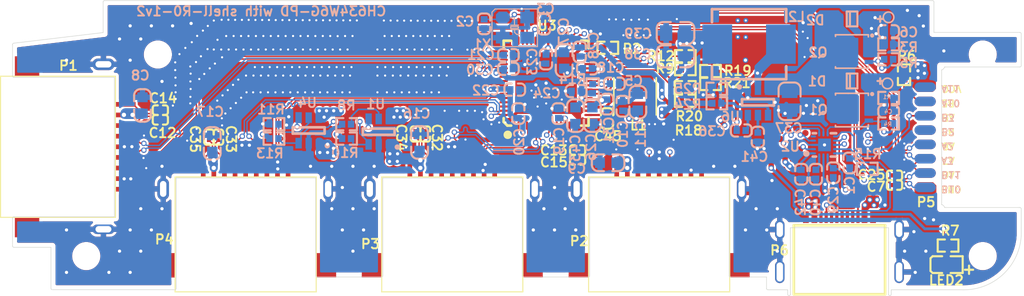
<source format=kicad_pcb>
(kicad_pcb (version 20241229) (generator "pcbnew") (generator_version "9.0")
  (layers (0 "F.Cu" signal "Top Layer") (4 "In1.Cu" signal "Layer 1") (6 "In2.Cu" signal "Layer 2") (2 "B.Cu" signal "Bottom Layer") (13 "F.Paste" user "Top Paste") (15 "B.Paste" user "Bottom Paste") (5 "F.SilkS" user "Top Overlay") (7 "B.SilkS" user "Bottom Overlay") (1 "F.Mask" user "Top Solder") (3 "B.Mask" user "Bottom Solder") (25 "Edge.Cuts" user))
  (property "SHEETTOTAL" "1")
  (net 0 "")
  (net 1 "NetC40_1")
  (net 2 "VBUS_OUT")
  (net 3 "NetR11_1")
  (net 4 "NetR8_1")
  (net 5 "NetP5_10")
  (net 6 "NetC25_2")
  (net 7 "NetC7_2")
  (net 8 "VIN")
  (net 9 "VIN_EN")
  (net 10 "VHV")
  (net 11 "VBUS")
  (net 12 "VBUS_EN")
  (net 13 "RSVD/HUB_CC")
  (net 14 "NetR24_1")
  (net 15 "NetC41_2")
  (net 16 "NetC36_2")
  (net 17 "NetC36_1")
  (net 18 "HVCP")
  (net 19 "CC2_P1")
  (net 20 "CC1_P2")
  (net 21 "CC1_P1")
  (net 22 "XO")
  (net 23 "XI")
  (net 24 "VSW")
  (net 25 "VFB")
  (net 26 "VDD5")
  (net 27 "VBUS_DET/PWR_CC")
  (net 28 "UP_SS_TXB")
  (net 29 "UP_SS_TXA")
  (net 30 "UP_SS_RXB")
  (net 31 "UP_SS_RXA")
  (net 32 "UP_HS_DP")
  (net 33 "UP_HS_DM")
  (net 34 "PDHUB#")
  (net 35 "SPI_SCK/SCL")
  (net 36 "SPI_MOSI")
  (net 37 "SPI_MISO/SDA")
  (net 38 "RESET#")
  (net 39 "PWREN#")
  (net 40 "P4_SS_TXB")
  (net 41 "P4_SS_TXA")
  (net 42 "P4_SS_RXB")
  (net 43 "P4_SS_RXA")
  (net 44 "P4_HS_DP")
  (net 45 "P4_HS_DM")
  (net 46 "P3_SS_TXB")
  (net 47 "P3_SS_TXA")
  (net 48 "P3_SS_RXB")
  (net 49 "P3_SS_RXA")
  (net 50 "P3_HS_DP")
  (net 51 "P3_HS_DM")
  (net 52 "P2_SS_TXB")
  (net 53 "P2_SS_TXA")
  (net 54 "P2_SS_RXB")
  (net 55 "P2_SS_RXA")
  (net 56 "P2_HS_DP")
  (net 57 "P2_HS_DM")
  (net 58 "P1_SS_TXB")
  (net 59 "P1_SS_TXA")
  (net 60 "P1_SS_RXB")
  (net 61 "P1_SS_RXA")
  (net 62 "P1_HS_DP")
  (net 63 "P1_HS_DM")
  (net 64 "OVCUR#")
  (net 65 "NetLED2_1")
  (net 66 "NetC35_1")
  (net 67 "NetC34_1")
  (net 68 "NetC33_1")
  (net 69 "NetC32_1")
  (net 70 "NetC15_1")
  (net 71 "NetC14_1")
  (net 72 "NetC13_1")
  (net 73 "NetC12_1")
  (net 74 "SUSP/CFG2")
  (net 75 "GND")
  (net 76 "CFG1")
  (net 77 "CFG0")
  (net 78 "AVDD33")
  (footprint "MYPCB:QFN64_8X8" (layer "F.Cu") (at 151.2576 98.88254)
    (property "Reference" "U3")
    (property "Value" "CH634W6G" (hide yes))
  )
  (footprint "CHXXX:0402" (layer "F.Cu") (at 184.99177 98.51236 90)
    (property "Reference" "R6")
    (property "Value" "1KΩ" (hide yes))
  )
  (footprint "CHXXX:0402" (layer "F.Cu") (at 163.95086 97.55704)
    (property "Reference" "R9")
    (property "Value" "NC(10K)" (hide yes))
  )
  (footprint "MYPCB:0402_C" (layer "F.Cu") (at 156.99833 102.63596 180)
    (property "Reference" "C45")
    (property "Value" "0.1uF" (hide yes))
  )
  (footprint "CHXXX:0402" (layer "F.Cu") (at 167.17692 98.95847 180)
    (property "Reference" "R21")
    (property "Value" "NC(10K)" (hide yes))
  )
  (footprint "" (layer "F.Cu") (at 173.76424 105.85281)
    (property "Reference" "")
    (property "Value" "")
  )
  (footprint "MYPCB:0201_C" (layer "F.Cu") (at 139.87001 103.96019 90)
    (property "Reference" "C32")
    (property "Value" "0.1uF" (hide yes))
  )
  (footprint "MYPCB:0201_C" (layer "F.Cu") (at 119.48061 104.25579 90)
    (property "Reference" "C35")
    (property "Value" "0.1uF" (hide yes))
  )
  (footprint "USB-3.0F-TL" (layer "F.Cu") (at 161.91281 106.77061 180)
    (property "Reference" "P2")
    (property "Value" "PORT2" (hide yes))
  )
  (footprint "MYPCB:0603+" (layer "F.Cu") (at 189.75734 115.9863 180)
    (property "Reference" "LED2")
    (property "Value" "5V" (hide yes))
  )
  (footprint "" (layer "F.Cu") (at 175.69346 103.58532)
    (property "Reference" "")
    (property "Value" "")
  )
  (footprint "MYPCB:0201_C" (layer "F.Cu") (at 114.60981 101.42271)
    (property "Reference" "C14")
    (property "Value" "0.1uF" (hide yes))
  )
  (footprint "CHXXX:0402" (layer "F.Cu") (at 157.49714 95.54793 180)
    (property "Reference" "R2")
    (property "Value" "10K" (hide yes))
  )
  (footprint "MYPCB:0201_C" (layer "F.Cu") (at 114.60981 102.33711)
    (property "Reference" "C12")
    (property "Value" "0.1uF" (hide yes))
  )
  (footprint "MYPCB:0201_C" (layer "F.Cu") (at 154.51246 106.10931 180)
    (property "Reference" "C15")
    (property "Value" "0.1uF" (hide yes))
  )
  (footprint "CHXXX:0402" (layer "F.Cu") (at 189.5698 114.1896 180)
    (property "Reference" "R7")
    (property "Value" "2K" (hide yes))
  )
  (footprint "MYPCB:0201_C" (layer "F.Cu") (at 120.37001 104.25579 90)
    (property "Reference" "C33")
    (property "Value" "0.1uF" (hide yes))
  )
  (footprint "USB-3.0F-TL" (layer "F.Cu") (at 111.61281 104.87991 90)
    (property "Reference" "P1")
    (property "Value" "PORT1" (hide yes))
  )
  (footprint "CHXXX:0402" (layer "F.Cu") (at 164.80086 96.34064 180)
    (property "Reference" "R12")
    (property "Value" "NC(10K)" (hide yes))
  )
  (footprint "USB-3.0F-TL" (layer "F.Cu") (at 142.41281 106.77061 180)
    (property "Reference" "P3")
    (property "Value" "PORT3" (hide yes))
  )
  (footprint "MYPCB:0201_C" (layer "F.Cu") (at 183.81302 108.48668)
    (property "Reference" "C25")
    (property "Value" "0.1uF" (hide yes))
  )
  (footprint "CHXXX:0402" (layer "F.Cu") (at 166.32692 97.74207)
    (property "Reference" "R19")
    (property "Value" "10K" (hide yes))
  )
  (footprint "MYPCB:0201_C" (layer "F.Cu") (at 154.51246 105.18161 180)
    (property "Reference" "C13")
    (property "Value" "0.1uF" (hide yes))
  )
  (footprint "" (layer "F.Cu") (at 172.49752 104.69518)
    (property "Reference" "")
    (property "Value" "")
  )
  (footprint "PcbLib:TYPE-C-Receptacle-2.0-16PIN-L6.5mmSinkDown1.2mm" (layer "F.Cu") (at 178.90781 111.51634)
    (property "Reference" "P6")
    (property "Value" "TYPE-C" (hide yes))
  )
  (footprint "USB-3.0F-TL" (layer "F.Cu") (at 122.93781 106.77061 180)
    (property "Reference" "P4")
    (property "Value" "PORT4" (hide yes))
  )
  (footprint "PcbLib:CD32" (layer "F.Cu") (at 159.64094 100.12392 -90)
    (property "Reference" "L1")
    (property "Value" "2.2uH" (hide yes))
  )
  (footprint "" (layer "F.Cu") (at 173.32984 104.13959)
    (property "Reference" "")
    (property "Value" "")
  )
  (footprint "" (layer "F.Cu") (at 175.18575 105.13617)
    (property "Reference" "")
    (property "Value" "")
  )
  (footprint "MYPCB:0201_C" (layer "F.Cu") (at 138.95561 103.96019 90)
    (property "Reference" "C34")
    (property "Value" "0.1uF" (hide yes))
  )
  (footprint "CHXXX:0402" (layer "F.Cu") (at 164.80086 99.25829 180)
    (property "Reference" "R20")
    (property "Value" "NC(10K)" (hide yes))
  )
  (footprint "MYPCB:0201_C" (layer "F.Cu") (at 183.81302 107.57229)
    (property "Reference" "C7")
    (property "Value" "0.1uF" (hide yes))
  )
  (footprint "" (layer "F.Cu") (at 172.47294 105.85281)
    (property "Reference" "")
    (property "Value" "")
  )
  (footprint "" (layer "F.Cu") (at 174.0692 103.32574)
    (property "Reference" "")
    (property "Value" "")
  )
  (footprint "CHXXX:0402" (layer "F.Cu") (at 163.95086 100.53834)
    (property "Reference" "R18")
    (property "Value" "10K" (hide yes))
  )
  (footprint "MYPCB:TESTPOINT3" (layer "B.Cu") (at 183.53369 92.67541 -90)
    (property "Reference" "TP2" (hide yes))
    (property "Value" "Testpoint" (hide yes))
  )
  (footprint "MYPCB:0603_C" (layer "B.Cu") (at 157.87572 106.38308 180)
    (property "Reference" "C9")
    (property "Value" "10uF" (hide yes))
  )
  (footprint "MYPCB:0402_C" (layer "B.Cu") (at 148.72397 99.49214 90)
    (property "Reference" "C22")
    (property "Value" "0.1uF" (hide yes))
  )
  (footprint "MYPCB:0805_C" (layer "B.Cu") (at 162.56782 96.35012)
    (property "Reference" "C38")
    (property "Value" "22uF" (hide yes))
  )
  (footprint "MYPCB:0402_C" (layer "B.Cu") (at 152.42137 101.32694 180)
    (property "Reference" "C19")
    (property "Value" "0.1uF" (hide yes))
  )
  (footprint "MYPCB:0805_C" (layer "B.Cu") (at 162.56782 94.15662)
    (property "Reference" "C39")
    (property "Value" "22uF" (hide yes))
  )
  (footprint "MYPCB:0402_C" (layer "B.Cu") (at 154.4313 96.36568)
    (property "Reference" "C28")
    (property "Value" "0.1uF" (hide yes))
  )
  (footprint "MYPCB:0402_C" (layer "B.Cu") (at 151.05587 92.90044 180)
    (property "Reference" "C3")
    (property "Value" "20pF" (hide yes))
  )
  (footprint "PcbLib:DFN-8_L3.1-W3.0-P0.65-LS3.3-BL" (layer "B.Cu") (at 180.13267 101.43292 -90)
    (property "Reference" "Q1")
    (property "Value" "SE3060D" (hide yes))
  )
  (footprint "MYPCB:0402_C" (layer "B.Cu") (at 176.68443 107.04365 180)
    (property "Reference" "C40")
    (property "Value" "1uF" (hide yes))
  )
  (footprint "MYPCB:0603_C" (layer "B.Cu") (at 113.21454 101.75164 90)
    (property "Reference" "C8")
    (property "Value" "10uF" (hide yes))
  )
  (footprint "PcbLib:DFN-8_L3.1-W3.0-P0.65-LS3.3-BL" (layer "B.Cu") (at 180.13267 95.91376 -90)
    (property "Reference" "Q2")
    (property "Value" "SE3060D" (hide yes))
  )
  (footprint "CHXXX:0402" (layer "B.Cu") (at 125.17817 104.10877)
    (property "Reference" "R13")
    (property "Value" "NC(51K)" (hide yes))
  )
  (footprint "MYPCB:0603_C" (layer "B.Cu") (at 159.90165 101.44912 90)
    (property "Reference" "C11")
    (property "Value" "10uF" (hide yes))
  )
  (footprint "MYPCB:0402_C" (layer "B.Cu") (at 171.21431 104.39054)
    (property "Reference" "C41")
    (property "Value" "1uF" (hide yes))
  )
  (footprint "MYPCB:0402_C" (layer "B.Cu") (at 183.9692 101.54692 90)
    (property "Reference" "C4")
    (property "Value" "1uF" (hide yes))
  )
  (footprint "MYPCB:0402_C" (layer "B.Cu") (at 148.63657 101.32694 180)
    (property "Reference" "C20")
    (property "Value" "0.1uF" (hide yes))
  )
  (footprint "MYPCB:0402_C" (layer "B.Cu") (at 156.99706 101.28105)
    (property "Reference" "C31")
    (property "Value" "1uF" (hide yes))
  )
  (footprint "CHXXX:0402" (layer "B.Cu") (at 183.1192 100.27682)
    (property "Reference" "R1")
    (property "Value" "10K" (hide yes))
  )
  (footprint "MYPCB:0402_C" (layer "B.Cu") (at 183.9692 93.99077 90)
    (property "Reference" "C6")
    (property "Value" "1uF" (hide yes))
  )
  (footprint "CHXXX:0402" (layer "B.Cu") (at 132.02262 104.10877)
    (property "Reference" "R10")
    (property "Value" "NC(51K)" (hide yes))
  )
  (footprint "MYPCB:0603_C" (layer "B.Cu") (at 155.6173 102.71105 90)
    (property "Reference" "C26")
    (property "Value" "10uF" (hide yes))
  )
  (footprint "PcbLib:CABLE-TYPEC1" (layer "B.Cu") (at 186.98738 103.97949)
    (property "Reference" "P5")
    (property "Value" "UP" (hide yes))
  )
  (footprint "MYPCB:0603_C" (layer "B.Cu") (at 139.32881 105.2415 90)
    (property "Reference" "C16")
    (property "Value" "10uF" (hide yes))
  )
  (footprint "MYPCB:0402_C" (layer "B.Cu") (at 148.12707 96.24116 90)
    (property "Reference" "C21")
    (property "Value" "0.1uF" (hide yes))
  )
  (footprint "MYPCB:0402_C" (layer "B.Cu") (at 154.72284 97.48991 -90)
    (property "Reference" "C18")
    (property "Value" "0.1uF" (hide yes))
  )
  (footprint "CHXXX:SOT-23-6" (layer "B.Cu") (at 170.27334 99.49366)
    (property "Reference" "U6")
    (property "Value" "ETA2807" (hide yes))
  )
  (footprint "CHXXX:0402" (layer "B.Cu") (at 132.87262 102.75036 180)
    (property "Reference" "R8")
    (property "Value" "24K" (hide yes))
  )
  (footprint "CHXXX:0402" (layer "B.Cu") (at 166.92323 99.41158)
    (property "Reference" "R25")
    (property "Value" "20K" (hide yes))
  )
  (footprint "MYPCB:0402_C" (layer "B.Cu") (at 154.51433 99.62979 90)
    (property "Reference" "C24")
    (property "Value" "0.1uF" (hide yes))
  )
  (footprint "MYPCB:0402_C" (layer "B.Cu") (at 145.41526 92.86478 180)
    (property "Reference" "C2")
    (property "Value" "20pF" (hide yes))
  )
  (footprint "MYPCB:0402_C" (layer "B.Cu") (at 178.32401 106.90153 180)
    (property "Reference" "C29")
    (property "Value" "1uF" (hide yes))
  )
  (footprint "MYPCB:0402_C" (layer "B.Cu") (at 148.12708 97.52975 90)
    (property "Reference" "C30")
    (property "Value" "0.1uF" (hide yes))
  )
  (footprint "MYPCB:0603_C" (layer "B.Cu") (at 154.02096 101.17103 -90)
    (property "Reference" "C43")
    (property "Value" "10uF" (hide yes))
  )
  (footprint "CHXXX:QFN16C_2X2" (layer "B.Cu") (at 177.49739 104.70136 90)
    (property "Reference" "U2")
    (property "Value" "CH211C" (hide yes))
  )
  (footprint "CHXXX:SOD-123" (layer "B.Cu") (at 181.57157 98.67563 180)
    (property "Reference" "D1")
    (property "Value" "SS34" (hide yes))
  )
  (footprint "MYPCB:0402_C" (layer "B.Cu") (at 179.86857 106.8312)
    (property "Reference" "C1")
    (property "Value" "100nF" (hide yes))
  )
  (footprint "MYPCB:0402_C" (layer "B.Cu") (at 169.22009 103.34254 -90)
    (property "Reference" "C36")
    (property "Value" "100nF" (hide yes))
  )
  (footprint "CHXXX:0402" (layer "B.Cu") (at 181.10329 106.96275)
    (property "Reference" "R15")
    (property "Value" "5.1KΩ" (hide yes))
  )
  (footprint "MYPCB:TESTPOINT3" (layer "B.Cu") (at 183.43176 98.90904 180)
    (property "Reference" "TP1" (hide yes))
    (property "Value" "Testpoint" (hide yes))
  )
  (footprint "MYPCB:0402_C" (layer "B.Cu") (at 151.24383 97.03686)
    (property "Reference" "C23")
    (property "Value" "0.1uF" (hide yes))
  )
  (footprint "MYPCB:0603_C" (layer "B.Cu") (at 119.78851 105.33556 90)
    (property "Reference" "C17")
    (property "Value" "10uF" (hide yes))
  )
  (footprint "CHXXX:0402" (layer "B.Cu") (at 183.1192 102.68265)
    (property "Reference" "R4")
    (property "Value" "680KΩ" (hide yes))
  )
  (footprint "MYPCB:0805_C" (layer "B.Cu") (at 174.20665 101.48088 90)
    (property "Reference" "C37")
    (property "Value" "22uF" (hide yes))
  )
  (footprint "MYPCB:0402_C" (layer "B.Cu") (at 158.11668 98.93519 90)
    (property "Reference" "C5")
    (property "Value" "NC(0.1uF)" (hide yes))
  )
  (footprint "MYPCB:0402_C" (layer "B.Cu") (at 158.46791 100.63073 180)
    (property "Reference" "C10")
    (property "Value" "1uF" (hide yes))
  )
  (footprint "CHXXX:XT3225" (layer "B.Cu") (at 147.17191 92.6937)
    (property "Reference" "X1")
    (property "Value" "24MHz" (hide yes))
  )
  (footprint "CHXXX:SOD-123" (layer "B.Cu") (at 181.57157 92.8268 180)
    (property "Reference" "D2")
    (property "Value" "SS34" (hide yes))
  )
  (footprint "CHXXX:0402" (layer "B.Cu") (at 155.64372 98.97378 -90)
    (property "Reference" "R14")
    (property "Value" "0Ω(10K)" (hide yes))
  )
  (footprint "PcbLib:IND-SMD_L7.0-W6.6" (layer "B.Cu") (at 170.39082 95.20871 180)
    (property "Reference" "L2")
    (property "Value" "15uH" (hide yes))
  )
  (footprint "CHXXX:SOT-23-6" (layer "B.Cu") (at 136.42732 104.65358 180)
    (property "Reference" "U1")
    (property "Value" "CH217K" (hide yes))
  )
  (footprint "MYPCB:0402_C" (layer "B.Cu") (at 175.30868 107.04365 180)
    (property "Reference" "C42")
    (property "Value" "1uF" (hide yes))
  )
  (footprint "CHXXX:0402" (layer "B.Cu") (at 167.7739 100.77814 180)
    (property "Reference" "R24")
    (property "Value" "105K" (hide yes))
  )
  (footprint "CHXXX:SOT-23-6" (layer "B.Cu") (at 129.82829 104.53252 180)
    (property "Reference" "U4")
    (property "Value" "CH217K" (hide yes))
  )
  (footprint "CHXXX:0402" (layer "B.Cu") (at 183.1192 96.63168)
    (property "Reference" "R5")
    (property "Value" "680KΩ" (hide yes))
  )
  (footprint "MYPCB:0603_C" (layer "B.Cu") (at 152.95485 95.96923 -90)
    (property "Reference" "C27")
    (property "Value" "10uF" (hide yes))
  )
  (footprint "CHXXX:0402" (layer "B.Cu") (at 126.02817 102.75036 180)
    (property "Reference" "R11")
    (property "Value" "24K" (hide yes))
  )
  (footprint "CHXXX:0402" (layer "B.Cu") (at 183.1192 95.22352)
    (property "Reference" "R3")
    (property "Value" "10K" (hide yes))
  )
  (gr_poly (pts (xy 186.30245 108.21591) (xy 185.97948 108.53888) (xy 185.97949 110.4035) (xy 186.3573 110.78131) (xy 187.61864 110.78131) (xy 188.03912 110.36083) (xy 188.03912 108.52668) (xy 187.72835 108.21591)) (fill yes) (layer "F.Cu") (net 75))
  (gr_poly (pts (xy 181.00023 111.64151) (xy 181.00023 110.27936) (xy 181.40192 109.87768) (xy 181.40192 109.62852) (xy 181.5648 109.46563) (xy 182.54813 109.46563) (xy 182.62925 109.54674) (xy 182.62925 110.51688) (xy 182.48241 110.66372) (xy 181.7692 110.66372) (xy 181.53619 110.89672) (xy 181.53619 111.61971) (xy 181.44276 111.71314) (xy 181.02543 111.71314)) (fill yes) (layer "F.Cu") (net 8))
  (gr_poly (pts (xy 176.27234 111.66832) (xy 176.27234 110.88496) (xy 176.1839 110.79653) (xy 175.83739 110.79653) (xy 175.65888 110.61802) (xy 175.65888 109.83271) (xy 175.84269 109.64889) (xy 176.87413 109.64889) (xy 177.19056 109.96532) (xy 177.19056 110.63004) (xy 177.00571 110.8149) (xy 176.88175 110.8149) (xy 176.81106 110.88559) (xy 176.81106 111.64704) (xy 176.76953 111.68857)) (fill yes) (layer "F.Cu") (net 8))
  (gr_poly (pts (xy 187.71644 99.7024) (xy 187.99832 99.42052) (xy 187.99832 97.67003) (xy 187.17415 96.84587) (xy 185.94208 96.84587) (xy 185.667 97.12094) (xy 185.667 99.14433) (xy 186.22507 99.7024)) (fill yes) (layer "F.Cu") (net 11))
  (gr_poly (pts (xy 178.30275 102.64361) (xy 180.55884 102.64361) (xy 180.74278 102.45968) (xy 180.74278 100.09323) (xy 180.39945 99.7499) (xy 180.39945 97.48152) (xy 180.58339 97.29758) (xy 180.58339 94.78398) (xy 179.29591 93.49651) (xy 179.29591 92.48684) (xy 178.81932 92.01026) (xy 177.06063 92.01026) (xy 176.56161 92.50928) (xy 176.56161 98.57273) (xy 177.71416 99.72528) (xy 177.71416 102.26902) (xy 178.08825 102.64311)) (fill yes) (layer "B.Cu") (net 10))
  (gr_poly (pts (xy 181.37302 101.93071) (xy 183.24191 101.93071) (xy 183.47244 101.70018) (xy 183.47244 99.83129) (xy 184.76453 98.5392) (xy 187.00394 98.5392) (xy 187.17731 98.36583) (xy 187.17731 97.25434) (xy 186.73273 96.80976) (xy 184.71203 96.80976) (xy 183.56788 97.9539) (xy 181.08573 97.9539) (xy 180.94488 98.09475) (xy 180.94488 99.3702) (xy 181.24952 99.67484) (xy 181.24952 101.90602) (xy 181.27378 101.93028) (xy 181.30637 101.93028)) (fill yes) (layer "B.Cu") (net 11))
  (gr_poly (pts (xy 136.31976 102.75363) (xy 137.87804 102.75363) (xy 138.38775 102.24392) (xy 138.38775 101.55946) (xy 138.00181 101.17352) (xy 136.35618 101.17352) (xy 136.13213 101.39757) (xy 136.13213 102.64323) (xy 136.24346 102.75456)) (fill yes) (layer "B.Cu") (net 26))
  (gr_poly (pts (xy 172.1463 100.00943) (xy 177.31757 100.00943) (xy 177.76595 100.45781) (xy 178.58276 100.45781) (xy 178.87017 100.1704) (xy 178.87017 96.55857) (xy 178.15586 95.84426) (xy 176.96708 95.84426) (xy 174.85055 97.96079) (xy 172.22677 97.96079) (xy 171.82774 98.35982) (xy 171.82774 99.78488)) (fill yes) (layer "B.Cu") (net 10))
  (gr_poly (pts (xy 181.29918 96.42803) (xy 182.39741 96.42803) (xy 182.49282 96.33263) (xy 182.49282 95.9652) (xy 182.69254 95.76548) (xy 183.27565 95.76548) (xy 183.48334 95.55779) (xy 183.48334 93.23647) (xy 183.72896 92.99084) (xy 183.72896 92.33471) (xy 183.48817 92.09392) (xy 181.11652 92.09392) (xy 180.67105 92.53939) (xy 180.67105 93.36402) (xy 181.13455 93.82752) (xy 181.13455 96.34641) (xy 181.21855 96.43041)) (fill yes) (layer "B.Cu") (net 8))
  (gr_poly (pts (xy 129.51587 101.2519) (xy 129.51587 102.46478) (xy 129.65058 102.59948) (xy 130.4066 102.59948) (xy 130.97961 102.02648) (xy 131.86562 102.02648) (xy 132.18832 101.70377) (xy 132.18832 101.28289) (xy 132.07477 101.16934) (xy 129.60725 101.16934)) (fill yes) (layer "B.Cu") (net 26))
  (gr_poly (pts (xy 149.40629 98.87893) (xy 150.21736 98.87893) (xy 150.42012 98.67617) (xy 151.48074 98.67617) (xy 151.98766 99.1831) (xy 153.05609 99.1831) (xy 153.20426 99.33127) (xy 153.20426 100.85982) (xy 152.74415 101.31993) (xy 149.76506 101.31993) (xy 149.10214 101.31993) (xy 148.7746 100.99239) (xy 148.7746 100.3451) (xy 149.02415 100.09555) (xy 149.05536 100.09555) (xy 149.24251 99.9084) (xy 149.24251 99.01932)) (fill yes) (layer "B.Cu") (net 75))
  (gr_poly (pts (xy 136.16925 104.27124) (xy 136.16925 106.31095) (xy 136.45475 106.59644) (xy 137.21533 106.59644) (xy 137.50832 106.30345) (xy 137.50832 104.60076) (xy 137.04963 104.14207) (xy 136.29842 104.14207)) (fill yes) (layer "B.Cu") (net 2))
  (gr_poly (pts (xy 129.57023 104.26718) (xy 129.57023 105.80413) (xy 129.84752 106.08141) (xy 131.28938 106.08141) (xy 131.51122 105.85958) (xy 131.51122 104.87719) (xy 130.83783 104.2038) (xy 129.87922 104.2038)) (fill yes) (layer "B.Cu") (net 2))
  (gr_line (start 188.820336 97.356871) (end 188.82034 97.35687) (stroke (width 0.05)) (layer "Edge.Cuts"))
  (gr_arc (start 116.39019 118.22667) (mid 116.348337 118.321024) (end 116.250311 118.353435) (stroke (width 0.05)) (layer "Edge.Cuts"))
  (gr_line (start 116.23781 118.35405) (end 116.250311 118.353435) (stroke (width 0.05)) (layer "Edge.Cuts"))
  (gr_line (start 116.39019 107.82299) (end 129.53543 107.82299) (stroke (width 0.05)) (layer "Edge.Cuts"))
  (gr_arc (start 101.08958 98.33229) (mid 100.999493 98.294994) (end 100.9622 98.20491) (stroke (width 0.05)) (layer "Edge.Cuts"))
  (gr_arc (start 149.13781 117.15405) (mid 149.047748 117.116732) (end 149.01043 117.02667) (stroke (width 0.05)) (layer "Edge.Cuts"))
  (gr_arc (start 135.86519 117.02667) (mid 135.827869 117.116711) (end 135.73781 117.15405) (stroke (width 0.05)) (layer "Edge.Cuts"))
  (gr_line (start 174.03042 118.35968) (end 174.03042 118.78053) (stroke (width 0.05)) (layer "Edge.Cuts"))
  (gr_arc (start 104.71358 118.35405) (mid 104.623472 118.316757) (end 104.5862 118.22667) (stroke (width 0.05)) (layer "Edge.Cuts"))
  (gr_arc (start 109.5022 91.22667) (mid 109.539501 91.136593) (end 109.62958 91.09929) (stroke (width 0.05)) (layer "Edge.Cuts"))
  (gr_line (start 110.56043 111.47753) (end 101.08958 111.47753) (stroke (width 0.05)) (layer "Edge.Cuts"))
  (gr_line (start 155.36519 117.02667) (end 155.36519 107.82299) (stroke (width 0.05)) (layer "Edge.Cuts"))
  (gr_line (start 183.78519 118.78053) (end 183.78519 118.35968) (stroke (width 0.05)) (layer "Edge.Cuts"))
  (gr_arc (start 196.03996 97.22949) (mid 196.002636 97.319543) (end 195.91258 97.35687) (stroke (width 0.05)) (layer "Edge.Cuts"))
  (gr_arc (start 188.820336 97.356871) (mid 188.7146 97.53172) (end 188.539761 97.637446) (stroke (width 0.05)) (layer "Edge.Cuts"))
  (gr_line (start 168.51043 107.82299) (end 168.51043 117.02667) (stroke (width 0.05)) (layer "Edge.Cuts"))
  (gr_arc (start 195.91258 94.09929) (mid 196.002615 94.136615) (end 196.03996 94.22667) (stroke (width 0.05)) (layer "Edge.Cuts"))
  (gr_arc (start 168.63781 117.15405) (mid 168.547748 117.116732) (end 168.51043 117.02667) (stroke (width 0.05)) (layer "Edge.Cuts"))
  (gr_line (start 172.16281 118.35968) (end 174.03042 118.35968) (stroke (width 0.05)) (layer "Edge.Cuts"))
  (gr_line (start 135.86519 107.82299) (end 149.01043 107.82299) (stroke (width 0.05)) (layer "Edge.Cuts"))
  (gr_line (start 187.81296 94.09929) (end 187.81296 91.22667) (stroke (width 0.05)) (layer "Edge.Cuts"))
  (gr_line (start 129.53543 107.82299) (end 129.53543 117.02667) (stroke (width 0.05)) (layer "Edge.Cuts"))
  (gr_line (start 172.03543 117.15405) (end 172.03543 118.2323) (stroke (width 0.05)) (layer "Edge.Cuts"))
  (gr_line (start 149.01043 107.82299) (end 149.01043 117.02667) (stroke (width 0.05)) (layer "Edge.Cuts"))
  (gr_line (start 195.91263 110.60211) (end 188.820336 110.602109) (stroke (width 0.05)) (layer "Edge.Cuts"))
  (gr_arc (start 196.039637 113.270333) (mid 194.348637 116.886913) (end 190.63781 118.35968) (stroke (width 0.05)) (layer "Edge.Cuts"))
  (gr_line (start 100.9622 111.60491) (end 100.9622 114.22667) (stroke (width 0.05)) (layer "Edge.Cuts"))
  (gr_line (start 104.5862 114.35405) (end 104.5862 118.22667) (stroke (width 0.05)) (layer "Edge.Cuts"))
  (gr_arc (start 155.36519 117.02667) (mid 155.327869 117.116711) (end 155.23781 117.15405) (stroke (width 0.05)) (layer "Edge.Cuts"))
  (gr_line (start 149.13781 117.15405) (end 155.23781 117.15405) (stroke (width 0.05)) (layer "Edge.Cuts"))
  (gr_line (start 100.9622 95.24167) (end 100.9622 98.20491) (stroke (width 0.05)) (layer "Edge.Cuts"))
  (gr_line (start 135.86519 117.02667) (end 135.86519 107.82299) (stroke (width 0.05)) (layer "Edge.Cuts"))
  (gr_arc (start 187.68558 91.09929) (mid 187.775615 91.136615) (end 187.81296 91.22667) (stroke (width 0.05)) (layer "Edge.Cuts"))
  (gr_line (start 196.03993 113.26165) (end 196.04001 112.50791) (stroke (width 0.05)) (layer "Edge.Cuts"))
  (gr_line (start 195.91258 94.09929) (end 187.81296 94.09929) (stroke (width 0.05)) (layer "Edge.Cuts"))
  (gr_line (start 129.66281 117.15405) (end 135.73781 117.15405) (stroke (width 0.05)) (layer "Edge.Cuts"))
  (gr_line (start 104.71358 118.35405) (end 116.23781 118.35405) (stroke (width 0.05)) (layer "Edge.Cuts"))
  (gr_arc (start 101.08958 114.35405) (mid 100.999472 114.316757) (end 100.9622 114.22667) (stroke (width 0.05)) (layer "Edge.Cuts"))
  (gr_arc (start 183.78519 118.78053) (mid 183.65781 118.90791) (end 183.53043 118.78053) (stroke (width 0.05)) (layer "Edge.Cuts"))
  (gr_line (start 188.53976 110.32153) (end 188.539761 97.637446) (stroke (width 0.05)) (layer "Edge.Cuts"))
  (gr_line (start 101.08958 98.33229) (end 110.56043 98.33229) (stroke (width 0.05)) (layer "Edge.Cuts"))
  (gr_line (start 196.04001 112.50791) (end 196.04001 110.72949) (stroke (width 0.05)) (layer "Edge.Cuts"))
  (gr_line (start 116.39019 118.22667) (end 116.39019 107.82299) (stroke (width 0.05)) (layer "Edge.Cuts"))
  (gr_line (start 183.78519 118.35968) (end 190.63781 118.35968) (stroke (width 0.05)) (layer "Edge.Cuts"))
  (gr_line (start 188.539761 110.321534) (end 188.53976 110.32153) (stroke (width 0.05)) (layer "Edge.Cuts"))
  (gr_arc (start 129.66281 117.15405) (mid 129.572748 117.116732) (end 129.53543 117.02667) (stroke (width 0.05)) (layer "Edge.Cuts"))
  (gr_line (start 101.08958 114.35405) (end 104.5862 114.35405) (stroke (width 0.05)) (layer "Edge.Cuts"))
  (gr_line (start 174.28519 112.50792) (end 183.53042 112.50792) (stroke (width 0.05)) (layer "Edge.Cuts"))
  (gr_line (start 196.03963 113.27034) (end 196.03993 113.26165) (stroke (width 0.05)) (layer "Edge.Cuts"))
  (gr_line (start 168.63781 117.15405) (end 172.03543 117.15405) (stroke (width 0.05)) (layer "Edge.Cuts"))
  (gr_line (start 188.82034 97.35687) (end 195.91258 97.35687) (stroke (width 0.05)) (layer "Edge.Cuts"))
  (gr_line (start 109.5022 91.22667) (end 109.5022 94.11353) (stroke (width 0.05)) (layer "Edge.Cuts"))
  (gr_arc (start 195.91263 110.60211) (mid 196.002725 110.639412) (end 196.04001 110.72949) (stroke (width 0.05)) (layer "Edge.Cuts"))
  (gr_line (start 196.039637 113.270333) (end 196.03963 113.27034) (stroke (width 0.05)) (layer "Edge.Cuts"))
  (gr_line (start 155.36519 107.82299) (end 168.51043 107.82299) (stroke (width 0.05)) (layer "Edge.Cuts"))
  (gr_arc (start 100.9622 95.24167) (mid 100.994518 95.156868) (end 101.075096 95.115116) (stroke (width 0.05)) (layer "Edge.Cuts"))
  (gr_line (start 110.56043 98.33229) (end 110.56043 111.47753) (stroke (width 0.05)) (layer "Edge.Cuts"))
  (gr_line (start 174.28518 118.78053) (end 174.28519 118.78053) (stroke (width 0.05)) (layer "Edge.Cuts"))
  (gr_line (start 183.53042 112.50792) (end 183.53043 118.78053) (stroke (width 0.05)) (layer "Edge.Cuts"))
  (gr_arc (start 188.539761 110.321534) (mid 188.714558 110.427302) (end 188.820336 110.602109) (stroke (width 0.05)) (layer "Edge.Cuts"))
  (gr_line (start 187.68558 91.09929) (end 109.62958 91.09929) (stroke (width 0.05)) (layer "Edge.Cuts"))
  (gr_line (start 174.28519 118.78053) (end 174.28519 112.50792) (stroke (width 0.05)) (layer "Edge.Cuts"))
  (gr_arc (start 100.9622 111.60491) (mid 100.999522 111.514872) (end 101.08958 111.47753) (stroke (width 0.05)) (layer "Edge.Cuts"))
  (gr_arc (start 174.28518 118.78053) (mid 174.1578 118.90791) (end 174.03042 118.78053) (stroke (width 0.05)) (layer "Edge.Cuts"))
  (gr_line (start 196.03996 97.22949) (end 196.03996 94.22667) (stroke (width 0.05)) (layer "Edge.Cuts"))
  (gr_line (start 109.5022 94.11353) (end 101.075096 95.115116) (stroke (width 0.05)) (layer "Edge.Cuts"))
  (gr_arc (start 172.16281 118.35968) (mid 172.072772 118.322358) (end 172.03543 118.2323) (stroke (width 0.05)) (layer "Edge.Cuts"))
  (gr_text_box "CH634W6G-PD with shell-R0-1v2" (start 110.92302 91.63462) (end 136.23804 92.99537) (margins 0 0 0 0) (layer "B.SilkS") (effects (font (size 0.889 0.889) (thickness 0.1778)) (justify left top mirror)) (border no) (stroke (width 0.1)))
  (segment (start 176.90783 106.84525) (end 176.90783 106.82025) (width 0.2032) (layer "B.Cu") (net 1))
  (segment (start 176.70943 107.04365) (end 176.90783 106.84525) (width 0.2032) (layer "B.Cu") (net 1))
  (segment (start 176.90783 106.82025) (end 176.99739 106.73069) (width 0.2032) (layer "B.Cu") (net 1))
  (segment (start 176.99739 106.73069) (end 176.99739 105.75136) (width 0.2032) (layer "B.Cu") (net 1))
  (segment (start 176.68443 107.04365) (end 176.70943 107.04365) (width 0.2032) (layer "B.Cu") (net 1))
  (via (at 158.90392 106.87312) (size 0.7112) (drill 0.4064) (layers "F.Cu" "B.Cu") (net 2))
  (via (at 112.27887 101.87247) (size 0.7112) (drill 0.4064) (layers "F.Cu" "B.Cu") (net 2))
  (via (at 137.2557 105.53964) (size 0.508) (drill 0.3048) (layers "F.Cu" "B.Cu") (net 2))
  (via (at 119.92892 106.14755) (size 0.7112) (drill 0.4064) (layers "F.Cu" "B.Cu") (net 2))
  (via (at 136.52892 105.53964) (size 0.508) (drill 0.3048) (layers "F.Cu" "B.Cu") (net 2))
  (via (at 130.65668 104.63845) (size 0.508) (drill 0.3048) (layers "F.Cu" "B.Cu") (net 2))
  (via (at 139.40392 106.87312) (size 0.7112) (drill 0.4064) (layers "F.Cu" "B.Cu") (net 2))
  (via (at 111.4595 101.87103) (size 0.7112) (drill 0.4064) (layers "F.Cu" "B.Cu") (net 2))
  (via (at 129.92989 105.41857) (size 0.508) (drill 0.3048) (layers "F.Cu" "B.Cu") (net 2))
  (via (at 158.90392 106.14755) (size 0.7112) (drill 0.4064) (layers "F.Cu" "B.Cu") (net 2))
  (via (at 130.65668 105.41857) (size 0.508) (drill 0.3048) (layers "F.Cu" "B.Cu") (net 2))
  (via (at 137.23282 106.25661) (size 0.508) (drill 0.3048) (layers "F.Cu" "B.Cu") (net 2))
  (via (at 131.21971 105.75038) (size 0.508) (drill 0.3048) (layers "F.Cu" "B.Cu") (net 2))
  (via (at 139.40392 106.14755) (size 0.7112) (drill 0.4064) (layers "F.Cu" "B.Cu") (net 2))
  (via (at 131.21105 105.01553) (size 0.508) (drill 0.3048) (layers "F.Cu" "B.Cu") (net 2))
  (via (at 136.49796 106.26526) (size 0.508) (drill 0.3048) (layers "F.Cu" "B.Cu") (net 2))
  (via (at 119.92892 106.87312) (size 0.7112) (drill 0.4064) (layers "F.Cu" "B.Cu") (net 2))
  (segment (start 138.67836 106.14755) (end 139.32881 106.14755) (width 0.762) (layer "B.Cu") (net 2))
  (segment (start 139.32881 106.14755) (end 139.32881 105.86815) (width 0.762) (layer "B.Cu") (net 2))
  (segment (start 136.88543 105.91005) (end 137.12293 106.14755) (width 0.762) (layer "B.Cu") (net 2))
  (segment (start 158.07472 106.14755) (end 158.88862 106.14755) (width 0.762) (layer "B.Cu") (net 2))
  (segment (start 139.32881 106.14755) (end 139.40392 106.14755) (width 0.762) (layer "B.Cu") (net 2))
  (segment (start 137.12293 106.14755) (end 137.2557 106.14755) (width 0.762) (layer "B.Cu") (net 2))
  (segment (start 137.2557 105.53964) (end 137.58422 105.86815) (width 0.762) (layer "B.Cu") (net 2))
  (segment (start 137.2557 106.14755) (end 138.67836 106.14755) (width 0.762) (layer "B.Cu") (net 2))
  (segment (start 119.92892 106.51956) (end 119.92892 106.14755) (width 0.762) (layer "B.Cu") (net 2))
  (segment (start 139.32881 106.798) (end 139.40392 106.87312) (width 0.762) (layer "B.Cu") (net 2))
  (segment (start 139.32881 106.798) (end 139.32881 106.14755) (width 0.762) (layer "B.Cu") (net 2))
  (segment (start 158.22972 106.73708) (end 158.36575 106.87312) (width 0.762) (layer "B.Cu") (net 2))
  (segment (start 137.58422 105.86815) (end 139.32881 105.86815) (width 0.762) (layer "B.Cu") (net 2))
  (segment (start 119.78851 106.37914) (end 119.78851 105.33556) (width 0.762) (layer "B.Cu") (net 2))
  (segment (start 129.92989 105.41857) (end 129.92989 104.40552) (width 0.762) (layer "B.Cu") (net 2))
  (segment (start 157.87572 106.34655) (end 158.07472 106.14755) (width 0.762) (layer "B.Cu") (net 2))
  (segment (start 137.12293 105.86815) (end 137.58422 105.86815) (width 0.762) (layer "B.Cu") (net 2))
  (segment (start 158.07472 106.73708) (end 158.22972 106.73708) (width 0.762) (layer "B.Cu") (net 2))
  (segment (start 138.67836 106.14755) (end 139.32881 106.798) (width 0.762) (layer "B.Cu") (net 2))
  (segment (start 119.92892 106.87312) (end 119.92892 106.51956) (width 0.762) (layer "B.Cu") (net 2))
  (segment (start 157.87572 106.53808) (end 158.07472 106.73708) (width 0.762) (layer "B.Cu") (net 2))
  (segment (start 158.88862 106.85781) (end 158.90392 106.87312) (width 0.762) (layer "B.Cu") (net 2))
  (segment (start 158.88862 106.14755) (end 158.90392 106.14755) (width 0.762) (layer "B.Cu") (net 2))
  (segment (start 111.62969 101.75164) (end 113.21454 101.75164) (width 1.016) (layer "B.Cu") (net 2))
  (segment (start 119.78851 105.33556) (end 119.92892 105.47597) (width 0.762) (layer "B.Cu") (net 2))
  (segment (start 157.87572 106.38308) (end 157.87572 106.34655) (width 0.762) (layer "B.Cu") (net 2))
  (segment (start 157.87572 106.53808) (end 157.87572 106.38308) (width 0.762) (layer "B.Cu") (net 2))
  (segment (start 139.32881 105.86815) (end 139.32881 105.2415) (width 0.762) (layer "B.Cu") (net 2))
  (segment (start 158.88862 106.85781) (end 158.88862 106.14755) (width 0.762) (layer "B.Cu") (net 2))
  (segment (start 119.78851 106.37914) (end 119.92892 106.51956) (width 0.762) (layer "B.Cu") (net 2))
  (segment (start 119.92892 106.14755) (end 119.92892 105.47597) (width 0.762) (layer "B.Cu") (net 2))
  (segment (start 158.36575 106.87312) (end 158.90392 106.87312) (width 0.762) (layer "B.Cu") (net 2))
  (segment (start 126.02817 103.28744) (end 126.02817 102.75036) (width 0.1524) (layer "B.Cu") (net 3))
  (segment (start 128.87829 102.65924) (end 128.87829 102.13252) (width 0.1524) (layer "B.Cu") (net 3))
  (segment (start 126.02817 103.28744) (end 126.24101 103.50029) (width 0.1524) (layer "B.Cu") (net 3))
  (segment (start 128.03725 103.50029) (end 128.87829 102.65924) (width 0.1524) (layer "B.Cu") (net 3))
  (segment (start 126.24101 103.50029) (end 128.03725 103.50029) (width 0.1524) (layer "B.Cu") (net 3))
  (segment (start 135.47565 102.29261) (end 135.47565 101.63318) (width 0.1524) (layer "B.Cu") (net 4))
  (segment (start 132.87262 102.75036) (end 132.92399 102.69899) (width 0.1524) (layer "B.Cu") (net 4))
  (segment (start 133.56047 101.35222) (end 135.19468 101.35222) (width 0.1524) (layer "B.Cu") (net 4))
  (segment (start 132.92399 101.9887) (end 133.56047 101.35222) (width 0.1524) (layer "B.Cu") (net 4))
  (segment (start 132.92399 102.69899) (end 132.92399 101.9887) (width 0.1524) (layer "B.Cu") (net 4))
  (segment (start 135.19468 101.35222) (end 135.47565 101.63318) (width 0.1524) (layer "B.Cu") (net 4))
  (segment (start 186.32209 100.60449) (end 186.98738 100.60449) (width 0.1524) (layer "F.Cu") (net 5))
  (segment (start 184.99177 99.27417) (end 186.32209 100.60449) (width 0.1524) (layer "F.Cu") (net 5))
  (segment (start 184.99177 99.27417) (end 184.99177 98.51236) (width 0.1524) (layer "F.Cu") (net 5))
  (segment (start 184.38302 108.48668) (end 184.71194 108.15776) (width 0.12954) (layer "F.Cu") (net 6))
  (segment (start 185.43457 108.34699) (end 185.51046 108.34699) (width 0.12954) (layer "F.Cu") (net 6))
  (segment (start 184.71194 108.15776) (end 185.24534 108.15776) (width 0.12954) (layer "F.Cu") (net 6))
  (segment (start 185.24534 108.15776) (end 185.43457 108.34699) (width 0.12954) (layer "F.Cu") (net 6))
  (via (at 185.51046 108.34699) (size 0.508) (drill 0.3048) (layers "F.Cu" "B.Cu") (net 6))
  (segment (start 185.86796 108.70449) (end 186.98738 108.70449) (width 0.12954) (layer "B.Cu") (net 6))
  (segment (start 185.51046 108.34699) (end 185.86796 108.70449) (width 0.12954) (layer "B.Cu") (net 6))
  (segment (start 184.28932 107.4986) (end 184.49825 107.70752) (width 0.12954) (layer "F.Cu") (net 7))
  (segment (start 184.49825 107.70752) (end 184.51825 107.70752) (width 0.12954) (layer "F.Cu") (net 7))
  (segment (start 184.51825 107.70752) (end 184.71195 107.90122) (width 0.12954) (layer "F.Cu") (net 7))
  (segment (start 184.71195 107.90122) (end 185.24534 107.90122) (width 0.12954) (layer "F.Cu") (net 7))
  (segment (start 185.43457 107.71199) (end 185.51046 107.71199) (width 0.12954) (layer "F.Cu") (net 7))
  (segment (start 185.24534 107.90122) (end 185.43457 107.71199) (width 0.12954) (layer "F.Cu") (net 7))
  (segment (start 184.28932 107.4986) (end 184.28932 107.4786) (width 0.12954) (layer "F.Cu") (net 7))
  (via (at 185.51046 107.71199) (size 0.508) (drill 0.3048) (layers "F.Cu" "B.Cu") (net 7))
  (segment (start 185.51046 107.71199) (end 185.58634 107.71199) (width 0.12954) (layer "B.Cu") (net 7))
  (segment (start 185.94384 107.35449) (end 186.98738 107.35449) (width 0.12954) (layer "B.Cu") (net 7))
  (segment (start 185.58634 107.71199) (end 185.94384 107.35449) (width 0.12954) (layer "B.Cu") (net 7))
  (segment (start 181.50848 110.41786) (end 181.60045 110.41786) (width 0.254) (layer "F.Cu") (net 8))
  (segment (start 176.40781 111.51634) (end 176.41581 111.50834) (width 0.254) (layer "F.Cu") (net 8))
  (segment (start 181.60045 110.41786) (end 181.64905 110.36926) (width 0.254) (layer "F.Cu") (net 8))
  (segment (start 176.61346 109.99842) (end 176.61346 109.3607) (width 0.508) (layer "F.Cu") (net 8))
  (segment (start 176.00383 109.97033) (end 176.61346 109.3607) (width 0.508) (layer "F.Cu") (net 8))
  (segment (start 176.94188 110.17782) (end 176.94188 109.58115) (width 0.508) (layer "F.Cu") (net 8))
  (segment (start 181.1378 111.51634) (end 181.1378 110.78854) (width 0.254) (layer "F.Cu") (net 8))
  (segment (start 177.55461 108.96842) (end 177.55461 108.41955) (width 0.508) (layer "F.Cu") (net 8))
  (segment (start 176.94188 109.58115) (end 177.55461 108.96842) (width 0.508) (layer "F.Cu") (net 8))
  (segment (start 176.41581 110.84458) (end 176.61615 110.64424) (width 0.254) (layer "F.Cu") (net 8))
  (segment (start 181.1378 110.78854) (end 181.50848 110.41786) (width 0.254) (layer "F.Cu") (net 8))
  (segment (start 176.41581 111.50834) (end 176.41581 110.84458) (width 0.254) (layer "F.Cu") (net 8))
  (segment (start 176.61615 110.64424) (end 176.61615 110.57551) (width 0.254) (layer "F.Cu") (net 8))
  (segment (start 176.61346 109.3607) (end 177.55461 108.41955) (width 0.508) (layer "F.Cu") (net 8))
  (segment (start 175.99424 109.97033) (end 176.00383 109.97033) (width 0.508) (layer "F.Cu") (net 8))
  (via (at 176.61346 109.99842) (size 0.508) (drill 0.3048) (layers "F.Cu" "B.Cu") (net 8))
  (via (at 181.29345 110.36926) (size 0.508) (drill 0.3048) (layers "F.Cu" "B.Cu") (net 8))
  (via (at 182.36138 94.2224) (size 0.508) (drill 0.3048) (layers "F.Cu" "B.Cu") (net 8))
  (via (at 182.45953 109.86605) (size 0.508) (drill 0.3048) (layers "F.Cu" "B.Cu") (net 8))
  (via (at 181.92707 93.72975) (size 0.508) (drill 0.3048) (layers "F.Cu" "B.Cu") (net 8))
  (via (at 181.77068 109.87991) (size 0.508) (drill 0.3048) (layers "F.Cu" "B.Cu") (net 8))
  (via (at 182.9692 94.56577) (size 0.508) (drill 0.3048) (layers "F.Cu" "B.Cu") (net 8))
  (via (at 182.26304 92.70704) (size 0.508) (drill 0.3048) (layers "F.Cu" "B.Cu") (net 8))
  (via (at 177.55461 108.41955) (size 0.508) (drill 0.3048) (layers "F.Cu" "B.Cu") (net 8))
  (via (at 175.99424 109.97033) (size 0.508) (drill 0.3048) (layers "F.Cu" "B.Cu") (net 8))
  (via (at 177.55461 109.03728) (size 0.508) (drill 0.3048) (layers "F.Cu" "B.Cu") (net 8))
  (via (at 176.61615 110.57551) (size 0.508) (drill 0.3048) (layers "F.Cu" "B.Cu") (net 8))
  (via (at 175.99867 110.54714) (size 0.508) (drill 0.3048) (layers "F.Cu" "B.Cu") (net 8))
  (via (at 182.16132 110.39604) (size 0.508) (drill 0.3048) (layers "F.Cu" "B.Cu") (net 8))
  (via (at 182.83118 93.42944) (size 0.508) (drill 0.3048) (layers "F.Cu" "B.Cu") (net 8))
  (segment (start 177.47876 108.29918) (end 177.50166 108.32208) (width 0.2032) (layer "B.Cu") (net 8))
  (segment (start 177.39739 107.82645) (end 177.50166 107.93072) (width 0.2032) (layer "B.Cu") (net 8))
  (segment (start 177.69628 108.44964) (end 177.70701 108.44964) (width 0.2032) (layer "B.Cu") (net 8))
  (segment (start 181.68258 94.93865) (end 181.68258 93.1208) (width 0.762) (layer "B.Cu") (net 8))
  (segment (start 181.46112 93.00179) (end 181.56358 93.00179) (width 0.762) (layer "B.Cu") (net 8))
  (segment (start 177.52547 109.00814) (end 177.52547 108.38334) (width 0.508) (layer "B.Cu") (net 8))
  (segment (start 177.50166 108.32208) (end 177.50166 107.93072) (width 0.2032) (layer "B.Cu") (net 8))
  (segment (start 177.39739 107.82645) (end 177.39739 105.75136) (width 0.2032) (layer "B.Cu") (net 8))
  (segment (start 177.46892 108.29918) (end 177.47876 108.29918) (width 0.2032) (layer "B.Cu") (net 8))
  (segment (start 177.69628 108.44964) (end 177.69628 108.12534) (width 0.2032) (layer "B.Cu") (net 8))
  (segment (start 177.62922 108.44964) (end 177.69628 108.44964) (width 0.2032) (layer "B.Cu") (net 8))
  (segment (start 177.39739 108.22764) (end 177.46892 108.29918) (width 0.2032) (layer "B.Cu") (net 8))
  (segment (start 181.68258 94.93865) (end 182.83433 94.93865) (width 0.762) (layer "B.Cu") (net 8))
  (segment (start 181.90386 96.06625) (end 181.90386 95.19265) (width 0.762) (layer "B.Cu") (net 8))
  (segment (start 177.39739 108.22764) (end 177.39739 107.82645) (width 0.2032) (layer "B.Cu") (net 8))
  (segment (start 177.50166 108.41728) (end 177.51381 108.42943) (width 0.2032) (layer "B.Cu") (net 8))
  (segment (start 177.52547 109.00814) (end 177.55461 109.03728) (width 0.508) (layer "B.Cu") (net 8))
  (segment (start 177.69628 108.53282) (end 177.69628 108.44964) (width 0.2032) (layer "B.Cu") (net 8))
  (segment (start 177.50166 107.93072) (end 177.69628 108.12534) (width 0.2032) (layer "B.Cu") (net 8))
  (segment (start 181.74639 109.90421) (end 181.77068 109.87991) (width 0.381) (layer "B.Cu") (net 8))
  (segment (start 181.56358 93.00179) (end 181.68258 93.1208) (width 0.762) (layer "B.Cu") (net 8))
  (segment (start 177.50166 108.41728) (end 177.50166 108.32208) (width 0.2032) (layer "B.Cu") (net 8))
  (segment (start 177.50166 108.32208) (end 177.62922 108.44964) (width 0.2032) (layer "B.Cu") (net 8))
  (via (at 182.53807 96.80932) (size 0.508) (drill 0.3048) (layers "F.Cu" "B.Cu") (net 9))
  (via (at 179.36522 104.61876) (size 0.508) (drill 0.3048) (layers "F.Cu" "B.Cu") (net 9))
  (segment (start 179.04604 104.70136) (end 179.12864 104.61876) (width 0.1524) (layer "B.Cu") (net 9))
  (segment (start 179.12864 104.61876) (end 179.36522 104.61876) (width 0.1524) (layer "B.Cu") (net 9))
  (segment (start 182.4983 96.84909) (end 182.53807 96.80932) (width 0.1524) (layer "B.Cu") (net 9))
  (segment (start 178.54739 104.70136) (end 179.04604 104.70136) (width 0.1524) (layer "B.Cu") (net 9))
  (segment (start 182.94156 96.80932) (end 183.1192 96.63168) (width 0.1524) (layer "B.Cu") (net 9))
  (segment (start 181.72235 96.84909) (end 182.4983 96.84909) (width 0.1524) (layer "B.Cu") (net 9))
  (segment (start 181.68258 96.88887) (end 181.72235 96.84909) (width 0.1524) (layer "B.Cu") (net 9))
  (segment (start 182.53807 96.80932) (end 182.94156 96.80932) (width 0.1524) (layer "B.Cu") (net 9))
  (segment (start 178.51112 101.70378) (end 178.51112 93.0018) (width 0.508) (layer "B.Cu") (net 10))
  (segment (start 177.77126 92.7558) (end 178.26511 92.7558) (width 0.508) (layer "B.Cu") (net 10))
  (segment (start 178.51112 101.70378) (end 178.56512 101.75778) (width 0.508) (layer "B.Cu") (net 10))
  (segment (start 172.17334 98.99366) (end 177.22078 98.99366) (width 0.2032) (layer "B.Cu") (net 10))
  (segment (start 178.26511 92.7558) (end 178.51112 93.0018) (width 0.508) (layer "B.Cu") (net 10))
  (segment (start 177.65475 92.63929) (end 177.77126 92.7558) (width 0.508) (layer "B.Cu") (net 10))
  (segment (start 178.56512 101.75778) (end 178.58276 101.75778) (width 0.508) (layer "B.Cu") (net 10))
  (segment (start 177.22078 98.99366) (end 177.34645 99.11933) (width 0.2032) (layer "B.Cu") (net 10))
  (segment (start 186.63737 99.19074) (end 186.70111 99.25449) (width 0.762) (layer "F.Cu") (net 11))
  (segment (start 186.70111 99.25449) (end 186.98738 99.25449) (width 0.762) (layer "F.Cu") (net 11))
  (segment (start 186.63737 99.19074) (end 186.63737 97.9523) (width 0.762) (layer "F.Cu") (net 11))
  (via (at 186.30997 97.06787) (size 0.508) (drill 0.3048) (layers "F.Cu" "B.Cu") (net 11))
  (via (at 186.30997 98.36233) (size 0.508) (drill 0.3048) (layers "F.Cu" "B.Cu") (net 11))
  (via (at 179.487 108.937) (size 0.508) (drill 0.3048) (layers "F.Cu" "B.Cu") (net 11))
  (via (at 183.10616 100.9499) (size 0.508) (drill 0.3048) (layers "F.Cu" "B.Cu") (net 11))
  (via (at 186.30997 97.7151) (size 0.508) (drill 0.3048) (layers "F.Cu" "B.Cu") (net 11))
  (via (at 186.91677 97.9523) (size 0.508) (drill 0.3048) (layers "F.Cu" "B.Cu") (net 11))
  (via (at 186.91677 97.22027) (size 0.508) (drill 0.3048) (layers "F.Cu" "B.Cu") (net 11))
  (segment (start 179.15241 108.60241) (end 179.487 108.937) (width 0.2032) (layer "B.Cu") (net 11))
  (segment (start 183.1192 101.57192) (end 183.1192 101.54692) (width 0.508) (layer "B.Cu") (net 11))
  (segment (start 184.16578 99.27231) (end 185.48579 97.9523) (width 0.762) (layer "B.Cu") (net 11))
  (segment (start 185.48579 97.9523) (end 185.61279 97.8253) (width 0.762) (layer "B.Cu") (net 11))
  (segment (start 185.48579 97.9523) (end 186.91677 97.9523) (width 0.762) (layer "B.Cu") (net 11))
  (segment (start 181.53454 98.55996) (end 181.83212 98.85755) (width 0.508) (layer "B.Cu") (net 11))
  (segment (start 179.15241 108.60241) (end 179.15241 107.34003) (width 0.2032) (layer "B.Cu") (net 11))
  (segment (start 183.52992 99.27231) (end 184.16578 99.27231) (width 0.762) (layer "B.Cu") (net 11))
  (segment (start 181.83212 100.27682) (end 181.83212 98.85755) (width 0.508) (layer "B.Cu") (net 11))
  (segment (start 181.68257 101.10805) (end 183.1141 101.10805) (width 0.508) (layer "B.Cu") (net 11))
  (segment (start 177.79739 106.39991) (end 177.79739 105.75136) (width 0.2032) (layer "B.Cu") (net 11))
  (segment (start 181.68258 101.75829) (end 182.93284 101.75829) (width 0.381) (layer "B.Cu") (net 11))
  (segment (start 184.38851 97.9523) (end 185.48579 97.9523) (width 0.762) (layer "B.Cu") (net 11))
  (segment (start 183.43176 98.90904) (end 184.38851 97.9523) (width 0.762) (layer "B.Cu") (net 11))
  (segment (start 181.46112 98.55996) (end 181.53454 98.55996) (width 0.508) (layer "B.Cu") (net 11))
  (segment (start 178.37634 106.97887) (end 178.79125 106.97887) (width 0.2032) (layer "B.Cu") (net 11))
  (segment (start 183.1141 101.10805) (end 183.1192 101.10295) (width 0.508) (layer "B.Cu") (net 11))
  (segment (start 183.1192 99.2216) (end 183.43176 98.90904) (width 0.762) (layer "B.Cu") (net 11))
  (segment (start 183.1192 101.10295) (end 183.1192 99.2216) (width 0.762) (layer "B.Cu") (net 11))
  (segment (start 178.79125 106.97887) (end 179.15241 107.34003) (width 0.2032) (layer "B.Cu") (net 11))
  (segment (start 181.83212 100.27682) (end 183.1192 100.27682) (width 0.508) (layer "B.Cu") (net 11))
  (segment (start 177.79739 106.39991) (end 178.37634 106.97887) (width 0.2032) (layer "B.Cu") (net 11))
  (segment (start 182.54996 102.53448) (end 183.06515 102.53448) (width 0.1524) (layer "B.Cu") (net 12))
  (segment (start 183.06515 102.53448) (end 183.1316 102.60093) (width 0.1524) (layer "B.Cu") (net 12))
  (segment (start 178.04524 103.01661) (end 180.86143 103.01661) (width 0.1524) (layer "B.Cu") (net 12))
  (segment (start 181.68258 102.40803) (end 181.74581 102.47125) (width 0.1524) (layer "B.Cu") (net 12))
  (segment (start 180.86143 103.01661) (end 181.34621 102.53183) (width 0.1524) (layer "B.Cu") (net 12))
  (segment (start 177.79739 103.26446) (end 178.04524 103.01661) (width 0.1524) (layer "B.Cu") (net 12))
  (segment (start 181.55878 102.53183) (end 181.68258 102.40803) (width 0.1524) (layer "B.Cu") (net 12))
  (segment (start 181.34621 102.53183) (end 181.55878 102.53183) (width 0.1524) (layer "B.Cu") (net 12))
  (segment (start 181.74581 102.47125) (end 182.48673 102.47125) (width 0.1524) (layer "B.Cu") (net 12))
  (segment (start 182.48673 102.47125) (end 182.54996 102.53448) (width 0.1524) (layer "B.Cu") (net 12))
  (segment (start 177.79739 103.65136) (end 177.79739 103.26446) (width 0.1524) (layer "B.Cu") (net 12))
  (segment (start 157.57441 96.79739) (end 160.18676 96.79739) (width 0.1524) (layer "F.Cu") (net 13))
  (segment (start 156.08925 98.28255) (end 157.57441 96.79739) (width 0.1524) (layer "F.Cu") (net 13))
  (segment (start 155.2576 98.28255) (end 156.08925 98.28255) (width 0.1524) (layer "F.Cu") (net 13))
  (segment (start 160.43139 96.55276) (end 160.4522 96.55276) (width 0.1524) (layer "F.Cu") (net 13))
  (segment (start 173.32984 104.18668) (end 173.32984 104.13959) (width 0.1524) (layer "F.Cu") (net 13))
  (segment (start 160.18676 96.79739) (end 160.43139 96.55276) (width 0.1524) (layer "F.Cu") (net 13))
  (segment (start 173.32984 104.18668) (end 173.63472 104.49157) (width 0.1524) (layer "F.Cu") (net 13))
  (segment (start 173.63472 104.53866) (end 173.63472 104.49157) (width 0.1524) (layer "F.Cu") (net 13))
  (via (at 160.4522 96.55276) (size 0.508) (drill 0.3048) (layers "F.Cu" "B.Cu") (net 13))
  (via (at 173.63472 104.53866) (size 0.508) (drill 0.3048) (layers "F.Cu" "B.Cu") (net 13))
  (segment (start 173.63472 103.80838) (end 174.59214 102.85096) (width 0.1524) (layer "B.Cu") (net 13))
  (segment (start 173.63472 104.53866) (end 173.63472 103.80838) (width 0.1524) (layer "B.Cu") (net 13))
  (segment (start 177.01274 102.85096) (end 177.39739 103.23561) (width 0.1524) (layer "B.Cu") (net 13))
  (segment (start 177.39739 103.65136) (end 177.39739 103.23561) (width 0.1524) (layer "B.Cu") (net 13))
  (segment (start 174.59214 102.85096) (end 177.01274 102.85096) (width 0.1524) (layer "B.Cu") (net 13))
  (segment (start 167.67197 100.77781) (end 167.6723 100.77814) (width 0.254) (layer "B.Cu") (net 14))
  (segment (start 172.02455 101.10233) (end 172.17334 101.25112) (width 0.254) (layer "B.Cu") (net 14))
  (segment (start 172.17334 101.89366) (end 172.17334 101.25112) (width 0.254) (layer "B.Cu") (net 14))
  (segment (start 167.67197 100.77781) (end 167.67197 99.41191) (width 0.254) (layer "B.Cu") (net 14))
  (segment (start 169.27493 101.10233) (end 172.02455 101.10233) (width 0.254) (layer "B.Cu") (net 14))
  (segment (start 167.6723 100.77814) (end 168.95074 100.77814) (width 0.254) (layer "B.Cu") (net 14))
  (segment (start 168.95074 100.77814) (end 169.27493 101.10233) (width 0.254) (layer "B.Cu") (net 14))
  (segment (start 171.21431 103.54054) (end 171.21883 103.53602) (width 0.254) (layer "B.Cu") (net 15))
  (segment (start 171.21883 103.53602) (end 171.21883 101.89818) (width 0.254) (layer "B.Cu") (net 15))
  (segment (start 171.21883 101.89818) (end 171.22334 101.89366) (width 0.254) (layer "B.Cu") (net 15))
  (segment (start 170.27334 103.13929) (end 170.27334 101.89366) (width 0.254) (layer "B.Cu") (net 16))
  (segment (start 169.87209 103.54054) (end 169.89709 103.54054) (width 0.254) (layer "B.Cu") (net 16))
  (segment (start 170.07009 103.36754) (end 170.07009 103.34254) (width 0.254) (layer "B.Cu") (net 16))
  (segment (start 170.07009 103.34254) (end 170.27334 103.13929) (width 0.254) (layer "B.Cu") (net 16))
  (segment (start 169.89709 103.54054) (end 170.07009 103.36754) (width 0.254) (layer "B.Cu") (net 16))
  (segment (start 169.24296 102.54549) (end 169.24296 99.87552) (width 0.381) (layer "F.Cu") (net 17))
  (segment (start 169.24296 99.87552) (end 171.18067 97.93781) (width 0.381) (layer "F.Cu") (net 17))
  (via (at 171.18067 97.93781) (size 0.508) (drill 0.3048) (layers "F.Cu" "B.Cu") (net 17))
  (via (at 169.24296 102.54549) (size 0.508) (drill 0.3048) (layers "F.Cu" "B.Cu") (net 17))
  (segment (start 169.21183 103.34254) (end 169.23152 103.32284) (width 0.381) (layer "B.Cu") (net 17))
  (segment (start 172.36431 96.18525) (end 173.39084 95.15871) (width 0.635) (layer "B.Cu") (net 17))
  (segment (start 169.23152 102.55693) (end 169.24296 102.54549) (width 0.381) (layer "B.Cu") (net 17))
  (segment (start 171.22334 97.37143) (end 172.30835 96.28643) (width 0.635) (layer "B.Cu") (net 17))
  (segment (start 169.23152 103.32284) (end 169.23152 102.55693) (width 0.381) (layer "B.Cu") (net 17))
  (segment (start 172.30835 96.81013) (end 172.93323 96.18525) (width 0.635) (layer "B.Cu") (net 17))
  (segment (start 172.36431 96.18525) (end 172.40953 96.18525) (width 0.635) (layer "B.Cu") (net 17))
  (segment (start 172.40953 96.18525) (end 172.93323 96.18525) (width 0.635) (layer "B.Cu") (net 17))
  (segment (start 172.40953 96.18525) (end 172.48058 96.11419) (width 0.635) (layer "B.Cu") (net 17))
  (segment (start 171.22334 97.89514) (end 172.30835 96.81013) (width 0.635) (layer "B.Cu") (net 17))
  (segment (start 172.30835 96.24121) (end 172.36431 96.18525) (width 0.635) (layer "B.Cu") (net 17))
  (segment (start 171.18067 97.93781) (end 171.22334 97.89514) (width 0.635) (layer "B.Cu") (net 17))
  (segment (start 172.30835 96.28643) (end 172.40953 96.18525) (width 0.635) (layer "B.Cu") (net 17))
  (segment (start 173.39084 95.15871) (end 173.39084 94.70872) (width 0.635) (layer "B.Cu") (net 17))
  (segment (start 171.22334 97.89514) (end 171.22334 97.37143) (width 0.635) (layer "B.Cu") (net 17))
  (segment (start 172.30835 96.81013) (end 172.30835 96.28643) (width 0.635) (layer "B.Cu") (net 17))
  (segment (start 172.93323 96.18525) (end 173.82981 95.28867) (width 0.635) (layer "B.Cu") (net 17))
  (segment (start 172.30835 96.28643) (end 172.30835 96.24121) (width 0.635) (layer "B.Cu") (net 17))
  (segment (start 171.22334 98.99366) (end 171.22334 97.89514) (width 0.635) (layer "B.Cu") (net 17))
  (via (at 182.90751 97.46466) (size 0.508) (drill 0.3048) (layers "F.Cu" "B.Cu") (net 18))
  (via (at 181.23173 108.01254) (size 0.508) (drill 0.3048) (layers "F.Cu" "B.Cu") (net 18))
  (via (at 183.10591 103.45967) (size 0.508) (drill 0.3048) (layers "F.Cu" "B.Cu") (net 18))
  (segment (start 183.10591 103.45967) (end 183.16423 103.51798) (width 0.2032) (layer "B.Cu") (net 18))
  (segment (start 183.79894 97.09892) (end 183.79894 96.80193) (width 0.2032) (layer "B.Cu") (net 18))
  (segment (start 182.90751 97.46466) (end 182.96583 97.40634) (width 0.2032) (layer "B.Cu") (net 18))
  (segment (start 183.16423 103.51798) (end 183.627 103.51798) (width 0.2032) (layer "B.Cu") (net 18))
  (segment (start 178.54739 105.50136) (end 179.36373 105.50136) (width 0.2032) (layer "B.Cu") (net 18))
  (segment (start 179.36373 105.50136) (end 179.84357 105.9812) (width 0.2032) (layer "B.Cu") (net 18))
  (segment (start 183.627 103.51798) (end 183.9692 103.17578) (width 0.2032) (layer "B.Cu") (net 18))
  (segment (start 183.9692 103.17578) (end 183.9692 102.68265) (width 0.2032) (layer "B.Cu") (net 18))
  (segment (start 179.84357 105.9812) (end 180.26756 105.9812) (width 0.2032) (layer "B.Cu") (net 18))
  (segment (start 183.79894 96.80193) (end 183.9692 96.63168) (width 0.2032) (layer "B.Cu") (net 18))
  (segment (start 181.2048 108.01254) (end 181.23173 108.01254) (width 0.2032) (layer "B.Cu") (net 18))
  (segment (start 183.49152 97.40634) (end 183.79894 97.09892) (width 0.2032) (layer "B.Cu") (net 18))
  (segment (start 180.5747 107.38244) (end 180.5747 106.28834) (width 0.2032) (layer "B.Cu") (net 18))
  (segment (start 182.96583 97.40634) (end 183.49152 97.40634) (width 0.2032) (layer "B.Cu") (net 18))
  (segment (start 180.5747 107.38244) (end 181.2048 108.01254) (width 0.2032) (layer "B.Cu") (net 18))
  (segment (start 180.26756 105.9812) (end 180.5747 106.28834) (width 0.2032) (layer "B.Cu") (net 18))
  (segment (start 178.88262 104.41886) (end 179.31772 103.98376) (width 0.1524) (layer "F.Cu") (net 19))
  (segment (start 178.88262 106.31454) (end 178.88262 104.41886) (width 0.1524) (layer "F.Cu") (net 19))
  (segment (start 180.08083 109.88881) (end 180.65281 110.46078) (width 0.1524) (layer "F.Cu") (net 19))
  (segment (start 180.65281 111.51634) (end 180.65281 110.46078) (width 0.1524) (layer "F.Cu") (net 19))
  (segment (start 180.08083 109.88881) (end 180.08083 107.51275) (width 0.1524) (layer "F.Cu") (net 19))
  (segment (start 178.88262 106.31454) (end 180.08083 107.51275) (width 0.1524) (layer "F.Cu") (net 19))
  (segment (start 179.31772 103.98376) (end 179.36293 103.98376) (width 0.1524) (layer "F.Cu") (net 19))
  (via (at 179.36293 103.98376) (size 0.508) (drill 0.3048) (layers "F.Cu" "B.Cu") (net 19))
  (segment (start 179.31772 103.98376) (end 179.36293 103.98376) (width 0.1524) (layer "B.Cu") (net 19))
  (segment (start 178.54739 104.30136) (end 179.00012 104.30136) (width 0.1524) (layer "B.Cu") (net 19))
  (segment (start 179.00012 104.30136) (end 179.31772 103.98376) (width 0.1524) (layer "B.Cu") (net 19))
  (segment (start 186.98196 101.95991) (end 186.98738 101.95449) (width 0.1524) (layer "F.Cu") (net 20))
  (segment (start 185.47592 101.95991) (end 186.98196 101.95991) (width 0.1524) (layer "F.Cu") (net 20))
  (via (at 185.47592 101.96533) (size 0.508) (drill 0.3048) (layers "F.Cu" "B.Cu") (net 20))
  (segment (start 182.25715 105.79273) (end 182.96134 105.08854) (width 0.1524) (layer "B.Cu") (net 20))
  (segment (start 180.27424 105.03643) (end 181.03053 105.79273) (width 0.1524) (layer "B.Cu") (net 20))
  (segment (start 180.27424 105.03643) (end 180.27424 103.91709) (width 0.1524) (layer "B.Cu") (net 20))
  (segment (start 182.96134 105.08854) (end 183.46588 105.08854) (width 0.1524) (layer "B.Cu") (net 20))
  (segment (start 185.47592 103.0785) (end 185.47592 101.96533) (width 0.1524) (layer "B.Cu") (net 20))
  (segment (start 178.54739 103.90136) (end 178.69739 103.90136) (width 0.1524) (layer "B.Cu") (net 20))
  (segment (start 179.09759 103.50116) (end 179.85831 103.50116) (width 0.1524) (layer "B.Cu") (net 20))
  (segment (start 183.46588 105.08854) (end 185.47592 103.0785) (width 0.1524) (layer "B.Cu") (net 20))
  (segment (start 178.69739 103.90136) (end 179.09759 103.50116) (width 0.1524) (layer "B.Cu") (net 20))
  (segment (start 181.03053 105.79273) (end 182.25715 105.79273) (width 0.1524) (layer "B.Cu") (net 20))
  (segment (start 179.85831 103.50116) (end 180.27424 103.91709) (width 0.1524) (layer "B.Cu") (net 20))
  (segment (start 177.65781 111.51634) (end 177.67871 111.49543) (width 0.1524) (layer "F.Cu") (net 21))
  (segment (start 177.67871 111.49543) (end 177.67871 110.40091) (width 0.1524) (layer "F.Cu") (net 21))
  (segment (start 177.67871 110.40091) (end 177.69961 110.38001) (width 0.1524) (layer "F.Cu") (net 21))
  (via (at 177.69961 110.38001) (size 0.508) (drill 0.3048) (layers "F.Cu" "B.Cu") (net 21))
  (segment (start 178.54739 105.10136) (end 179.93219 105.10136) (width 0.1524) (layer "B.Cu") (net 21))
  (segment (start 181.08497 106.94442) (end 181.10329 106.96275) (width 0.1524) (layer "B.Cu") (net 21))
  (segment (start 181.08497 106.46024) (end 181.08497 106.25413) (width 0.1524) (layer "B.Cu") (net 21))
  (segment (start 178.31842 110.38001) (end 178.84924 110.91083) (width 0.1524) (layer "B.Cu") (net 21))
  (segment (start 177.69961 110.38001) (end 178.31842 110.38001) (width 0.1524) (layer "B.Cu") (net 21))
  (segment (start 181.20753 106.34341) (end 181.39684 106.34341) (width 0.1524) (layer "B.Cu") (net 21))
  (segment (start 183.37119 110.91083) (end 183.67438 110.60764) (width 0.1524) (layer "B.Cu") (net 21))
  (segment (start 181.39684 106.34341) (end 182.67943 106.34341) (width 0.1524) (layer "B.Cu") (net 21))
  (segment (start 179.93219 105.10136) (end 181.08497 106.25413) (width 0.1524) (layer "B.Cu") (net 21))
  (segment (start 181.08497 106.25413) (end 181.17424 106.34341) (width 0.1524) (layer "B.Cu") (net 21))
  (segment (start 181.17424 106.34341) (end 181.20753 106.34341) (width 0.1524) (layer "B.Cu") (net 21))
  (segment (start 183.67438 110.60764) (end 183.67438 107.33837) (width 0.1524) (layer "B.Cu") (net 21))
  (segment (start 182.67943 106.34341) (end 183.67438 107.33837) (width 0.1524) (layer "B.Cu") (net 21))
  (segment (start 178.84924 110.91083) (end 183.37119 110.91083) (width 0.1524) (layer "B.Cu") (net 21))
  (segment (start 181.08497 106.94442) (end 181.08497 106.46024) (width 0.1524) (layer "B.Cu") (net 21))
  (segment (start 149.8576 94.88255) (end 149.8576 94.20316) (width 0.12954) (layer "F.Cu") (net 22))
  (segment (start 149.8576 94.20316) (end 150.19934 93.86142) (width 0.12954) (layer "F.Cu") (net 22))
  (segment (start 150.19934 93.86142) (end 150.19934 93.81929) (width 0.12954) (layer "F.Cu") (net 22))
  (via (at 150.19934 93.81929) (size 0.508) (drill 0.3048) (layers "F.Cu" "B.Cu") (net 22))
  (segment (start 149.47192 94.5937) (end 149.57192 94.5937) (width 0.12954) (layer "B.Cu") (net 22))
  (segment (start 150.98702 93.81929) (end 151.05587 93.75044) (width 0.12954) (layer "B.Cu") (net 22))
  (segment (start 150.13428 93.98676) (end 150.13428 93.81929) (width 0.12954) (layer "B.Cu") (net 22))
  (segment (start 150.05715 94.06389) (end 150.13428 93.98676) (width 0.12954) (layer "B.Cu") (net 22))
  (segment (start 150.13428 93.81929) (end 150.98702 93.81929) (width 0.12954) (layer "B.Cu") (net 22))
  (segment (start 150.05715 94.10846) (end 150.05715 94.06389) (width 0.12954) (layer "B.Cu") (net 22))
  (segment (start 149.57192 94.5937) (end 150.05715 94.10846) (width 0.12954) (layer "B.Cu") (net 22))
  (segment (start 149.4576 94.88255) (end 149.4576 93.08552) (width 0.12954) (layer "F.Cu") (net 23))
  (segment (start 148.78413 92.41205) (end 149.4576 93.08552) (width 0.12954) (layer "F.Cu") (net 23))
  (segment (start 148.26867 92.41205) (end 148.78413 92.41205) (width 0.12954) (layer "F.Cu") (net 23))
  (via (at 148.26867 92.41205) (size 0.508) (drill 0.3048) (layers "F.Cu" "B.Cu") (net 23))
  (segment (start 147.00084 92.86478) (end 147.17191 92.6937) (width 0.12954) (layer "B.Cu") (net 23))
  (segment (start 147.17191 92.6937) (end 147.98702 92.6937) (width 0.12954) (layer "B.Cu") (net 23))
  (segment (start 147.98702 92.6937) (end 148.26867 92.41205) (width 0.12954) (layer "B.Cu") (net 23))
  (segment (start 145.41526 92.86478) (end 147.00084 92.86478) (width 0.12954) (layer "B.Cu") (net 23))
  (segment (start 157.36803 99.96223) (end 158.54616 98.78409) (width 0.1524) (layer "F.Cu") (net 24))
  (segment (start 155.2576 101.08255) (end 156.83681 101.08255) (width 0.1524) (layer "F.Cu") (net 24))
  (segment (start 155.98109 101.20721) (end 156.85979 101.20721) (width 0.1524) (layer "F.Cu") (net 24))
  (segment (start 156.83681 101.08255) (end 157.36803 100.55132) (width 0.1524) (layer "F.Cu") (net 24))
  (segment (start 155.91454 101.14067) (end 155.98109 101.20721) (width 0.1524) (layer "F.Cu") (net 24))
  (segment (start 157.4882 100.5788) (end 157.4882 100.01567) (width 0.1524) (layer "F.Cu") (net 24))
  (segment (start 158.96714 99.54772) (end 159.64095 98.87392) (width 0.1524) (layer "F.Cu") (net 24))
  (segment (start 156.83681 101.08255) (end 156.98445 101.08255) (width 0.1524) (layer "F.Cu") (net 24))
  (segment (start 156.85979 101.20721) (end 156.98445 101.08255) (width 0.1524) (layer "F.Cu") (net 24))
  (segment (start 157.95616 99.54772) (end 158.96714 99.54772) (width 0.1524) (layer "F.Cu") (net 24))
  (segment (start 156.98445 101.08255) (end 157.4882 100.5788) (width 0.1524) (layer "F.Cu") (net 24))
  (segment (start 157.4882 100.01567) (end 157.95616 99.54772) (width 0.1524) (layer "F.Cu") (net 24))
  (segment (start 157.36803 100.55132) (end 157.36803 99.96223) (width 0.1524) (layer "F.Cu") (net 24))
  (segment (start 155.2576 101.88255) (end 159.13232 101.88255) (width 0.2032) (layer "F.Cu") (net 25))
  (segment (start 159.07942 102.25506) (end 159.7551 102.25506) (width 0.508) (layer "F.Cu") (net 25))
  (segment (start 156.99833 101.78597) (end 157.04433 101.73997) (width 0.508) (layer "F.Cu") (net 25))
  (segment (start 147.256 99.48095) (end 147.2576 99.48255) (width 0.2032) (layer "F.Cu") (net 25))
  (segment (start 145.76053 95.68668) (end 145.843 95.68668) (width 0.2032) (layer "F.Cu") (net 25))
  (segment (start 151.38871 95.58613) (end 151.38871 95.50365) (width 0.2032) (layer "F.Cu") (net 25))
  (segment (start 153.05761 102.88255) (end 153.05761 102.2127) (width 0.2032) (layer "F.Cu") (net 25))
  (segment (start 151.38871 95.50365) (end 151.45761 95.43475) (width 0.2032) (layer "F.Cu") (net 25))
  (segment (start 157.55095 101.74432) (end 157.5553 101.73997) (width 0.508) (layer "F.Cu") (net 25))
  (segment (start 157.5553 101.73997) (end 159.2749 101.73997) (width 0.508) (layer "F.Cu") (net 25))
  (segment (start 145.843 95.68668) (end 146.03887 95.88254) (width 0.2032) (layer "F.Cu") (net 25))
  (segment (start 159.2749 101.73997) (end 159.64095 101.37392) (width 0.508) (layer "F.Cu") (net 25))
  (segment (start 149.056 102.88415) (end 149.0576 102.88255) (width 0.2032) (layer "F.Cu") (net 25))
  (segment (start 155.79984 97.88255) (end 156.13761 97.54478) (width 0.2032) (layer "F.Cu") (net 25))
  (segment (start 149.056 103.41806) (end 149.07117 103.43323) (width 0.2032) (layer "F.Cu") (net 25))
  (segment (start 149.0576 102.88255) (end 149.0576 102.21711) (width 0.2032) (layer "F.Cu") (net 25))
  (segment (start 146.1319 99.48095) (end 147.256 99.48095) (width 0.2032) (layer "F.Cu") (net 25))
  (segment (start 146.11608 99.46512) (end 146.1319 99.48095) (width 0.2032) (layer "F.Cu") (net 25))
  (segment (start 159.13232 101.88255) (end 159.2749 101.73997) (width 0.2032) (layer "F.Cu") (net 25))
  (segment (start 155.2576 97.88255) (end 155.79984 97.88255) (width 0.2032) (layer "F.Cu") (net 25))
  (segment (start 149.0576 102.21711) (end 149.07125 102.20346) (width 0.2032) (layer "F.Cu") (net 25))
  (segment (start 153.05454 102.20964) (end 153.05761 102.2127) (width 0.2032) (layer "F.Cu") (net 25))
  (segment (start 149.056 103.41806) (end 149.056 102.88415) (width 0.2032) (layer "F.Cu") (net 25))
  (segment (start 146.03887 95.88254) (end 147.2576 95.88254) (width 0.2032) (layer "F.Cu") (net 25))
  (segment (start 159.07129 102.26318) (end 159.07942 102.25506) (width 0.508) (layer "F.Cu") (net 25))
  (segment (start 151.45761 95.43475) (end 151.45761 94.88254) (width 0.2032) (layer "F.Cu") (net 25))
  (segment (start 157.04433 101.73997) (end 157.5553 101.73997) (width 0.508) (layer "F.Cu") (net 25))
  (via (at 156.13761 97.54478) (size 0.508) (drill 0.3048) (layers "F.Cu" "B.Cu") (net 25))
  (via (at 159.7551 102.20426) (size 0.508) (drill 0.3048) (layers "F.Cu" "B.Cu") (net 25))
  (via (at 146.03494 99.47707) (size 0.4572) (drill 0.2032) (layers "F.Cu" "B.Cu") (net 25))
  (via (at 149.06353 103.52961) (size 0.4572) (drill 0.2032) (layers "F.Cu" "B.Cu") (net 25))
  (via (at 146.57779 99.47707) (size 0.4572) (drill 0.2032) (layers "F.Cu" "B.Cu") (net 25))
  (via (at 149.06353 102.21116) (size 0.4572) (drill 0.2032) (layers "F.Cu" "B.Cu") (net 25))
  (via (at 151.43951 95.56073) (size 0.508) (drill 0.3048) (layers "F.Cu" "B.Cu") (net 25))
  (via (at 145.81884 95.74499) (size 0.508) (drill 0.3048) (layers "F.Cu" "B.Cu") (net 25))
  (via (at 153.05454 102.20964) (size 0.508) (drill 0.3048) (layers "F.Cu" "B.Cu") (net 25))
  (via (at 159.07129 102.21238) (size 0.508) (drill 0.3048) (layers "F.Cu" "B.Cu") (net 25))
  (segment (start 156.07834 97.4855) (end 156.13761 97.54478) (width 0.508) (layer "B.Cu") (net 25))
  (segment (start 149.36748 102.17357) (end 149.44766 102.17357) (width 0.508) (layer "B.Cu") (net 25))
  (segment (start 153.03819 102.19329) (end 153.05454 102.20964) (width 0.2032) (layer "B.Cu") (net 25))
  (segment (start 147.87398 99.49214) (end 147.87398 99.48216) (width 0.508) (layer "B.Cu") (net 25))
  (segment (start 159.33997 101.85617) (end 159.33997 101.63633) (width 0.508) (layer "B.Cu") (net 25))
  (segment (start 159.33997 102.21238) (end 159.33997 101.85617) (width 0.508) (layer "B.Cu") (net 25))
  (segment (start 149.06353 103.48606) (end 149.06353 102.47752) (width 0.508) (layer "B.Cu") (net 25))
  (segment (start 155.60373 97.47039) (end 155.61884 97.4855) (width 0.508) (layer "B.Cu") (net 25))
  (segment (start 148.73475 102.21226) (end 148.79827 102.21226) (width 0.508) (layer "B.Cu") (net 25))
  (segment (start 155.61884 97.4855) (end 156.07834 97.4855) (width 0.508) (layer "B.Cu") (net 25))
  (segment (start 152.42137 102.17694) (end 152.43772 102.19329) (width 0.2032) (layer "B.Cu") (net 25))
  (segment (start 151.33905 95.66843) (end 151.44861 95.55886) (width 0.508) (layer "B.Cu") (net 25))
  (segment (start 159.15679 101.673) (end 159.33997 101.85617) (width 0.508) (layer "B.Cu") (net 25))
  (segment (start 147.82798 99.43616) (end 147.87398 99.48216) (width 0.508) (layer "B.Cu") (net 25))
  (segment (start 159.33997 101.63633) (end 159.38877 101.58752) (width 0.508) (layer "B.Cu") (net 25))
  (segment (start 159.05504 101.57125) (end 159.15679 101.673) (width 0.508) (layer "B.Cu") (net 25))
  (segment (start 159.7551 102.20426) (end 159.7551 101.59567) (width 0.508) (layer "B.Cu") (net 25))
  (segment (start 159.07129 102.21238) (end 159.07129 101.88871) (width 0.508) (layer "B.Cu") (net 25))
  (segment (start 159.7551 101.59567) (end 159.7551 101.54487) (width 0.508) (layer "B.Cu") (net 25))
  (segment (start 149.06353 103.48606) (end 149.08292 103.50545) (width 0.508) (layer "B.Cu") (net 25))
  (segment (start 159.07129 102.21238) (end 159.33997 102.21238) (width 0.508) (layer "B.Cu") (net 25))
  (segment (start 158.68871 101.44912) (end 159.90165 101.44912) (width 0.508) (layer "B.Cu") (net 25))
  (segment (start 149.06353 102.47752) (end 149.36411 102.17695) (width 0.508) (layer "B.Cu") (net 25))
  (segment (start 147.87398 101.83336) (end 147.87398 99.49214) (width 0.508) (layer "B.Cu") (net 25))
  (segment (start 147.87398 101.83336) (end 148.21756 102.17695) (width 0.508) (layer "B.Cu") (net 25))
  (segment (start 158.61544 101.5224) (end 158.68871 101.44912) (width 0.508) (layer "B.Cu") (net 25))
  (segment (start 159.62489 102.21238) (end 159.65744 102.17983) (width 0.508) (layer "B.Cu") (net 25))
  (segment (start 146.12924 99.43616) (end 147.82798 99.43616) (width 0.508) (layer "B.Cu") (net 25))
  (segment (start 159.07129 101.88871) (end 159.07129 101.7585) (width 0.508) (layer "B.Cu") (net 25))
  (segment (start 148.79827 102.21226) (end 149.06353 102.47752) (width 0.508) (layer "B.Cu") (net 25))
  (segment (start 148.63657 102.17695) (end 149.36411 102.17695) (width 0.508) (layer "B.Cu") (net 25))
  (segment (start 145.81884 95.74499) (end 146.31501 96.24116) (width 0.508) (layer "B.Cu") (net 25))
  (segment (start 146.31501 96.24116) (end 147.27707 96.24116) (width 0.508) (layer "B.Cu") (net 25))
  (segment (start 159.33997 102.21238) (end 159.62489 102.21238) (width 0.508) (layer "B.Cu") (net 25))
  (segment (start 149.06353 102.47752) (end 149.06353 102.21116) (width 0.508) (layer "B.Cu") (net 25))
  (segment (start 149.36411 102.17695) (end 149.36748 102.17357) (width 0.508) (layer "B.Cu") (net 25))
  (segment (start 151.33905 96.18263) (end 151.33905 95.66843) (width 0.508) (layer "B.Cu") (net 25))
  (segment (start 159.7551 101.59567) (end 159.90165 101.44912) (width 0.508) (layer "B.Cu") (net 25))
  (segment (start 148.21756 102.17695) (end 148.56037 102.17695) (width 0.508) (layer "B.Cu") (net 25))
  (segment (start 159.15679 101.673) (end 159.19342 101.63637) (width 0.508) (layer "B.Cu") (net 25))
  (segment (start 152.43772 102.19329) (end 153.03819 102.19329) (width 0.508) (layer "B.Cu") (net 25))
  (segment (start 159.07129 101.7585) (end 159.15679 101.673) (width 0.508) (layer "B.Cu") (net 25))
  (segment (start 158.74569 101.5631) (end 159.07129 101.88871) (width 0.508) (layer "B.Cu") (net 25))
  (segment (start 162.15213 101.94743) (end 162.15213 101.34443) (width 0.508) (layer "F.Cu") (net 26))
  (segment (start 155.2576 100.68255) (end 156.13424 100.68255) (width 0.2032) (layer "F.Cu") (net 26))
  (segment (start 172.47294 106.88159) (end 172.47526 106.88391) (width 0.508) (layer "F.Cu") (net 26))
  (segment (start 188.71974 114.2571) (end 188.71974 112.6124) (width 0.254) (layer "F.Cu") (net 26))
  (segment (start 165.17248 101.94743) (end 169.07786 105.85281) (width 0.508) (layer "F.Cu") (net 26))
  (segment (start 162.75513 101.94743) (end 165.17248 101.94743) (width 0.508) (layer "F.Cu") (net 26))
  (segment (start 156.45648 100.39622) (end 156.45648 100.38129) (width 0.2032) (layer "F.Cu") (net 26))
  (segment (start 169.07786 105.85281) (end 172.43045 105.85281) (width 0.508) (layer "F.Cu") (net 26))
  (segment (start 172.47294 105.85281) (end 172.49055 105.87041) (width 0.508) (layer "F.Cu") (net 26))
  (segment (start 188.71135 114.26549) (end 188.71974 114.2571) (width 0.254) (layer "F.Cu") (net 26))
  (segment (start 156.13424 100.68255) (end 156.23671 100.58009) (width 0.2032) (layer "F.Cu") (net 26))
  (segment (start 162.15213 101.94743) (end 162.75513 101.94743) (width 0.508) (layer "F.Cu") (net 26))
  (segment (start 156.23671 100.58009) (end 156.27261 100.58009) (width 0.2032) (layer "F.Cu") (net 26))
  (segment (start 188.71968 112.61234) (end 188.71974 112.6124) (width 0.254) (layer "F.Cu") (net 26))
  (segment (start 172.47294 106.88159) (end 172.47294 105.85281) (width 0.508) (layer "F.Cu") (net 26))
  (segment (start 156.27261 100.58009) (end 156.45648 100.39622) (width 0.2032) (layer "F.Cu") (net 26))
  (segment (start 162.15213 101.34443) (end 162.75513 101.94743) (width 0.508) (layer "F.Cu") (net 26))
  (via (at 136.91648 102.0813) (size 0.508) (drill 0.3048) (layers "F.Cu" "B.Cu") (net 26))
  (via (at 130.55826 101.48121) (size 0.508) (drill 0.3048) (layers "F.Cu" "B.Cu") (net 26))
  (via (at 137.19153 101.48121) (size 0.508) (drill 0.3048) (layers "F.Cu" "B.Cu") (net 26))
  (via (at 130.3338 102.089) (size 0.508) (drill 0.3048) (layers "F.Cu" "B.Cu") (net 26))
  (via (at 163.89591 95.14417) (size 0.508) (drill 0.3048) (layers "F.Cu" "B.Cu") (net 26))
  (via (at 162.15213 101.94743) (size 0.508) (drill 0.3048) (layers "F.Cu" "B.Cu") (net 26))
  (via (at 156.50728 100.48289) (size 0.7112) (drill 0.4064) (layers "F.Cu" "B.Cu") (net 26))
  (via (at 137.51032 102.0813) (size 0.508) (drill 0.3048) (layers "F.Cu" "B.Cu") (net 26))
  (via (at 137.80414 101.48121) (size 0.508) (drill 0.3048) (layers "F.Cu" "B.Cu") (net 26))
  (via (at 129.88011 101.48121) (size 0.508) (drill 0.3048) (layers "F.Cu" "B.Cu") (net 26))
  (via (at 131.91454 101.48121) (size 0.508) (drill 0.3048) (layers "F.Cu" "B.Cu") (net 26))
  (via (at 131.2364 101.48121) (size 0.508) (drill 0.3048) (layers "F.Cu" "B.Cu") (net 26))
  (via (at 165.96063 95.09309) (size 0.508) (drill 0.3048) (layers "F.Cu" "B.Cu") (net 26))
  (via (at 138.10416 102.0813) (size 0.508) (drill 0.3048) (layers "F.Cu" "B.Cu") (net 26))
  (via (at 162.15213 101.34443) (size 0.508) (drill 0.3048) (layers "F.Cu" "B.Cu") (net 26))
  (via (at 165.23386 95.12503) (size 0.508) (drill 0.3048) (layers "F.Cu" "B.Cu") (net 26))
  (via (at 188.71968 112.61234) (size 0.508) (drill 0.3048) (layers "F.Cu" "B.Cu") (net 26))
  (via (at 172.47526 106.88391) (size 0.508) (drill 0.3048) (layers "F.Cu" "B.Cu") (net 26))
  (via (at 164.5151 95.12503) (size 0.508) (drill 0.3048) (layers "F.Cu" "B.Cu") (net 26))
  (segment (start 163.2792 100.77814) (end 163.73317 100.77814) (width 0.508) (layer "B.Cu") (net 26))
  (segment (start 172.47526 106.88391) (end 174.63016 109.03881) (width 0.254) (layer "B.Cu") (net 26))
  (segment (start 174.63016 110.42985) (end 174.63016 109.03881) (width 0.254) (layer "B.Cu") (net 26))
  (segment (start 186.95354 112.61234) (end 188.71968 112.61234) (width 0.254) (layer "B.Cu") (net 26))
  (segment (start 164.4032 96.24394) (end 165.47959 95.16756) (width 1.27) (layer "B.Cu") (net 26))
  (segment (start 163.01049 101.04685) (end 163.2792 100.77814) (width 0.508) (layer "B.Cu") (net 26))
  (segment (start 165.09859 95.16756) (end 165.55743 94.70872) (width 1.27) (layer "B.Cu") (net 26))
  (segment (start 165.55743 94.70872) (end 167.39101 94.70872) (width 1.27) (layer "B.Cu") (net 26))
  (segment (start 155.87772 100.96004) (end 156.45648 100.38129) (width 0.508) (layer "B.Cu") (net 26))
  (segment (start 156.46024 100.38505) (end 156.95107 100.38505) (width 0.508) (layer "B.Cu") (net 26))
  (segment (start 163.01049 98.60501) (end 164.0222 97.5933) (width 0.508) (layer "B.Cu") (net 26))
  (segment (start 167.41663 94.57112) (end 167.79763 94.57112) (width 1.27) (layer "B.Cu") (net 26))
  (segment (start 174.63016 110.42985) (end 175.44133 111.24103) (width 0.254) (layer "B.Cu") (net 26))
  (segment (start 156.45648 100.38129) (end 156.46024 100.38505) (width 0.508) (layer "B.Cu") (net 26))
  (segment (start 164.27162 96.13776) (end 164.27162 94.15662) (width 1.27) (layer "B.Cu") (net 26))
  (segment (start 163.73317 100.77814) (end 166.9239 100.77814) (width 0.508) (layer "B.Cu") (net 26))
  (segment (start 167.41663 94.57112) (end 167.55422 94.70872) (width 1.27) (layer "B.Cu") (net 26))
  (segment (start 162.15213 101.90521) (end 162.71291 101.34443) (width 0.508) (layer "B.Cu") (net 26))
  (segment (start 155.8533 100.96004) (end 155.87772 100.96004) (width 0.508) (layer "B.Cu") (net 26))
  (segment (start 162.15213 101.90521) (end 162.15213 101.34443) (width 0.508) (layer "B.Cu") (net 26))
  (segment (start 162.15213 101.34443) (end 162.71291 101.34443) (width 0.508) (layer "B.Cu") (net 26))
  (segment (start 164.29702 96.35012) (end 164.29702 96.30512) (width 1.27) (layer "B.Cu") (net 26))
  (segment (start 162.71291 101.34443) (end 163.01049 101.04685) (width 0.508) (layer "B.Cu") (net 26))
  (segment (start 175.44133 111.24103) (end 185.58223 111.24103) (width 0.254) (layer "B.Cu") (net 26))
  (segment (start 163.01049 100.77814) (end 163.2792 100.77814) (width 0.508) (layer "B.Cu") (net 26))
  (segment (start 155.66672 101.14663) (end 155.8533 100.96004) (width 0.508) (layer "B.Cu") (net 26))
  (segment (start 155.66672 101.17104) (end 155.66672 101.14663) (width 0.508) (layer "B.Cu") (net 26))
  (segment (start 163.01049 101.04685) (end 163.01049 100.77814) (width 0.508) (layer "B.Cu") (net 26))
  (segment (start 164.29702 96.30512) (end 164.35202 96.25012) (width 1.27) (layer "B.Cu") (net 26))
  (segment (start 163.01049 100.05546) (end 163.01049 98.60501) (width 0.508) (layer "B.Cu") (net 26))
  (segment (start 163.01049 100.77814) (end 163.01049 100.05546) (width 0.508) (layer "B.Cu") (net 26))
  (segment (start 156.95107 100.38505) (end 156.99707 100.43105) (width 0.508) (layer "B.Cu") (net 26))
  (segment (start 164.4032 94.57112) (end 167.41663 94.57112) (width 1.27) (layer "B.Cu") (net 26))
  (segment (start 164.0222 97.5933) (end 164.0222 94.57112) (width 0.508) (layer "B.Cu") (net 26))
  (segment (start 162.15213 101.94743) (end 162.15213 101.90521) (width 0.508) (layer "B.Cu") (net 26))
  (segment (start 164.29702 96.13776) (end 164.4032 96.24394) (width 1.27) (layer "B.Cu") (net 26))
  (segment (start 163.01049 100.05546) (end 163.73317 100.77814) (width 0.508) (layer "B.Cu") (net 26))
  (segment (start 185.58223 111.24103) (end 186.95354 112.61234) (width 0.254) (layer "B.Cu") (net 26))
  (segment (start 157.67433 97.0926) (end 160.78996 97.0926) (width 0.1524) (layer "F.Cu") (net 27))
  (segment (start 156.08438 98.68255) (end 157.67433 97.0926) (width 0.1524) (layer "F.Cu") (net 27))
  (segment (start 174.0692 103.4204) (end 174.0692 103.32574) (width 0.1524) (layer "F.Cu") (net 27))
  (segment (start 174.34039 103.78625) (end 174.34039 103.69159) (width 0.1524) (layer "F.Cu") (net 27))
  (segment (start 155.2576 98.68255) (end 156.08438 98.68255) (width 0.1524) (layer "F.Cu") (net 27))
  (segment (start 174.0692 103.4204) (end 174.34039 103.69159) (width 0.1524) (layer "F.Cu") (net 27))
  (segment (start 160.78996 97.0926) (end 161.09155 96.79101) (width 0.1524) (layer "F.Cu") (net 27))
  (via (at 174.34039 103.78625) (size 0.508) (drill 0.3048) (layers "F.Cu" "B.Cu") (net 27))
  (via (at 161.09155 96.79101) (size 0.508) (drill 0.3048) (layers "F.Cu" "B.Cu") (net 27))
  (segment (start 174.96808 103.15856) (end 176.86834 103.15856) (width 0.1524) (layer "B.Cu") (net 27))
  (segment (start 174.34039 103.78625) (end 174.96808 103.15856) (width 0.1524) (layer "B.Cu") (net 27))
  (segment (start 176.99739 103.65136) (end 176.99739 103.28761) (width 0.1524) (layer "B.Cu") (net 27))
  (segment (start 176.86834 103.15856) (end 176.99739 103.28761) (width 0.1524) (layer "B.Cu") (net 27))
  (segment (start 174.59796 94.38312) (end 174.59796 94.38311) (width 0.12954) (layer "F.Cu") (net 28))
  (segment (start 156.25986 93.36365) (end 156.7258 93.82959) (width 0.12954) (layer "F.Cu") (net 28))
  (segment (start 180.29877 105.79601) (end 180.29877 102.98346) (width 0.12954) (layer "F.Cu") (net 28))
  (segment (start 174.04443 93.82959) (end 174.59796 94.38311) (width 0.12954) (layer "F.Cu") (net 28))
  (segment (start 180.29877 102.98346) (end 180.29877 102.98346) (width 0.12954) (layer "F.Cu") (net 28))
  (segment (start 174.59796 94.38312) (end 175.10517 94.89033) (width 0.12954) (layer "F.Cu") (net 28))
  (segment (start 180.29877 102.98346) (end 180.29877 100.08393) (width 0.12954) (layer "F.Cu") (net 28))
  (segment (start 180.29877 106.0515) (end 182.40502 108.15776) (width 0.12954) (layer "F.Cu") (net 28))
  (segment (start 182.40502 108.15776) (end 183.48409 108.15776) (width 0.12954) (layer "F.Cu") (net 28))
  (segment (start 152.18587 93.72366) (end 152.54588 93.36365) (width 0.12954) (layer "F.Cu") (net 28))
  (segment (start 175.10517 94.89033) (end 175.10517 94.89033) (width 0.12954) (layer "F.Cu") (net 28))
  (segment (start 180.29877 105.79602) (end 180.29877 105.79601) (width 0.12954) (layer "F.Cu") (net 28))
  (segment (start 152.2576 94.88255) (end 152.2576 94.56348) (width 0.12954) (layer "F.Cu") (net 28))
  (segment (start 164.39686 93.82959) (end 165.18611 93.82959) (width 0.12954) (layer "F.Cu") (net 28))
  (segment (start 152.54588 93.36365) (end 156.25986 93.36365) (width 0.12954) (layer "F.Cu") (net 28))
  (segment (start 152.18587 94.49175) (end 152.18587 93.72366) (width 0.12954) (layer "F.Cu") (net 28))
  (segment (start 180.29877 106.0515) (end 180.29877 105.79602) (width 0.12954) (layer "F.Cu") (net 28))
  (segment (start 165.18611 93.82959) (end 174.04443 93.82959) (width 0.12954) (layer "F.Cu") (net 28))
  (segment (start 156.7258 93.82959) (end 163.33386 93.82959) (width 0.12954) (layer "F.Cu") (net 28))
  (segment (start 183.48409 108.15776) (end 183.81302 108.48668) (width 0.12954) (layer "F.Cu") (net 28))
  (segment (start 163.89775 94.01856) (end 163.89775 93.99596) (width 0.12954) (layer "F.Cu") (net 28))
  (segment (start 163.33386 93.82959) (end 163.73138 93.82959) (width 0.12954) (layer "F.Cu") (net 28))
  (segment (start 164.23049 94.01856) (end 164.23049 93.99596) (width 0.12954) (layer "F.Cu") (net 28))
  (segment (start 152.18587 94.49175) (end 152.2576 94.56348) (width 0.12954) (layer "F.Cu") (net 28))
  (segment (start 175.10517 94.89033) (end 180.29877 100.08393) (width 0.12954) (layer "F.Cu") (net 28))
  (arc (start 163.73138 93.82959) (mid 163.849021 93.878319) (end 163.89775 93.99596) (width 0.12954) (layer "F.Cu") (net 28))
  (arc (start 164.23049 93.99596) (mid 164.279219 93.878319) (end 164.39686 93.82959) (width 0.12954) (layer "F.Cu") (net 28))
  (arc (start 164.23049 94.01856) (mid 164.06412 94.18493) (end 163.89775 94.01856) (width 0.12954) (layer "F.Cu") (net 28))
  (segment (start 174.1507 93.57305) (end 174.8545 94.27685) (width 0.12954) (layer "F.Cu") (net 29))
  (segment (start 151.92933 94.49175) (end 151.92933 93.6174) (width 0.12954) (layer "F.Cu") (net 29))
  (segment (start 151.85761 94.56348) (end 151.92933 94.49175) (width 0.12954) (layer "F.Cu") (net 29))
  (segment (start 180.55531 103.08972) (end 180.55531 99.97767) (width 0.12954) (layer "F.Cu") (net 29))
  (segment (start 156.83206 93.57305) (end 174.1507 93.57305) (width 0.12954) (layer "F.Cu") (net 29))
  (segment (start 174.8545 94.27685) (end 174.8545 94.27685) (width 0.12954) (layer "F.Cu") (net 29))
  (segment (start 156.36612 93.10711) (end 156.83206 93.57305) (width 0.12954) (layer "F.Cu") (net 29))
  (segment (start 152.43962 93.10711) (end 156.36612 93.10711) (width 0.12954) (layer "F.Cu") (net 29))
  (segment (start 151.92933 93.6174) (end 152.43962 93.10711) (width 0.12954) (layer "F.Cu") (net 29))
  (segment (start 151.85761 94.88255) (end 151.85761 94.56348) (width 0.12954) (layer "F.Cu") (net 29))
  (segment (start 182.51128 107.90122) (end 183.48409 107.90122) (width 0.12954) (layer "F.Cu") (net 29))
  (segment (start 180.55531 105.94524) (end 180.55531 103.08972) (width 0.12954) (layer "F.Cu") (net 29))
  (segment (start 180.55531 103.08972) (end 180.55531 103.08972) (width 0.12954) (layer "F.Cu") (net 29))
  (segment (start 174.8545 94.27685) (end 180.55531 99.97767) (width 0.12954) (layer "F.Cu") (net 29))
  (segment (start 180.55531 105.94524) (end 182.51128 107.90122) (width 0.12954) (layer "F.Cu") (net 29))
  (segment (start 183.48409 107.90122) (end 183.81302 107.57229) (width 0.12954) (layer "F.Cu") (net 29))
  (segment (start 184.68759 105.45776) (end 185.24534 105.45776) (width 0.12954) (layer "F.Cu") (net 30))
  (segment (start 185.43457 105.64699) (end 185.51046 105.64699) (width 0.12954) (layer "F.Cu") (net 30))
  (segment (start 184.19578 101.38731) (end 184.19578 100.42796) (width 0.12954) (layer "F.Cu") (net 30))
  (segment (start 176.04184 92.27403) (end 183.69958 99.93177) (width 0.12954) (layer "F.Cu") (net 30))
  (segment (start 184.19578 104.96594) (end 184.68759 105.45776) (width 0.12954) (layer "F.Cu") (net 30))
  (segment (start 183.69958 99.93177) (end 183.69958 99.93177) (width 0.12954) (layer "F.Cu") (net 30))
  (segment (start 184.19578 104.96594) (end 184.19578 103.09082) (width 0.12954) (layer "F.Cu") (net 30))
  (segment (start 184.0068 101.9512) (end 184.02941 101.9512) (width 0.12954) (layer "F.Cu") (net 30))
  (segment (start 151.0576 94.88255) (end 151.0576 94.56348) (width 0.12954) (layer "F.Cu") (net 30))
  (segment (start 150.98587 92.97068) (end 151.68252 92.27403) (width 0.12954) (layer "F.Cu") (net 30))
  (segment (start 184.19578 103.09082) (end 184.19578 102.45031) (width 0.12954) (layer "F.Cu") (net 30))
  (segment (start 151.68252 92.27403) (end 176.04184 92.27403) (width 0.12954) (layer "F.Cu") (net 30))
  (segment (start 184.19578 101.78483) (end 184.19578 101.38731) (width 0.12954) (layer "F.Cu") (net 30))
  (segment (start 150.98587 94.49175) (end 151.0576 94.56348) (width 0.12954) (layer "F.Cu") (net 30))
  (segment (start 183.69958 99.93177) (end 184.19578 100.42796) (width 0.12954) (layer "F.Cu") (net 30))
  (segment (start 184.0068 102.28394) (end 184.02941 102.28394) (width 0.12954) (layer "F.Cu") (net 30))
  (segment (start 150.98587 94.49175) (end 150.98587 92.97068) (width 0.12954) (layer "F.Cu") (net 30))
  (segment (start 185.24534 105.45776) (end 185.43457 105.64699) (width 0.12954) (layer "F.Cu") (net 30))
  (via (at 185.51046 105.64699) (size 0.508) (drill 0.3048) (layers "F.Cu" "B.Cu") (net 30))
  (arc (start 184.0068 102.28394) (mid 183.84043 102.11757) (end 184.0068 101.9512) (width 0.12954) (layer "F.Cu") (net 30))
  (arc (start 184.19578 101.78483) (mid 184.147051 101.902471) (end 184.02941 101.9512) (width 0.12954) (layer "F.Cu") (net 30))
  (arc (start 184.02941 102.28394) (mid 184.147051 102.332669) (end 184.19578 102.45031) (width 0.12954) (layer "F.Cu") (net 30))
  (segment (start 185.51046 105.64699) (end 185.86796 106.00449) (width 0.12954) (layer "B.Cu") (net 30))
  (segment (start 185.86796 106.00449) (end 186.98738 106.00449) (width 0.12954) (layer "B.Cu") (net 30))
  (segment (start 150.6576 94.88255) (end 150.6576 94.56348) (width 0.12954) (layer "F.Cu") (net 31))
  (segment (start 177.4531 93.32249) (end 181.70851 97.5779) (width 0.12954) (layer "F.Cu") (net 31))
  (segment (start 185.24534 105.20122) (end 185.43457 105.01199) (width 0.12954) (layer "F.Cu") (net 31))
  (segment (start 151.57626 92.01749) (end 176.14811 92.01749) (width 0.12954) (layer "F.Cu") (net 31))
  (segment (start 184.45232 104.85968) (end 184.45232 100.3217) (width 0.12954) (layer "F.Cu") (net 31))
  (segment (start 183.80584 99.67523) (end 184.45232 100.3217) (width 0.12954) (layer "F.Cu") (net 31))
  (segment (start 177.4531 93.32249) (end 177.4531 93.32249) (width 0.12954) (layer "F.Cu") (net 31))
  (segment (start 150.6576 94.56348) (end 150.72933 94.49175) (width 0.12954) (layer "F.Cu") (net 31))
  (segment (start 183.80584 99.67523) (end 183.80584 99.67523) (width 0.12954) (layer "F.Cu") (net 31))
  (segment (start 150.72933 94.49175) (end 150.72933 92.86442) (width 0.12954) (layer "F.Cu") (net 31))
  (segment (start 181.70851 97.5779) (end 183.80584 99.67523) (width 0.12954) (layer "F.Cu") (net 31))
  (segment (start 184.45232 104.85968) (end 184.79385 105.20122) (width 0.12954) (layer "F.Cu") (net 31))
  (segment (start 185.43457 105.01199) (end 185.51046 105.01199) (width 0.12954) (layer "F.Cu") (net 31))
  (segment (start 150.72933 92.86442) (end 151.57626 92.01749) (width 0.12954) (layer "F.Cu") (net 31))
  (segment (start 176.14811 92.01749) (end 177.4531 93.32249) (width 0.12954) (layer "F.Cu") (net 31))
  (segment (start 184.79385 105.20122) (end 185.24534 105.20122) (width 0.12954) (layer "F.Cu") (net 31))
  (segment (start 181.70851 97.5779) (end 181.70851 97.5779) (width 0.12954) (layer "F.Cu") (net 31))
  (via (at 185.51046 105.01199) (size 0.508) (drill 0.3048) (layers "F.Cu" "B.Cu") (net 31))
  (segment (start 185.51046 105.01199) (end 185.58634 105.01199) (width 0.12954) (layer "B.Cu") (net 31))
  (segment (start 185.94384 104.65449) (end 186.98738 104.65449) (width 0.12954) (layer "B.Cu") (net 31))
  (segment (start 185.58634 105.01199) (end 185.94384 104.65449) (width 0.12954) (layer "B.Cu") (net 31))
  (segment (start 185.91635 106.80649) (end 186.46435 107.35449) (width 0.127) (layer "F.Cu") (net 32))
  (segment (start 182.6292 105.16952) (end 184.26617 106.80649) (width 0.127) (layer "F.Cu") (net 32))
  (segment (start 184.26617 106.80649) (end 185.91635 106.80649) (width 0.127) (layer "F.Cu") (net 32))
  (segment (start 152.65761 94.07607) (end 152.75344 93.98024) (width 0.127) (layer "F.Cu") (net 32))
  (segment (start 152.75344 93.98024) (end 152.75344 93.87714) (width 0.127) (layer "F.Cu") (net 32))
  (segment (start 181.84961 104.24085) (end 182.18645 104.24085) (width 0.127) (layer "F.Cu") (net 32))
  (segment (start 182.18645 104.24085) (end 182.6292 104.68359) (width 0.127) (layer "F.Cu") (net 32))
  (segment (start 152.65761 94.88255) (end 152.65761 94.24183) (width 0.127) (layer "F.Cu") (net 32))
  (segment (start 182.6292 105.16952) (end 182.6292 104.68359) (width 0.127) (layer "F.Cu") (net 32))
  (segment (start 186.46435 107.35449) (end 186.98738 107.35449) (width 0.127) (layer "F.Cu") (net 32))
  (segment (start 181.58472 104.43135) (end 181.65911 104.43135) (width 0.127) (layer "F.Cu") (net 32))
  (segment (start 152.65761 94.24183) (end 152.65761 94.24183) (width 0.127) (layer "F.Cu") (net 32))
  (segment (start 152.65761 94.24183) (end 152.65761 94.07607) (width 0.127) (layer "F.Cu") (net 32))
  (segment (start 181.65911 104.43135) (end 181.84961 104.24085) (width 0.127) (layer "F.Cu") (net 32))
  (via (at 152.75344 93.87714) (size 0.508) (drill 0.3048) (layers "F.Cu" "B.Cu") (net 32))
  (via (at 181.58472 104.43135) (size 0.508) (drill 0.3048) (layers "F.Cu" "B.Cu") (net 32))
  (segment (start 181.58472 103.79635) (end 181.65911 103.79635) (width 0.127) (layer "F.Cu") (net 33))
  (segment (start 153.05761 94.40751) (end 153.05761 94.40751) (width 0.127) (layer "F.Cu") (net 33))
  (segment (start 185.94882 106.55249) (end 186.49682 106.00449) (width 0.127) (layer "F.Cu") (net 33))
  (segment (start 186.49682 106.00449) (end 186.98738 106.00449) (width 0.127) (layer "F.Cu") (net 33))
  (segment (start 153.42327 93.89069) (end 153.42327 93.8427) (width 0.127) (layer "F.Cu") (net 33))
  (segment (start 182.29166 103.98685) (end 182.8832 104.57839) (width 0.127) (layer "F.Cu") (net 33))
  (segment (start 153.05761 94.88256) (end 153.05761 94.40751) (width 0.127) (layer "F.Cu") (net 33))
  (segment (start 181.84961 103.98685) (end 182.29166 103.98685) (width 0.127) (layer "F.Cu") (net 33))
  (segment (start 153.05761 94.25635) (end 153.42327 93.89069) (width 0.127) (layer "F.Cu") (net 33))
  (segment (start 153.05761 94.40751) (end 153.05761 94.25635) (width 0.127) (layer "F.Cu") (net 33))
  (segment (start 182.8832 105.06431) (end 184.37138 106.55249) (width 0.127) (layer "F.Cu") (net 33))
  (segment (start 182.8832 105.06431) (end 182.8832 104.57839) (width 0.127) (layer "F.Cu") (net 33))
  (segment (start 184.37138 106.55249) (end 185.94882 106.55249) (width 0.127) (layer "F.Cu") (net 33))
  (segment (start 181.65911 103.79635) (end 181.84961 103.98685) (width 0.127) (layer "F.Cu") (net 33))
  (via (at 181.58472 103.79635) (size 0.508) (drill 0.3048) (layers "F.Cu" "B.Cu") (net 33))
  (via (at 153.42327 93.8427) (size 0.508) (drill 0.3048) (layers "F.Cu" "B.Cu") (net 33))
  (segment (start 156.56072 95.65936) (end 156.56072 95.65069) (width 0.1524) (layer "F.Cu") (net 34))
  (segment (start 155.92886 96.28255) (end 156.41467 95.79673) (width 0.1524) (layer "F.Cu") (net 34))
  (segment (start 155.2576 96.28255) (end 155.92886 96.28255) (width 0.1524) (layer "F.Cu") (net 34))
  (segment (start 156.42334 95.79673) (end 156.56072 95.65936) (width 0.1524) (layer "F.Cu") (net 34))
  (segment (start 156.41467 95.79673) (end 156.42334 95.79673) (width 0.1524) (layer "F.Cu") (net 34))
  (segment (start 155.85807 97.08255) (end 155.97867 96.96195) (width 0.1524) (layer "F.Cu") (net 35))
  (segment (start 157.38839 96.44723) (end 159.83902 96.44723) (width 0.1524) (layer "F.Cu") (net 35))
  (segment (start 175.40784 103.67097) (end 175.60782 103.67097) (width 0.1524) (layer "F.Cu") (net 35))
  (segment (start 156.87368 96.96195) (end 157.38839 96.44723) (width 0.1524) (layer "F.Cu") (net 35))
  (segment (start 175.60782 103.67097) (end 175.69346 103.58532) (width 0.1524) (layer "F.Cu") (net 35))
  (segment (start 160.2161 96.07016) (end 161.13701 96.07016) (width 0.1524) (layer "F.Cu") (net 35))
  (segment (start 175.22122 103.76136) (end 175.31745 103.76136) (width 0.1524) (layer "F.Cu") (net 35))
  (segment (start 155.2576 97.08255) (end 155.85807 97.08255) (width 0.1524) (layer "F.Cu") (net 35))
  (segment (start 155.97867 96.96195) (end 156.87368 96.96195) (width 0.1524) (layer "F.Cu") (net 35))
  (segment (start 159.83902 96.44723) (end 160.2161 96.07016) (width 0.1524) (layer "F.Cu") (net 35))
  (segment (start 161.13701 96.07016) (end 161.15462 96.08777) (width 0.1524) (layer "F.Cu") (net 35))
  (segment (start 175.31745 103.76136) (end 175.40784 103.67097) (width 0.1524) (layer "F.Cu") (net 35))
  (via (at 161.15462 96.08777) (size 0.508) (drill 0.3048) (layers "F.Cu" "B.Cu") (net 35))
  (via (at 175.22122 103.76136) (size 0.508) (drill 0.3048) (layers "F.Cu" "B.Cu") (net 35))
  (segment (start 175.28466 103.82479) (end 175.53549 103.82479) (width 0.1524) (layer "B.Cu") (net 35))
  (segment (start 175.53549 103.82479) (end 176.01206 104.30136) (width 0.1524) (layer "B.Cu") (net 35))
  (segment (start 175.22122 103.76136) (end 175.28466 103.82479) (width 0.1524) (layer "B.Cu") (net 35))
  (segment (start 176.01206 104.30136) (end 176.44739 104.30136) (width 0.1524) (layer "B.Cu") (net 35))
  (segment (start 175.46011 104.88281) (end 175.48112 104.88281) (width 0.1524) (layer "F.Cu") (net 37))
  (segment (start 156.67393 96.68255) (end 157.18865 96.16783) (width 0.1524) (layer "F.Cu") (net 37))
  (segment (start 175.18575 105.13617) (end 175.20675 105.13617) (width 0.1524) (layer "F.Cu") (net 37))
  (segment (start 159.44738 96.16783) (end 159.97175 95.64346) (width 0.1524) (layer "F.Cu") (net 37))
  (segment (start 155.2576 96.68255) (end 156.67393 96.68255) (width 0.1524) (layer "F.Cu") (net 37))
  (segment (start 175.20675 105.13617) (end 175.46011 104.88281) (width 0.1524) (layer "F.Cu") (net 37))
  (segment (start 157.18865 96.16783) (end 159.44738 96.16783) (width 0.1524) (layer "F.Cu") (net 37))
  (via (at 159.97175 95.64346) (size 0.508) (drill 0.3048) (layers "F.Cu" "B.Cu") (net 37))
  (via (at 175.48112 104.88281) (size 0.508) (drill 0.3048) (layers "F.Cu" "B.Cu") (net 37))
  (segment (start 175.77323 105.10077) (end 176.4468 105.10077) (width 0.1524) (layer "B.Cu") (net 37))
  (segment (start 176.4468 105.10077) (end 176.44739 105.10136) (width 0.1524) (layer "B.Cu") (net 37))
  (segment (start 175.55527 104.88281) (end 175.77323 105.10077) (width 0.1524) (layer "B.Cu") (net 37))
  (segment (start 175.48112 104.88281) (end 175.55527 104.88281) (width 0.1524) (layer "B.Cu") (net 37))
  (segment (start 156.383 98.97963) (end 156.47923 98.97963) (width 0.1524) (layer "F.Cu") (net 38))
  (segment (start 156.28009 99.08255) (end 156.383 98.97963) (width 0.1524) (layer "F.Cu") (net 38))
  (segment (start 155.2576 99.08255) (end 156.28009 99.08255) (width 0.1524) (layer "F.Cu") (net 38))
  (via (at 156.47923 98.97963) (size 0.508) (drill 0.3048) (layers "F.Cu" "B.Cu") (net 38))
  (segment (start 156.53971 98.93519) (end 156.54467 98.94015) (width 0.1524) (layer "B.Cu") (net 38))
  (segment (start 156.54467 98.94015) (end 157.02109 98.94015) (width 0.1524) (layer "B.Cu") (net 38))
  (segment (start 155.64372 98.97963) (end 155.64372 98.97378) (width 0.1524) (layer "B.Cu") (net 38))
  (segment (start 155.64372 98.97963) (end 156.47923 98.97963) (width 0.1524) (layer "B.Cu") (net 38))
  (segment (start 157.02109 98.94015) (end 157.24489 98.71636) (width 0.1524) (layer "B.Cu") (net 38))
  (segment (start 157.24489 98.71636) (end 157.24489 98.69135) (width 0.1524) (layer "B.Cu") (net 38))
  (segment (start 153.8576 94.32513) (end 154.11582 94.06691) (width 0.1524) (layer "F.Cu") (net 39))
  (segment (start 154.11582 94.06691) (end 154.11582 93.97069) (width 0.1524) (layer "F.Cu") (net 39))
  (segment (start 153.8576 94.88255) (end 153.8576 94.32513) (width 0.1524) (layer "F.Cu") (net 39))
  (via (at 154.11582 93.97069) (size 0.508) (drill 0.3048) (layers "F.Cu" "B.Cu") (net 39))
  (via (at 134.50452 103.04286) (size 0.508) (drill 0.3048) (layers "F.Cu" "B.Cu") (net 39))
  (via (at 127.78496 102.97422) (size 0.508) (drill 0.3048) (layers "F.Cu" "B.Cu") (net 39))
  (segment (start 127.78496 102.27586) (end 127.92829 102.13252) (width 0.1524) (layer "B.Cu") (net 39))
  (segment (start 127.78496 102.97422) (end 127.78496 102.27586) (width 0.1524) (layer "B.Cu") (net 39))
  (segment (start 134.50452 102.27638) (end 134.52731 102.25358) (width 0.1524) (layer "B.Cu") (net 39))
  (segment (start 134.50452 103.04286) (end 134.50452 102.27638) (width 0.1524) (layer "B.Cu") (net 39))
  (segment (start 146.93853 98.68255) (end 147.2576 98.68255) (width 0.12954) (layer "F.Cu") (net 40))
  (segment (start 119.47521 103.68579) (end 119.50061 103.68579) (width 0.12954) (layer "F.Cu") (net 40))
  (segment (start 119.79703 103.36396) (end 119.79703 101.86956) (width 0.12954) (layer "F.Cu") (net 40))
  (segment (start 119.79703 101.86956) (end 119.79703 101.77583) (width 0.12954) (layer "F.Cu") (net 40))
  (segment (start 146.8668 98.75428) (end 146.93853 98.68255) (width 0.12954) (layer "F.Cu") (net 40))
  (segment (start 119.61584 103.54516) (end 119.79703 103.36396) (width 0.12954) (layer "F.Cu") (net 40))
  (segment (start 119.50061 103.68579) (end 119.61584 103.57056) (width 0.12954) (layer "F.Cu") (net 40))
  (segment (start 122.81858 98.75428) (end 146.8668 98.75428) (width 0.12954) (layer "F.Cu") (net 40))
  (segment (start 119.61584 103.57056) (end 119.61584 103.54516) (width 0.12954) (layer "F.Cu") (net 40))
  (segment (start 119.79703 101.77583) (end 122.81858 98.75428) (width 0.12954) (layer "F.Cu") (net 40))
  (segment (start 146.93853 99.08255) (end 147.2576 99.08255) (width 0.12954) (layer "F.Cu") (net 41))
  (segment (start 120.05357 103.36396) (end 120.23478 103.54516) (width 0.12954) (layer "F.Cu") (net 41))
  (segment (start 142.63268 99.01082) (end 143.0302 99.01082) (width 0.12954) (layer "F.Cu") (net 41))
  (segment (start 120.23478 103.57056) (end 120.23478 103.57056) (width 0.12954) (layer "F.Cu") (net 41))
  (segment (start 143.19657 99.19979) (end 143.19657 99.17719) (width 0.12954) (layer "F.Cu") (net 41))
  (segment (start 120.05357 103.36396) (end 120.05357 101.88209) (width 0.12954) (layer "F.Cu") (net 41))
  (segment (start 146.8668 99.01082) (end 146.93853 99.08255) (width 0.12954) (layer "F.Cu") (net 41))
  (segment (start 120.23478 103.57056) (end 120.26018 103.57056) (width 0.12954) (layer "F.Cu") (net 41))
  (segment (start 120.05357 101.88209) (end 122.92484 99.01082) (width 0.12954) (layer "F.Cu") (net 41))
  (segment (start 143.97841 99.01082) (end 146.8668 99.01082) (width 0.12954) (layer "F.Cu") (net 41))
  (segment (start 120.23478 103.57056) (end 120.23478 103.54516) (width 0.12954) (layer "F.Cu") (net 41))
  (segment (start 143.69568 99.01082) (end 143.97841 99.01082) (width 0.12954) (layer "F.Cu") (net 41))
  (segment (start 122.92484 99.01082) (end 142.63268 99.01082) (width 0.12954) (layer "F.Cu") (net 41))
  (segment (start 143.52931 99.19979) (end 143.52931 99.17719) (width 0.12954) (layer "F.Cu") (net 41))
  (arc (start 143.0302 99.01082) (mid 143.147841 99.059549) (end 143.19657 99.17719) (width 0.12954) (layer "F.Cu") (net 41))
  (arc (start 143.52931 99.19979) (mid 143.36294 99.36616) (end 143.19657 99.19979) (width 0.12954) (layer "F.Cu") (net 41))
  (arc (start 143.52931 99.17719) (mid 143.578039 99.059549) (end 143.69568 99.01082) (width 0.12954) (layer "F.Cu") (net 41))
  (segment (start 146.93853 99.88254) (end 147.2576 99.88254) (width 0.12954) (layer "F.Cu") (net 42))
  (segment (start 127.56902 100.28656) (end 145.6288 100.28656) (width 0.12954) (layer "F.Cu") (net 42))
  (segment (start 124.93781 106.04061) (end 125.80954 105.16888) (width 0.12954) (layer "F.Cu") (net 42))
  (segment (start 145.96108 99.95428) (end 146.8668 99.95428) (width 0.12954) (layer "F.Cu") (net 42))
  (segment (start 145.6288 100.28656) (end 145.96108 99.95428) (width 0.12954) (layer "F.Cu") (net 42))
  (segment (start 125.80954 105.16888) (end 125.80954 103.26854) (width 0.12954) (layer "F.Cu") (net 42))
  (segment (start 125.80954 103.26854) (end 125.80954 102.04603) (width 0.12954) (layer "F.Cu") (net 42))
  (segment (start 146.8668 99.95428) (end 146.93853 99.88254) (width 0.12954) (layer "F.Cu") (net 42))
  (segment (start 124.93781 106.77061) (end 124.93781 106.04061) (width 0.12954) (layer "F.Cu") (net 42))
  (segment (start 125.80954 102.04603) (end 127.56902 100.28656) (width 0.12954) (layer "F.Cu") (net 42))
  (segment (start 146.86679 100.21082) (end 146.93853 100.28255) (width 0.12954) (layer "F.Cu") (net 43))
  (segment (start 126.06608 102.15229) (end 127.67528 100.5431) (width 0.12954) (layer "F.Cu") (net 43))
  (segment (start 145.73506 100.5431) (end 146.06734 100.21082) (width 0.12954) (layer "F.Cu") (net 43))
  (segment (start 126.93781 106.77061) (end 126.93781 106.04061) (width 0.12954) (layer "F.Cu") (net 43))
  (segment (start 126.06608 105.16888) (end 126.06608 104.84319) (width 0.12954) (layer "F.Cu") (net 43))
  (segment (start 126.23245 104.2793) (end 126.25505 104.2793) (width 0.12954) (layer "F.Cu") (net 43))
  (segment (start 126.06608 105.16888) (end 126.93781 106.04061) (width 0.12954) (layer "F.Cu") (net 43))
  (segment (start 146.93853 100.28255) (end 147.2576 100.28255) (width 0.12954) (layer "F.Cu") (net 43))
  (segment (start 126.06608 104.84319) (end 126.06608 104.44567) (width 0.12954) (layer "F.Cu") (net 43))
  (segment (start 126.06608 103.78019) (end 126.06608 103.26854) (width 0.12954) (layer "F.Cu") (net 43))
  (segment (start 126.06608 103.26854) (end 126.06608 102.15229) (width 0.12954) (layer "F.Cu") (net 43))
  (segment (start 127.67528 100.5431) (end 145.73506 100.5431) (width 0.12954) (layer "F.Cu") (net 43))
  (segment (start 126.23245 103.94656) (end 126.25505 103.94656) (width 0.12954) (layer "F.Cu") (net 43))
  (segment (start 146.06734 100.21082) (end 146.86679 100.21082) (width 0.12954) (layer "F.Cu") (net 43))
  (arc (start 126.06608 104.44567) (mid 126.114809 104.328029) (end 126.23245 104.2793) (width 0.12954) (layer "F.Cu") (net 43))
  (arc (start 126.25505 103.94656) (mid 126.42142 104.11293) (end 126.25505 104.2793) (width 0.12954) (layer "F.Cu") (net 43))
  (arc (start 126.23245 103.94656) (mid 126.114809 103.897831) (end 126.06608 103.78019) (width 0.12954) (layer "F.Cu") (net 43))
  (segment (start 146.08793 101.36505) (end 146.16233 101.36505) (width 0.127) (layer "F.Cu") (net 44))
  (segment (start 146.35283 101.55555) (end 146.86484 101.55555) (width 0.127) (layer "F.Cu") (net 44))
  (segment (start 146.86484 101.55555) (end 146.93785 101.48254) (width 0.127) (layer "F.Cu") (net 44))
  (segment (start 123.25531 103.88921) (end 123.93781 104.57171) (width 0.127) (layer "F.Cu") (net 44))
  (segment (start 123.93781 106.77061) (end 123.93781 104.57171) (width 0.127) (layer "F.Cu") (net 44))
  (segment (start 146.93785 101.48254) (end 147.2576 101.48254) (width 0.127) (layer "F.Cu") (net 44))
  (segment (start 146.16233 101.36505) (end 146.35283 101.55555) (width 0.127) (layer "F.Cu") (net 44))
  (via (at 146.08793 101.36505) (size 0.508) (drill 0.3048) (layers "F.Cu" "B.Cu") (net 44))
  (via (at 123.25531 103.88921) (size 0.508) (drill 0.3048) (layers "F.Cu" "B.Cu") (net 44))
  (segment (start 128.23668 100.87787) (end 128.23668 100.87419) (width 0.127) (layer "B.Cu") (net 44))
  (segment (start 123.06481 103.62431) (end 123.06481 102.53152) (width 0.127) (layer "B.Cu") (net 44))
  (segment (start 123.06481 102.53152) (end 124.88724 100.70909) (width 0.127) (layer "B.Cu") (net 44))
  (segment (start 128.93698 100.70909) (end 146.34257 100.70909) (width 0.127) (layer "B.Cu") (net 44))
  (segment (start 146.16233 101.36505) (end 146.35283 101.55555) (width 0.127) (layer "B.Cu") (net 44))
  (segment (start 146.35283 101.55555) (end 146.52125 101.55555) (width 0.127) (layer "B.Cu") (net 44))
  (segment (start 126.58568 100.90526) (end 126.58568 100.87419) (width 0.127) (layer "B.Cu") (net 44))
  (segment (start 123.06481 103.62431) (end 123.25531 103.81481) (width 0.127) (layer "B.Cu") (net 44))
  (segment (start 127.90648 100.87787) (end 127.90648 100.87419) (width 0.127) (layer "B.Cu") (net 44))
  (segment (start 124.88724 100.70909) (end 126.02687 100.70909) (width 0.127) (layer "B.Cu") (net 44))
  (segment (start 127.57628 100.90526) (end 127.57628 100.87419) (width 0.127) (layer "B.Cu") (net 44))
  (segment (start 123.25531 103.88921) (end 123.25531 103.81481) (width 0.127) (layer "B.Cu") (net 44))
  (segment (start 146.08793 101.36505) (end 146.16233 101.36505) (width 0.127) (layer "B.Cu") (net 44))
  (segment (start 128.40178 100.70909) (end 128.93698 100.70909) (width 0.127) (layer "B.Cu") (net 44))
  (segment (start 126.02687 100.70909) (end 126.42058 100.70909) (width 0.127) (layer "B.Cu") (net 44))
  (segment (start 146.34257 100.70909) (end 146.59565 100.96217) (width 0.127) (layer "B.Cu") (net 44))
  (segment (start 146.52125 101.55555) (end 146.59565 101.48115) (width 0.127) (layer "B.Cu") (net 44))
  (segment (start 146.59565 101.48115) (end 146.59565 100.96217) (width 0.127) (layer "B.Cu") (net 44))
  (segment (start 126.91588 100.90526) (end 126.91588 100.87419) (width 0.127) (layer "B.Cu") (net 44))
  (segment (start 127.24608 100.90526) (end 127.24608 100.87419) (width 0.127) (layer "B.Cu") (net 44))
  (arc (start 126.42058 100.70909) (mid 126.537323 100.757447) (end 126.58568 100.87419) (width 0.127) (layer "B.Cu") (net 44))
  (arc (start 127.57628 100.87419) (mid 127.74138 100.70909) (end 127.90648 100.87419) (width 0.127) (layer "B.Cu") (net 44))
  (arc (start 128.23668 100.87787) (mid 128.07158 101.04297) (end 127.90648 100.87787) (width 0.127) (layer "B.Cu") (net 44))
  (arc (start 128.23668 100.87419) (mid 128.285037 100.757447) (end 128.40178 100.70909) (width 0.127) (layer "B.Cu") (net 44))
  (arc (start 127.57628 100.90526) (mid 127.41118 101.07036) (end 127.24608 100.90526) (width 0.127) (layer "B.Cu") (net 44))
  (arc (start 126.91588 100.90526) (mid 126.75078 101.07036) (end 126.58568 100.90526) (width 0.127) (layer "B.Cu") (net 44))
  (arc (start 126.91588 100.87419) (mid 127.08098 100.70909) (end 127.24608 100.87419) (width 0.127) (layer "B.Cu") (net 44))
  (segment (start 146.08793 102.00005) (end 146.16233 102.00005) (width 0.127) (layer "F.Cu") (net 45))
  (segment (start 146.35283 101.80955) (end 146.86484 101.80955) (width 0.127) (layer "F.Cu") (net 45))
  (segment (start 146.86484 101.80955) (end 146.93784 101.88255) (width 0.127) (layer "F.Cu") (net 45))
  (segment (start 146.93784 101.88255) (end 147.2576 101.88255) (width 0.127) (layer "F.Cu") (net 45))
  (segment (start 121.93781 106.77061) (end 121.93781 104.57171) (width 0.127) (layer "F.Cu") (net 45))
  (segment (start 146.16233 102.00005) (end 146.35283 101.80955) (width 0.127) (layer "F.Cu") (net 45))
  (segment (start 121.93781 104.57171) (end 122.62031 103.88921) (width 0.127) (layer "F.Cu") (net 45))
  (via (at 122.62031 103.88921) (size 0.508) (drill 0.3048) (layers "F.Cu" "B.Cu") (net 45))
  (via (at 146.08793 102.00005) (size 0.508) (drill 0.3048) (layers "F.Cu" "B.Cu") (net 45))
  (segment (start 124.78203 100.45509) (end 128.93698 100.45509) (width 0.127) (layer "B.Cu") (net 45))
  (segment (start 128.93698 100.45509) (end 146.44778 100.45509) (width 0.127) (layer "B.Cu") (net 45))
  (segment (start 146.35283 101.80955) (end 146.62646 101.80955) (width 0.127) (layer "B.Cu") (net 45))
  (segment (start 146.44778 100.45509) (end 146.84965 100.85696) (width 0.127) (layer "B.Cu") (net 45))
  (segment (start 146.08793 102.00005) (end 146.16233 102.00005) (width 0.127) (layer "B.Cu") (net 45))
  (segment (start 122.81081 102.42631) (end 124.78203 100.45509) (width 0.127) (layer "B.Cu") (net 45))
  (segment (start 122.62031 103.88921) (end 122.62031 103.81481) (width 0.127) (layer "B.Cu") (net 45))
  (segment (start 146.16233 102.00005) (end 146.35283 101.80955) (width 0.127) (layer "B.Cu") (net 45))
  (segment (start 122.81081 103.62431) (end 122.81081 102.42631) (width 0.127) (layer "B.Cu") (net 45))
  (segment (start 146.84965 101.58636) (end 146.84965 100.85696) (width 0.127) (layer "B.Cu") (net 45))
  (segment (start 122.62031 103.81481) (end 122.81081 103.62431) (width 0.127) (layer "B.Cu") (net 45))
  (segment (start 146.62646 101.80955) (end 146.84965 101.58636) (width 0.127) (layer "B.Cu") (net 45))
  (segment (start 139.71634 102.1014) (end 144.16883 102.1014) (width 0.12954) (layer "F.Cu") (net 46))
  (segment (start 138.95561 103.39019) (end 138.97561 103.39019) (width 0.12954) (layer "F.Cu") (net 46))
  (segment (start 145.5443 103.47686) (end 148.25345 103.47686) (width 0.12954) (layer "F.Cu") (net 46))
  (segment (start 139.09084 103.25496) (end 139.28805 103.05775) (width 0.12954) (layer "F.Cu") (net 46))
  (segment (start 148.2576 103.20162) (end 148.2576 102.88255) (width 0.12954) (layer "F.Cu") (net 46))
  (segment (start 148.32933 103.40098) (end 148.32933 103.27335) (width 0.12954) (layer "F.Cu") (net 46))
  (segment (start 148.25345 103.47686) (end 148.32933 103.40098) (width 0.12954) (layer "F.Cu") (net 46))
  (segment (start 144.16883 102.1014) (end 145.5443 103.47686) (width 0.12954) (layer "F.Cu") (net 46))
  (segment (start 139.09084 103.27496) (end 139.09084 103.25496) (width 0.12954) (layer "F.Cu") (net 46))
  (segment (start 148.2576 103.20162) (end 148.32933 103.27335) (width 0.12954) (layer "F.Cu") (net 46))
  (segment (start 138.97561 103.39019) (end 139.09084 103.27496) (width 0.12954) (layer "F.Cu") (net 46))
  (segment (start 139.28805 102.52969) (end 139.71634 102.1014) (width 0.12954) (layer "F.Cu") (net 46))
  (segment (start 139.28805 103.05775) (end 139.28805 102.52969) (width 0.12954) (layer "F.Cu") (net 46))
  (segment (start 139.54459 103.06477) (end 139.73478 103.25496) (width 0.12954) (layer "F.Cu") (net 47))
  (segment (start 139.54459 102.63595) (end 139.82261 102.35794) (width 0.12954) (layer "F.Cu") (net 47))
  (segment (start 145.43804 103.7334) (end 148.35971 103.7334) (width 0.12954) (layer "F.Cu") (net 47))
  (segment (start 139.54459 103.06477) (end 139.54459 102.63595) (width 0.12954) (layer "F.Cu") (net 47))
  (segment (start 148.58587 103.50724) (end 148.58587 103.27335) (width 0.12954) (layer "F.Cu") (net 47))
  (segment (start 148.6576 103.20162) (end 148.6576 102.88255) (width 0.12954) (layer "F.Cu") (net 47))
  (segment (start 148.58587 103.27335) (end 148.6576 103.20162) (width 0.12954) (layer "F.Cu") (net 47))
  (segment (start 139.85001 103.39019) (end 139.87001 103.39019) (width 0.12954) (layer "F.Cu") (net 47))
  (segment (start 139.73478 103.27496) (end 139.73478 103.25496) (width 0.12954) (layer "F.Cu") (net 47))
  (segment (start 139.73478 103.27496) (end 139.85001 103.39019) (width 0.12954) (layer "F.Cu") (net 47))
  (segment (start 144.06257 102.35794) (end 145.43804 103.7334) (width 0.12954) (layer "F.Cu") (net 47))
  (segment (start 148.35971 103.7334) (end 148.58587 103.50724) (width 0.12954) (layer "F.Cu") (net 47))
  (segment (start 139.82261 102.35794) (end 144.06257 102.35794) (width 0.12954) (layer "F.Cu") (net 47))
  (segment (start 149.4576 103.20162) (end 149.52933 103.27334) (width 0.12954) (layer "F.Cu") (net 48))
  (segment (start 144.9011 105.55232) (end 145.20865 105.55232) (width 0.12954) (layer "F.Cu") (net 48))
  (segment (start 145.20865 105.55232) (end 145.28454 105.47644) (width 0.12954) (layer "F.Cu") (net 48))
  (segment (start 145.28454 105.47644) (end 145.28454 105.01398) (width 0.12954) (layer "F.Cu") (net 48))
  (segment (start 144.41281 106.04061) (end 144.9011 105.55232) (width 0.12954) (layer "F.Cu") (net 48))
  (segment (start 145.59606 104.70246) (end 148.99268 104.70246) (width 0.12954) (layer "F.Cu") (net 48))
  (segment (start 149.52933 104.1658) (end 149.52933 103.27334) (width 0.12954) (layer "F.Cu") (net 48))
  (segment (start 144.41281 106.77061) (end 144.41281 106.04061) (width 0.12954) (layer "F.Cu") (net 48))
  (segment (start 145.28454 105.01398) (end 145.59606 104.70246) (width 0.12954) (layer "F.Cu") (net 48))
  (segment (start 148.99268 104.70246) (end 149.52933 104.1658) (width 0.12954) (layer "F.Cu") (net 48))
  (segment (start 149.4576 103.20162) (end 149.4576 102.88255) (width 0.12954) (layer "F.Cu") (net 48))
  (segment (start 149.09894 104.959) (end 149.78587 104.27206) (width 0.12954) (layer "F.Cu") (net 49))
  (segment (start 145.54108 105.47644) (end 145.54108 105.12024) (width 0.12954) (layer "F.Cu") (net 49))
  (segment (start 149.8576 103.20162) (end 149.8576 102.88255) (width 0.12954) (layer "F.Cu") (net 49))
  (segment (start 146.41281 106.77061) (end 146.41281 106.04061) (width 0.12954) (layer "F.Cu") (net 49))
  (segment (start 145.54108 105.47644) (end 145.61697 105.55232) (width 0.12954) (layer "F.Cu") (net 49))
  (segment (start 149.78587 104.27206) (end 149.78587 103.27335) (width 0.12954) (layer "F.Cu") (net 49))
  (segment (start 145.92452 105.55232) (end 146.41281 106.04061) (width 0.12954) (layer "F.Cu") (net 49))
  (segment (start 145.70232 104.959) (end 149.09894 104.959) (width 0.12954) (layer "F.Cu") (net 49))
  (segment (start 145.61697 105.55232) (end 145.92452 105.55232) (width 0.12954) (layer "F.Cu") (net 49))
  (segment (start 145.54108 105.12024) (end 145.70232 104.959) (width 0.12954) (layer "F.Cu") (net 49))
  (segment (start 149.78587 103.27335) (end 149.8576 103.20162) (width 0.12954) (layer "F.Cu") (net 49))
  (segment (start 143.41281 106.77061) (end 143.41281 104.90946) (width 0.127) (layer "F.Cu") (net 50))
  (segment (start 142.61291 104.10956) (end 143.41281 104.90946) (width 0.127) (layer "F.Cu") (net 50))
  (segment (start 150.3306 104.43222) (end 150.3306 103.2753) (width 0.127) (layer "F.Cu") (net 50))
  (segment (start 142.61291 104.10956) (end 142.61291 103.5022) (width 0.127) (layer "F.Cu") (net 50))
  (segment (start 150.25761 103.2023) (end 150.25761 102.88255) (width 0.127) (layer "F.Cu") (net 50))
  (segment (start 150.25761 103.2023) (end 150.3306 103.2753) (width 0.127) (layer "F.Cu") (net 50))
  (segment (start 150.27554 104.48729) (end 150.3306 104.43222) (width 0.127) (layer "F.Cu") (net 50))
  (via (at 142.61291 103.5022) (size 0.508) (drill 0.3048) (layers "F.Cu" "B.Cu") (net 50))
  (via (at 150.27554 104.48729) (size 0.508) (drill 0.3048) (layers "F.Cu" "B.Cu") (net 50))
  (segment (start 142.61291 103.5022) (end 143.25973 103.5022) (width 0.127) (layer "B.Cu") (net 50))
  (segment (start 144.48204 103.5022) (end 144.72051 103.5022) (width 0.127) (layer "B.Cu") (net 50))
  (segment (start 143.98365 103.5022) (end 144.48204 103.5022) (width 0.127) (layer "B.Cu") (net 50))
  (segment (start 150.34681 105.11115) (end 150.50221 104.95575) (width 0.127) (layer "B.Cu") (net 50))
  (segment (start 143.25973 103.5022) (end 143.32325 103.5022) (width 0.127) (layer "B.Cu") (net 50))
  (segment (start 143.81855 103.3371) (end 143.81855 103.19038) (width 0.127) (layer "B.Cu") (net 50))
  (segment (start 150.27554 104.52551) (end 150.27554 104.48729) (width 0.127) (layer "B.Cu") (net 50))
  (segment (start 146.32947 105.11115) (end 147.06656 105.11115) (width 0.127) (layer "B.Cu") (net 50))
  (segment (start 144.72051 103.5022) (end 146.32947 105.11115) (width 0.127) (layer "B.Cu") (net 50))
  (segment (start 147.06656 105.11115) (end 148.5102 105.11115) (width 0.127) (layer "B.Cu") (net 50))
  (segment (start 143.48835 103.3371) (end 143.48835 103.19038) (width 0.127) (layer "B.Cu") (net 50))
  (segment (start 148.5102 105.11115) (end 150.34681 105.11115) (width 0.127) (layer "B.Cu") (net 50))
  (segment (start 150.27554 104.52551) (end 150.50221 104.75219) (width 0.127) (layer "B.Cu") (net 50))
  (segment (start 150.50221 104.95575) (end 150.50221 104.75219) (width 0.127) (layer "B.Cu") (net 50))
  (arc (start 143.48835 103.19038) (mid 143.65345 103.02528) (end 143.81855 103.19038) (width 0.127) (layer "B.Cu") (net 50))
  (arc (start 143.98365 103.5022) (mid 143.866907 103.453843) (end 143.81855 103.3371) (width 0.127) (layer "B.Cu") (net 50))
  (arc (start 143.48835 103.3371) (mid 143.439993 103.453843) (end 143.32325 103.5022) (width 0.127) (layer "B.Cu") (net 50))
  (segment (start 150.5846 104.03785) (end 150.5846 103.2753) (width 0.127) (layer "F.Cu") (net 51))
  (segment (start 150.5846 104.03785) (end 150.86243 104.31568) (width 0.127) (layer "F.Cu") (net 51))
  (segment (start 150.94707 104.40032) (end 150.94707 104.31568) (width 0.127) (layer "F.Cu") (net 51))
  (segment (start 150.86243 104.31568) (end 150.94707 104.31568) (width 0.127) (layer "F.Cu") (net 51))
  (segment (start 141.94041 104.04411) (end 142.01952 104.04411) (width 0.127) (layer "F.Cu") (net 51))
  (segment (start 141.41281 106.77061) (end 141.41281 104.57171) (width 0.127) (layer "F.Cu") (net 51))
  (segment (start 141.41281 104.57171) (end 141.94041 104.04411) (width 0.127) (layer "F.Cu") (net 51))
  (segment (start 150.5846 103.2753) (end 150.6576 103.2023) (width 0.127) (layer "F.Cu") (net 51))
  (segment (start 150.6576 103.2023) (end 150.6576 102.88255) (width 0.127) (layer "F.Cu") (net 51))
  (via (at 142.01952 104.04411) (size 0.508) (drill 0.3048) (layers "F.Cu" "B.Cu") (net 51))
  (via (at 150.94707 104.40032) (size 0.508) (drill 0.3048) (layers "F.Cu" "B.Cu") (net 51))
  (segment (start 150.75621 105.06096) (end 150.75621 104.66522) (width 0.127) (layer "B.Cu") (net 51))
  (segment (start 150.94707 104.47435) (end 150.94707 104.40032) (width 0.127) (layer "B.Cu") (net 51))
  (segment (start 143.07064 103.7562) (end 144.6153 103.7562) (width 0.127) (layer "B.Cu") (net 51))
  (segment (start 142.01952 104.04411) (end 142.78272 104.04411) (width 0.127) (layer "B.Cu") (net 51))
  (segment (start 150.75621 104.66522) (end 150.94707 104.47435) (width 0.127) (layer "B.Cu") (net 51))
  (segment (start 150.45202 105.36515) (end 150.75621 105.06096) (width 0.127) (layer "B.Cu") (net 51))
  (segment (start 142.78272 104.04411) (end 143.07064 103.7562) (width 0.127) (layer "B.Cu") (net 51))
  (segment (start 144.6153 103.7562) (end 146.22426 105.36515) (width 0.127) (layer "B.Cu") (net 51))
  (segment (start 146.22426 105.36515) (end 150.45202 105.36515) (width 0.127) (layer "B.Cu") (net 51))
  (segment (start 152.2576 103.20162) (end 152.2576 102.88255) (width 0.12954) (layer "F.Cu") (net 52))
  (segment (start 153.02166 105.77373) (end 153.60688 105.77373) (width 0.12954) (layer "F.Cu") (net 52))
  (segment (start 153.94246 106.10931) (end 153.94246 106.08931) (width 0.12954) (layer "F.Cu") (net 52))
  (segment (start 153.60688 105.77373) (end 153.80723 105.97408) (width 0.12954) (layer "F.Cu") (net 52))
  (segment (start 153.82723 105.97408) (end 153.94246 106.08931) (width 0.12954) (layer "F.Cu") (net 52))
  (segment (start 153.80723 105.97408) (end 153.82723 105.97408) (width 0.12954) (layer "F.Cu") (net 52))
  (segment (start 152.32933 105.08139) (end 153.02166 105.77373) (width 0.12954) (layer "F.Cu") (net 52))
  (segment (start 152.32933 105.08139) (end 152.32933 103.27335) (width 0.12954) (layer "F.Cu") (net 52))
  (segment (start 152.2576 103.20162) (end 152.32933 103.27335) (width 0.12954) (layer "F.Cu") (net 52))
  (segment (start 152.6576 103.20162) (end 152.6576 102.88255) (width 0.12954) (layer "F.Cu") (net 53))
  (segment (start 153.12793 105.51719) (end 153.60688 105.51719) (width 0.12954) (layer "F.Cu") (net 53))
  (segment (start 153.94246 105.20161) (end 153.94246 105.18161) (width 0.12954) (layer "F.Cu") (net 53))
  (segment (start 153.60688 105.51719) (end 153.80723 105.31684) (width 0.12954) (layer "F.Cu") (net 53))
  (segment (start 152.58587 104.97513) (end 152.58587 103.27335) (width 0.12954) (layer "F.Cu") (net 53))
  (segment (start 152.58587 103.27335) (end 152.6576 103.20162) (width 0.12954) (layer "F.Cu") (net 53))
  (segment (start 153.82723 105.31684) (end 153.94246 105.20161) (width 0.12954) (layer "F.Cu") (net 53))
  (segment (start 153.80723 105.31684) (end 153.82723 105.31684) (width 0.12954) (layer "F.Cu") (net 53))
  (segment (start 152.58587 104.97513) (end 153.12793 105.51719) (width 0.12954) (layer "F.Cu") (net 53))
  (segment (start 153.52933 103.8246) (end 153.89068 104.18594) (width 0.12954) (layer "F.Cu") (net 54))
  (segment (start 153.4576 103.20162) (end 153.52933 103.27335) (width 0.12954) (layer "F.Cu") (net 54))
  (segment (start 163.91281 106.77061) (end 163.91281 106.04061) (width 0.12954) (layer "F.Cu") (net 54))
  (segment (start 156.69398 103.56263) (end 163.83435 103.56263) (width 0.12954) (layer "F.Cu") (net 54))
  (segment (start 164.78454 105.16888) (end 164.78454 104.51282) (width 0.12954) (layer "F.Cu") (net 54))
  (segment (start 163.83435 103.56263) (end 164.78454 104.51282) (width 0.12954) (layer "F.Cu") (net 54))
  (segment (start 163.91281 106.04061) (end 164.78454 105.16888) (width 0.12954) (layer "F.Cu") (net 54))
  (segment (start 153.89068 104.18594) (end 154.14616 104.18594) (width 0.12954) (layer "F.Cu") (net 54))
  (segment (start 153.52933 103.8246) (end 153.52933 103.27335) (width 0.12954) (layer "F.Cu") (net 54))
  (segment (start 156.07067 104.18594) (end 156.69398 103.56263) (width 0.12954) (layer "F.Cu") (net 54))
  (segment (start 154.14616 104.18594) (end 154.14617 104.18594) (width 0.12954) (layer "F.Cu") (net 54))
  (segment (start 154.14617 104.18594) (end 156.07067 104.18594) (width 0.12954) (layer "F.Cu") (net 54))
  (segment (start 153.4576 103.20162) (end 153.4576 102.88255) (width 0.12954) (layer "F.Cu") (net 54))
  (segment (start 165.04108 105.16888) (end 165.04108 104.40656) (width 0.12954) (layer "F.Cu") (net 55))
  (segment (start 165.91281 106.77061) (end 165.91281 106.04061) (width 0.12954) (layer "F.Cu") (net 55))
  (segment (start 156.22593 103.66787) (end 156.58772 103.30609) (width 0.12954) (layer "F.Cu") (net 55))
  (segment (start 156.22593 103.66788) (end 156.22593 103.66787) (width 0.12954) (layer "F.Cu") (net 55))
  (segment (start 153.78587 103.71834) (end 153.78587 103.27335) (width 0.12954) (layer "F.Cu") (net 55))
  (segment (start 155.9644 103.9294) (end 156.22593 103.66788) (width 0.12954) (layer "F.Cu") (net 55))
  (segment (start 156.58772 103.30609) (end 163.94061 103.30609) (width 0.12954) (layer "F.Cu") (net 55))
  (segment (start 163.94061 103.30609) (end 165.04108 104.40656) (width 0.12954) (layer "F.Cu") (net 55))
  (segment (start 165.04108 105.16888) (end 165.91281 106.04061) (width 0.12954) (layer "F.Cu") (net 55))
  (segment (start 153.78587 103.27335) (end 153.8576 103.20162) (width 0.12954) (layer "F.Cu") (net 55))
  (segment (start 153.99694 103.9294) (end 155.9644 103.9294) (width 0.12954) (layer "F.Cu") (net 55))
  (segment (start 153.8576 103.20162) (end 153.8576 102.88255) (width 0.12954) (layer "F.Cu") (net 55))
  (segment (start 153.78587 103.71834) (end 153.99694 103.9294) (width 0.12954) (layer "F.Cu") (net 55))
  (segment (start 151.3093 103.77207) (end 151.3093 103.72847) (width 0.127) (layer "F.Cu") (net 56))
  (segment (start 151.4576 103.2023) (end 151.5306 103.2753) (width 0.127) (layer "F.Cu") (net 56))
  (segment (start 151.3093 103.72847) (end 151.5306 103.50717) (width 0.127) (layer "F.Cu") (net 56))
  (segment (start 162.91281 106.77061) (end 162.91281 105.37802) (width 0.127) (layer "F.Cu") (net 56))
  (segment (start 151.5306 103.50717) (end 151.5306 103.2753) (width 0.127) (layer "F.Cu") (net 56))
  (segment (start 151.4576 103.2023) (end 151.4576 102.88255) (width 0.127) (layer "F.Cu") (net 56))
  (via (at 162.92844 105.37802) (size 0.508) (drill 0.3048) (layers "F.Cu" "B.Cu") (net 56))
  (via (at 151.3093 103.77207) (size 0.508) (drill 0.3048) (layers "F.Cu" "B.Cu") (net 56))
  (segment (start 151.77619 104.20246) (end 151.7846 104.19405) (width 0.127) (layer "F.Cu") (net 57))
  (segment (start 160.9769 106.70651) (end 160.9769 105.37802) (width 0.127) (layer "F.Cu") (net 57))
  (segment (start 151.7846 103.2753) (end 151.8576 103.2023) (width 0.127) (layer "F.Cu") (net 57))
  (segment (start 151.8576 103.2023) (end 151.8576 102.88255) (width 0.127) (layer "F.Cu") (net 57))
  (segment (start 160.91281 106.77061) (end 160.9769 106.70651) (width 0.127) (layer "F.Cu") (net 57))
  (segment (start 151.7846 104.19405) (end 151.7846 103.2753) (width 0.127) (layer "F.Cu") (net 57))
  (via (at 151.77619 104.20246) (size 0.508) (drill 0.3048) (layers "F.Cu" "B.Cu") (net 57))
  (via (at 160.9769 105.37802) (size 0.508) (drill 0.3048) (layers "F.Cu" "B.Cu") (net 57))
  (segment (start 116.88724 96.92619) (end 120.28977 93.52365) (width 0.12954) (layer "F.Cu") (net 58))
  (segment (start 148.58587 94.49175) (end 148.58587 93.92784) (width 0.12954) (layer "F.Cu") (net 58))
  (segment (start 148.6576 94.88255) (end 148.6576 94.56348) (width 0.12954) (layer "F.Cu") (net 58))
  (segment (start 148.58587 94.49175) (end 148.6576 94.56348) (width 0.12954) (layer "F.Cu") (net 58))
  (segment (start 116.88724 101.1471) (end 116.88724 96.92619) (width 0.12954) (layer "F.Cu") (net 58))
  (segment (start 115.48874 101.75164) (end 116.2827 101.75164) (width 0.12954) (layer "F.Cu") (net 58))
  (segment (start 120.28977 93.52365) (end 148.18168 93.52365) (width 0.12954) (layer "F.Cu") (net 58))
  (segment (start 148.18168 93.52365) (end 148.58587 93.92784) (width 0.12954) (layer "F.Cu") (net 58))
  (segment (start 115.17981 101.44271) (end 115.17981 101.42271) (width 0.12954) (layer "F.Cu") (net 58))
  (segment (start 115.17981 101.44271) (end 115.48874 101.75164) (width 0.12954) (layer "F.Cu") (net 58))
  (segment (start 116.2827 101.75164) (end 116.88724 101.1471) (width 0.12954) (layer "F.Cu") (net 58))
  (segment (start 117.14378 97.03245) (end 120.39604 93.78019) (width 0.12954) (layer "F.Cu") (net 59))
  (segment (start 115.31504 102.20188) (end 115.50874 102.00818) (width 0.12954) (layer "F.Cu") (net 59))
  (segment (start 115.17981 102.33711) (end 115.17981 102.31711) (width 0.12954) (layer "F.Cu") (net 59))
  (segment (start 117.14378 101.25336) (end 117.14378 97.03245) (width 0.12954) (layer "F.Cu") (net 59))
  (segment (start 143.17998 93.78019) (end 143.57581 93.78019) (width 0.12954) (layer "F.Cu") (net 59))
  (segment (start 148.07542 93.78019) (end 148.32933 94.0341) (width 0.12954) (layer "F.Cu") (net 59))
  (segment (start 115.50874 102.00818) (end 116.38896 102.00818) (width 0.12954) (layer "F.Cu") (net 59))
  (segment (start 143.57581 93.78019) (end 148.07542 93.78019) (width 0.12954) (layer "F.Cu") (net 59))
  (segment (start 148.2576 94.88255) (end 148.2576 94.56348) (width 0.12954) (layer "F.Cu") (net 59))
  (segment (start 115.29504 102.20188) (end 115.31504 102.20188) (width 0.12954) (layer "F.Cu") (net 59))
  (segment (start 142.68087 93.97228) (end 142.68087 93.94656) (width 0.12954) (layer "F.Cu") (net 59))
  (segment (start 142.11698 93.78019) (end 142.5145 93.78019) (width 0.12954) (layer "F.Cu") (net 59))
  (segment (start 148.2576 94.56348) (end 148.32933 94.49175) (width 0.12954) (layer "F.Cu") (net 59))
  (segment (start 148.32933 94.49175) (end 148.32933 94.0341) (width 0.12954) (layer "F.Cu") (net 59))
  (segment (start 116.38896 102.00818) (end 117.14378 101.25336) (width 0.12954) (layer "F.Cu") (net 59))
  (segment (start 143.01361 93.97228) (end 143.01361 93.94656) (width 0.12954) (layer "F.Cu") (net 59))
  (segment (start 120.39604 93.78019) (end 142.11698 93.78019) (width 0.12954) (layer "F.Cu") (net 59))
  (segment (start 115.17981 102.31711) (end 115.29504 102.20188) (width 0.12954) (layer "F.Cu") (net 59))
  (arc (start 142.5145 93.78019) (mid 142.632141 93.828919) (end 142.68087 93.94656) (width 0.12954) (layer "F.Cu") (net 59))
  (arc (start 143.01361 93.94656) (mid 143.062339 93.828919) (end 143.17998 93.78019) (width 0.12954) (layer "F.Cu") (net 59))
  (arc (start 143.01361 93.97228) (mid 142.84724 94.13865) (end 142.68087 93.97228) (width 0.12954) (layer "F.Cu") (net 59))
  (segment (start 113.21454 107.75164) (end 113.80287 107.75164) (width 0.12954) (layer "F.Cu") (net 60))
  (segment (start 114.22631 107.3282) (end 114.22631 106.03776) (width 0.12954) (layer "F.Cu") (net 60))
  (segment (start 112.34281 106.87991) (end 113.21454 107.75164) (width 0.12954) (layer "F.Cu") (net 60))
  (segment (start 118.2946 99.83275) (end 121.77307 96.35428) (width 0.12954) (layer "F.Cu") (net 60))
  (segment (start 113.80287 107.75164) (end 114.22631 107.3282) (width 0.12954) (layer "F.Cu") (net 60))
  (segment (start 114.22631 106.03776) (end 118.2946 101.96947) (width 0.12954) (layer "F.Cu") (net 60))
  (segment (start 111.61281 106.87991) (end 112.34281 106.87991) (width 0.12954) (layer "F.Cu") (net 60))
  (segment (start 118.2946 99.83275) (end 118.2946 99.83275) (width 0.12954) (layer "F.Cu") (net 60))
  (segment (start 146.93853 96.28255) (end 147.2576 96.28255) (width 0.12954) (layer "F.Cu") (net 60))
  (segment (start 118.2946 101.96947) (end 118.2946 99.83275) (width 0.12954) (layer "F.Cu") (net 60))
  (segment (start 118.2946 99.83275) (end 118.2946 99.83275) (width 0.12954) (layer "F.Cu") (net 60))
  (segment (start 121.77307 96.35428) (end 146.8668 96.35428) (width 0.12954) (layer "F.Cu") (net 60))
  (segment (start 146.8668 96.35428) (end 146.93853 96.28255) (width 0.12954) (layer "F.Cu") (net 60))
  (segment (start 118.55114 102.07573) (end 118.55114 99.93901) (width 0.12954) (layer "F.Cu") (net 61))
  (segment (start 113.90913 108.00818) (end 114.48285 107.43446) (width 0.12954) (layer "F.Cu") (net 61))
  (segment (start 111.61281 108.87991) (end 112.34281 108.87991) (width 0.12954) (layer "F.Cu") (net 61))
  (segment (start 113.21454 108.00818) (end 113.90913 108.00818) (width 0.12954) (layer "F.Cu") (net 61))
  (segment (start 112.34281 108.87991) (end 113.21454 108.00818) (width 0.12954) (layer "F.Cu") (net 61))
  (segment (start 118.55114 99.93901) (end 121.87933 96.61082) (width 0.12954) (layer "F.Cu") (net 61))
  (segment (start 146.8668 96.61082) (end 146.93853 96.68254) (width 0.12954) (layer "F.Cu") (net 61))
  (segment (start 146.93853 96.68254) (end 147.2576 96.68254) (width 0.12954) (layer "F.Cu") (net 61))
  (segment (start 114.48285 107.43446) (end 114.48285 106.14402) (width 0.12954) (layer "F.Cu") (net 61))
  (segment (start 121.87933 96.61082) (end 146.8668 96.61082) (width 0.12954) (layer "F.Cu") (net 61))
  (segment (start 114.48285 106.14402) (end 118.55114 102.07573) (width 0.12954) (layer "F.Cu") (net 61))
  (segment (start 146.6671 97.15555) (end 146.6671 97.15555) (width 0.127) (layer "F.Cu") (net 62))
  (segment (start 145.28672 97.48762) (end 145.61879 97.15555) (width 0.127) (layer "F.Cu") (net 62))
  (segment (start 113.31292 105.22505) (end 113.34057 105.19741) (width 0.127) (layer "F.Cu") (net 62))
  (segment (start 145.61879 97.15555) (end 146.6671 97.15555) (width 0.127) (layer "F.Cu") (net 62))
  (segment (start 146.93784 97.08255) (end 147.2576 97.08255) (width 0.127) (layer "F.Cu") (net 62))
  (segment (start 112.99767 105.22505) (end 113.31292 105.22505) (width 0.127) (layer "F.Cu") (net 62))
  (segment (start 146.86484 97.15555) (end 146.93784 97.08255) (width 0.127) (layer "F.Cu") (net 62))
  (segment (start 112.34281 105.87991) (end 112.99767 105.22505) (width 0.127) (layer "F.Cu") (net 62))
  (segment (start 146.6671 97.15555) (end 146.86484 97.15555) (width 0.127) (layer "F.Cu") (net 62))
  (segment (start 145.22381 97.48762) (end 145.28672 97.48762) (width 0.127) (layer "F.Cu") (net 62))
  (segment (start 111.61281 105.87991) (end 112.34281 105.87991) (width 0.127) (layer "F.Cu") (net 62))
  (via (at 144.99112 97.60363) (size 0.508) (drill 0.3048) (layers "F.Cu" "B.Cu") (net 62))
  (via (at 113.34057 105.19741) (size 0.508) (drill 0.3048) (layers "F.Cu" "B.Cu") (net 62))
  (segment (start 114.89097 105.00691) (end 115.97375 103.92414) (width 0.127) (layer "B.Cu") (net 62))
  (segment (start 144.93927 96.78111) (end 145.26456 97.1064) (width 0.127) (layer "B.Cu") (net 62))
  (segment (start 123.11677 96.78111) (end 144.93927 96.78111) (width 0.127) (layer "B.Cu") (net 62))
  (segment (start 115.97375 103.92414) (end 116.25214 103.64574) (width 0.127) (layer "B.Cu") (net 62))
  (segment (start 113.34057 105.19741) (end 113.41496 105.19741) (width 0.127) (layer "B.Cu") (net 62))
  (segment (start 116.48563 103.64575) (end 116.48563 103.64574) (width 0.127) (layer "B.Cu") (net 62))
  (segment (start 145.01191 97.60363) (end 145.26456 97.35099) (width 0.127) (layer "B.Cu") (net 62))
  (segment (start 113.41496 105.19741) (end 113.60546 105.00691) (width 0.127) (layer "B.Cu") (net 62))
  (segment (start 113.60546 105.00691) (end 114.89097 105.00691) (width 0.127) (layer "B.Cu") (net 62))
  (segment (start 116.71912 103.41226) (end 116.74936 103.44251) (width 0.127) (layer "B.Cu") (net 62))
  (segment (start 144.99112 97.60363) (end 145.01191 97.60363) (width 0.127) (layer "B.Cu") (net 62))
  (segment (start 117.87679 102.0211) (end 123.11677 96.78111) (width 0.127) (layer "B.Cu") (net 62))
  (segment (start 145.26456 97.35099) (end 145.26456 97.1064) (width 0.127) (layer "B.Cu") (net 62))
  (segment (start 116.48563 103.64574) (end 116.51587 103.67599) (width 0.127) (layer "B.Cu") (net 62))
  (segment (start 116.71912 103.17877) (end 117.87679 102.0211) (width 0.127) (layer "B.Cu") (net 62))
  (arc (start 116.749363 103.442507) (mid 116.79772 103.55925) (end 116.749363 103.675993) (width 0.127) (layer "B.Cu") (net 62))
  (arc (start 116.719117 103.412253) (mid 116.67076 103.29551) (end 116.719117 103.178767) (width 0.127) (layer "B.Cu") (net 62))
  (arc (start 116.252147 103.645747) (mid 116.36889 103.59739) (end 116.485633 103.645747) (width 0.127) (layer "B.Cu") (net 62))
  (arc (start 116.749366 103.675991) (mid 116.632621 103.72435) (end 116.515876 103.675993) (width 0.127) (layer "B.Cu") (net 62))
  (segment (start 111.61281 103.87991) (end 112.34281 103.87991) (width 0.127) (layer "F.Cu") (net 63))
  (segment (start 145.46632 97.90499) (end 145.51856 97.95723) (width 0.127) (layer "F.Cu") (net 63))
  (segment (start 146.56189 97.40955) (end 146.56189 97.40955) (width 0.127) (layer "F.Cu") (net 63))
  (segment (start 146.56189 97.40955) (end 146.86485 97.40955) (width 0.127) (layer "F.Cu") (net 63))
  (segment (start 145.724 97.40955) (end 146.56189 97.40955) (width 0.127) (layer "F.Cu") (net 63))
  (segment (start 146.93784 97.48255) (end 147.2576 97.48255) (width 0.127) (layer "F.Cu") (net 63))
  (segment (start 112.99767 104.53477) (end 113.31292 104.53477) (width 0.127) (layer "F.Cu") (net 63))
  (segment (start 145.46632 97.66723) (end 145.724 97.40955) (width 0.127) (layer "F.Cu") (net 63))
  (segment (start 113.31292 104.53477) (end 113.34057 104.56241) (width 0.127) (layer "F.Cu") (net 63))
  (segment (start 112.34281 103.87991) (end 112.99767 104.53477) (width 0.127) (layer "F.Cu") (net 63))
  (segment (start 145.46632 97.90499) (end 145.46632 97.66723) (width 0.127) (layer "F.Cu") (net 63))
  (segment (start 146.86485 97.40955) (end 146.93784 97.48255) (width 0.127) (layer "F.Cu") (net 63))
  (via (at 145.51856 97.95723) (size 0.508) (drill 0.3048) (layers "F.Cu" "B.Cu") (net 63))
  (via (at 113.34057 104.56241) (size 0.508) (drill 0.3048) (layers "F.Cu" "B.Cu") (net 63))
  (segment (start 113.60546 104.75291) (end 114.78576 104.75291) (width 0.127) (layer "B.Cu") (net 63))
  (segment (start 113.41496 104.56241) (end 113.60546 104.75291) (width 0.127) (layer "B.Cu") (net 63))
  (segment (start 145.51856 97.95723) (end 145.51856 97.00119) (width 0.127) (layer "B.Cu") (net 63))
  (segment (start 123.01156 96.52711) (end 145.04448 96.52711) (width 0.127) (layer "B.Cu") (net 63))
  (segment (start 113.34057 104.56241) (end 113.41496 104.56241) (width 0.127) (layer "B.Cu") (net 63))
  (segment (start 145.04448 96.52711) (end 145.51856 97.00119) (width 0.127) (layer "B.Cu") (net 63))
  (segment (start 114.78576 104.75291) (end 123.01156 96.52711) (width 0.127) (layer "B.Cu") (net 63))
  (segment (start 154.64269 94.34346) (end 154.75952 94.22662) (width 0.1524) (layer "F.Cu") (net 64))
  (segment (start 154.2576 94.88255) (end 154.26671 94.87344) (width 0.1524) (layer "F.Cu") (net 64))
  (segment (start 154.42233 94.34346) (end 154.64269 94.34346) (width 0.1524) (layer "F.Cu") (net 64))
  (segment (start 154.26671 94.87344) (end 154.26671 94.49908) (width 0.1524) (layer "F.Cu") (net 64))
  (segment (start 154.75952 94.22662) (end 154.85575 94.22662) (width 0.1524) (layer "F.Cu") (net 64))
  (segment (start 154.26671 94.49908) (end 154.42233 94.34346) (width 0.1524) (layer "F.Cu") (net 64))
  (via (at 133.70318 102.50407) (size 0.508) (drill 0.3048) (layers "F.Cu" "B.Cu") (net 64))
  (via (at 154.85575 94.22662) (size 0.508) (drill 0.3048) (layers "F.Cu" "B.Cu") (net 64))
  (via (at 131.21662 102.50062) (size 0.508) (drill 0.3048) (layers "F.Cu" "B.Cu") (net 64))
  (segment (start 131.21662 102.51121) (end 131.21662 102.50062) (width 0.1524) (layer "B.Cu") (net 64))
  (segment (start 132.87262 104.10877) (end 133.05015 104.2863) (width 0.1524) (layer "B.Cu") (net 64))
  (segment (start 128.15209 104.30872) (end 128.15209 103.80195) (width 0.1524) (layer "B.Cu") (net 64))
  (segment (start 133.05015 104.53465) (end 133.05015 104.2863) (width 0.1524) (layer "B.Cu") (net 64))
  (segment (start 130.88071 102.84183) (end 130.886 102.84183) (width 0.1524) (layer "B.Cu") (net 64))
  (segment (start 130.886 102.84183) (end 131.21662 102.51121) (width 0.1524) (layer "B.Cu") (net 64))
  (segment (start 126.02817 104.13377) (end 126.02817 104.10877) (width 0.1524) (layer "B.Cu") (net 64))
  (segment (start 126.42692 104.53252) (end 127.92829 104.53252) (width 0.1524) (layer "B.Cu") (net 64))
  (segment (start 133.05015 104.53465) (end 133.18776 104.67226) (width 0.1524) (layer "B.Cu") (net 64))
  (segment (start 133.18776 104.67226) (end 134.3346 104.67226) (width 0.1524) (layer "B.Cu") (net 64))
  (segment (start 127.92829 104.53252) (end 128.15209 104.30872) (width 0.1524) (layer "B.Cu") (net 64))
  (segment (start 134.52731 104.65358) (end 134.52731 104.45358) (width 0.1524) (layer "B.Cu") (net 64))
  (segment (start 133.70318 103.62944) (end 133.70318 102.50407) (width 0.1524) (layer "B.Cu") (net 64))
  (segment (start 130.68738 103.03516) (end 130.88071 102.84183) (width 0.1524) (layer "B.Cu") (net 64))
  (segment (start 128.91888 103.03516) (end 130.68738 103.03516) (width 0.1524) (layer "B.Cu") (net 64))
  (segment (start 133.70318 103.62944) (end 134.52731 104.45358) (width 0.1524) (layer "B.Cu") (net 64))
  (segment (start 128.15209 103.80195) (end 128.91888 103.03516) (width 0.1524) (layer "B.Cu") (net 64))
  (segment (start 126.02817 104.13377) (end 126.42692 104.53252) (width 0.1524) (layer "B.Cu") (net 64))
  (segment (start 189.68138 115.86129) (end 189.68138 114.30118) (width 0.254) (layer "F.Cu") (net 65))
  (segment (start 189.5698 114.1896) (end 189.68138 114.30118) (width 0.254) (layer "F.Cu") (net 65))
  (segment (start 119.50061 104.25579) (end 119.61584 104.37102) (width 0.12954) (layer "F.Cu") (net 66))
  (segment (start 119.47521 104.25579) (end 119.50061 104.25579) (width 0.12954) (layer "F.Cu") (net 66))
  (segment (start 118.93781 106.77061) (end 118.93781 106.04061) (width 0.12954) (layer "F.Cu") (net 66))
  (segment (start 119.80954 105.16888) (end 119.80954 104.59012) (width 0.12954) (layer "F.Cu") (net 66))
  (segment (start 118.93781 106.04061) (end 119.80954 105.16888) (width 0.12954) (layer "F.Cu") (net 66))
  (segment (start 119.61584 104.39642) (end 119.61584 104.37102) (width 0.12954) (layer "F.Cu") (net 66))
  (segment (start 119.61584 104.39642) (end 119.80954 104.59012) (width 0.12954) (layer "F.Cu") (net 66))
  (segment (start 138.41281 106.04061) (end 139.28454 105.16888) (width 0.12954) (layer "F.Cu") (net 67))
  (segment (start 138.41281 106.77061) (end 138.41281 106.04061) (width 0.12954) (layer "F.Cu") (net 67))
  (segment (start 139.09084 104.10082) (end 139.09084 104.07542) (width 0.12954) (layer "F.Cu") (net 67))
  (segment (start 139.09084 104.10082) (end 139.28454 104.29452) (width 0.12954) (layer "F.Cu") (net 67))
  (segment (start 139.28454 105.16888) (end 139.28454 104.29452) (width 0.12954) (layer "F.Cu") (net 67))
  (segment (start 138.95021 103.96019) (end 138.97561 103.96019) (width 0.12954) (layer "F.Cu") (net 67))
  (segment (start 138.97561 103.96019) (end 139.09084 104.07542) (width 0.12954) (layer "F.Cu") (net 67))
  (segment (start 120.06608 104.56512) (end 120.23478 104.39642) (width 0.12954) (layer "F.Cu") (net 68))
  (segment (start 120.06608 105.16888) (end 120.06608 104.56512) (width 0.12954) (layer "F.Cu") (net 68))
  (segment (start 120.35001 104.25579) (end 120.37541 104.25579) (width 0.12954) (layer "F.Cu") (net 68))
  (segment (start 120.23478 104.39642) (end 120.23478 104.37102) (width 0.12954) (layer "F.Cu") (net 68))
  (segment (start 120.93781 106.77061) (end 120.93781 106.04061) (width 0.12954) (layer "F.Cu") (net 68))
  (segment (start 120.06608 105.16888) (end 120.93781 106.04061) (width 0.12954) (layer "F.Cu") (net 68))
  (segment (start 120.23478 104.37102) (end 120.35001 104.25579) (width 0.12954) (layer "F.Cu") (net 68))
  (segment (start 140.41281 106.77061) (end 140.41281 106.04061) (width 0.12954) (layer "F.Cu") (net 69))
  (segment (start 139.54108 105.16888) (end 139.54108 104.29452) (width 0.12954) (layer "F.Cu") (net 69))
  (segment (start 139.54108 104.29452) (end 139.73478 104.10082) (width 0.12954) (layer "F.Cu") (net 69))
  (segment (start 139.54108 105.16888) (end 140.41281 106.04061) (width 0.12954) (layer "F.Cu") (net 69))
  (segment (start 139.85001 103.96019) (end 139.87541 103.96019) (width 0.12954) (layer "F.Cu") (net 69))
  (segment (start 139.73478 104.10082) (end 139.73478 104.07542) (width 0.12954) (layer "F.Cu") (net 69))
  (segment (start 139.73478 104.07542) (end 139.85001 103.96019) (width 0.12954) (layer "F.Cu") (net 69))
  (segment (start 154.62769 105.97408) (end 154.64769 105.97408) (width 0.12954) (layer "F.Cu") (net 70))
  (segment (start 157.47552 104.67523) (end 158.54806 104.67523) (width 0.12954) (layer "F.Cu") (net 70))
  (segment (start 154.84804 105.77373) (end 156.37702 105.77373) (width 0.12954) (layer "F.Cu") (net 70))
  (segment (start 156.37702 105.77373) (end 157.47552 104.67523) (width 0.12954) (layer "F.Cu") (net 70))
  (segment (start 157.91281 106.04061) (end 158.78454 105.16888) (width 0.12954) (layer "F.Cu") (net 70))
  (segment (start 158.78454 105.16888) (end 158.78454 104.91171) (width 0.12954) (layer "F.Cu") (net 70))
  (segment (start 158.54806 104.67523) (end 158.78454 104.91171) (width 0.12954) (layer "F.Cu") (net 70))
  (segment (start 154.51246 106.08931) (end 154.62769 105.97408) (width 0.12954) (layer "F.Cu") (net 70))
  (segment (start 154.64769 105.97408) (end 154.84804 105.77373) (width 0.12954) (layer "F.Cu") (net 70))
  (segment (start 154.51246 106.10931) (end 154.51246 106.08931) (width 0.12954) (layer "F.Cu") (net 70))
  (segment (start 157.91281 106.77061) (end 157.91281 106.04061) (width 0.12954) (layer "F.Cu") (net 70))
  (segment (start 112.34281 100.87991) (end 113.21454 101.75164) (width 0.12954) (layer "F.Cu") (net 71))
  (segment (start 113.21454 101.75164) (end 114.30088 101.75164) (width 0.12954) (layer "F.Cu") (net 71))
  (segment (start 111.61281 100.87991) (end 112.34281 100.87991) (width 0.12954) (layer "F.Cu") (net 71))
  (segment (start 114.60981 101.44271) (end 114.60981 101.42271) (width 0.12954) (layer "F.Cu") (net 71))
  (segment (start 114.30088 101.75164) (end 114.60981 101.44271) (width 0.12954) (layer "F.Cu") (net 71))
  (segment (start 154.51246 105.20161) (end 154.62769 105.31684) (width 0.12954) (layer "F.Cu") (net 72))
  (segment (start 158.65432 104.41869) (end 159.04108 104.80545) (width 0.12954) (layer "F.Cu") (net 72))
  (segment (start 154.84804 105.51719) (end 156.27076 105.51719) (width 0.12954) (layer "F.Cu") (net 72))
  (segment (start 157.36926 104.41869) (end 158.65432 104.41869) (width 0.12954) (layer "F.Cu") (net 72))
  (segment (start 159.04108 105.16888) (end 159.04108 104.80545) (width 0.12954) (layer "F.Cu") (net 72))
  (segment (start 156.27076 105.51719) (end 157.36926 104.41869) (width 0.12954) (layer "F.Cu") (net 72))
  (segment (start 159.04108 105.16888) (end 159.91281 106.04061) (width 0.12954) (layer "F.Cu") (net 72))
  (segment (start 154.62769 105.31684) (end 154.64769 105.31684) (width 0.12954) (layer "F.Cu") (net 72))
  (segment (start 159.91281 106.77061) (end 159.91281 106.04061) (width 0.12954) (layer "F.Cu") (net 72))
  (segment (start 154.64769 105.31684) (end 154.84804 105.51719) (width 0.12954) (layer "F.Cu") (net 72))
  (segment (start 154.51246 105.20161) (end 154.51246 105.18161) (width 0.12954) (layer "F.Cu") (net 72))
  (segment (start 114.28211 102.00818) (end 114.47581 102.20188) (width 0.12954) (layer "F.Cu") (net 73))
  (segment (start 112.34281 102.87991) (end 113.21454 102.00818) (width 0.12954) (layer "F.Cu") (net 73))
  (segment (start 114.49458 102.20188) (end 114.60981 102.31711) (width 0.12954) (layer "F.Cu") (net 73))
  (segment (start 114.47581 102.20188) (end 114.49458 102.20188) (width 0.12954) (layer "F.Cu") (net 73))
  (segment (start 111.61281 102.87991) (end 112.34281 102.87991) (width 0.12954) (layer "F.Cu") (net 73))
  (segment (start 113.21454 102.00818) (end 114.28211 102.00818) (width 0.12954) (layer "F.Cu") (net 73))
  (segment (start 114.60981 102.33588) (end 114.60981 102.31711) (width 0.12954) (layer "F.Cu") (net 73))
  (segment (start 156.38246 94.90025) (end 160.83686 94.90025) (width 0.1524) (layer "F.Cu") (net 74))
  (segment (start 160.83686 94.90025) (end 162.27725 96.34064) (width 0.1524) (layer "F.Cu") (net 74))
  (segment (start 156.00371 95.279) (end 156.38246 94.90025) (width 0.1524) (layer "F.Cu") (net 74))
  (segment (start 155.80164 95.88255) (end 156.00371 95.68048) (width 0.1524) (layer "F.Cu") (net 74))
  (segment (start 162.27725 96.34064) (end 163.95086 96.34064) (width 0.1524) (layer "F.Cu") (net 74))
  (segment (start 155.2576 95.88255) (end 155.80164 95.88255) (width 0.1524) (layer "F.Cu") (net 74))
  (segment (start 163.95086 97.55704) (end 163.95086 97.55704) (width 0.1524) (layer "F.Cu") (net 74))
  (segment (start 163.95086 97.55704) (end 163.95086 96.34064) (width 0.1524) (layer "F.Cu") (net 74))
  (segment (start 156.00371 95.68048) (end 156.00371 95.279) (width 0.1524) (layer "F.Cu") (net 74))
  (segment (start 154.30755 100.99589) (end 154.36321 101.05154) (width 0.2032) (layer "F.Cu") (net 75))
  (segment (start 154.45158 102.07652) (end 154.45158 101.78867) (width 0.2032) (layer "F.Cu") (net 75))
  (segment (start 154.79422 101.48255) (end 155.2576 101.48255) (width 0.2032) (layer "F.Cu") (net 75))
  (segment (start 144.11598 94.54563) (end 146.92069 94.54563) (width 0.4572) (layer "F.Cu") (net 75))
  (segment (start 154.59437 103.45912) (end 155.43806 103.45912) (width 0.2032) (layer "F.Cu") (net 75))
  (segment (start 184.81127 107.14647) (end 184.9375 107.27269) (width 0.1524) (layer "F.Cu") (net 75))
  (segment (start 154.60492 95.53523) (end 155.01692 95.12323) (width 0.3048) (layer "F.Cu") (net 75))
  (segment (start 165.53911 99.33449) (end 165.8691 99.66448) (width 0.508) (layer "F.Cu") (net 75))
  (segment (start 184.9375 107.27269) (end 185.01997 107.27269) (width 0.1524) (layer "F.Cu") (net 75))
  (segment (start 153.53466 100.89499) (end 153.9901 101.35043) (width 0.2032) (layer "F.Cu") (net 75))
  (segment (start 176.89864 102.33339) (end 176.90869 102.32334) (width 0.508) (layer "F.Cu") (net 75))
  (segment (start 169.86889 109.18956) (end 173.47997 109.18956) (width 0.508) (layer "F.Cu") (net 75))
  (segment (start 154.2576 102.24434) (end 154.31251 102.29925) (width 0.2032) (layer "F.Cu") (net 75))
  (segment (start 176.89864 104.07337) (end 178.3249 105.49963) (width 0.2032) (layer "F.Cu") (net 75))
  (segment (start 171.80031 104.71184) (end 171.82169 104.73323) (width 0.381) (layer "F.Cu") (net 75))
  (segment (start 153.89786 101.24168) (end 154.55335 101.24168) (width 0.2032) (layer "F.Cu") (net 75))
  (segment (start 154.55335 101.24168) (end 154.64302 101.33135) (width 0.2032) (layer "F.Cu") (net 75))
  (segment (start 154.61654 102.89109) (end 154.61654 102.4375) (width 0.2032) (layer "F.Cu") (net 75))
  (segment (start 164.77591 95.66004) (end 164.88151 95.76564) (width 0.1524) (layer "F.Cu") (net 75))
  (segment (start 154.2576 102.11063) (end 154.2576 101.88254) (width 0.2032) (layer "F.Cu") (net 75))
  (segment (start 167.13092 99.31829) (end 167.13092 99.00447) (width 0.508) (layer "F.Cu") (net 75))
  (segment (start 184.52355 110.37344) (end 184.74364 110.15336) (width 0.381) (layer "F.Cu") (net 75))
  (segment (start 155.43806 103.45912) (end 156.26121 102.63596) (width 0.2032) (layer "F.Cu") (net 75))
  (segment (start 154.2576 102.88255) (end 154.2576 102.24434) (width 0.2032) (layer "F.Cu") (net 75))
  (segment (start 169.68781 109.00848) (end 169.86889 109.18956) (width 0.508) (layer "F.Cu") (net 75))
  (segment (start 154.00763 101.05154) (end 154.36321 101.05154) (width 0.2032) (layer "F.Cu") (net 75))
  (segment (start 154.2576 102.24434) (end 154.2576 102.11063) (width 0.2032) (layer "F.Cu") (net 75))
  (segment (start 164.80086 99.33449) (end 165.53911 99.33449) (width 0.508) (layer "F.Cu") (net 75))
  (segment (start 154.12222 101.48255) (end 154.43269 101.79301) (width 0.2032) (layer "F.Cu") (net 75))
  (segment (start 154.01226 100.7006) (end 154.30755 100.99589) (width 0.2032) (layer "F.Cu") (net 75))
  (segment (start 147.63898 102.52352) (end 147.63898 102.50117) (width 0.3048) (layer "F.Cu") (net 75))
  (segment (start 185.01413 111.22034) (end 185.42414 110.81032) (width 0.508) (layer "F.Cu") (net 75))
  (segment (start 154.2576 102.11063) (end 154.45158 102.30461) (width 0.2032) (layer "F.Cu") (net 75))
  (segment (start 154.64302 101.33135) (end 154.79422 101.48255) (width 0.2032) (layer "F.Cu") (net 75))
  (segment (start 166.78473 99.66448) (end 167.13092 99.31829) (width 0.508) (layer "F.Cu") (net 75))
  (segment (start 154.45158 101.78867) (end 154.45158 101.4882) (width 0.2032) (layer "F.Cu") (net 75))
  (segment (start 167.13092 99.00447) (end 167.17692 98.95847) (width 0.508) (layer "F.Cu") (net 75))
  (segment (start 165.8691 99.66448) (end 166.78473 99.66448) (width 0.508) (layer "F.Cu") (net 75))
  (segment (start 151.2576 98.88254) (end 153.85761 101.48255) (width 0.2032) (layer "F.Cu") (net 75))
  (segment (start 172.54687 108.66587) (end 172.54687 108.06001) (width 0.381) (layer "F.Cu") (net 75))
  (segment (start 169.68781 109.00848) (end 169.68781 108.85061) (width 0.508) (layer "F.Cu") (net 75))
  (segment (start 154.7577 101.48255) (end 154.79422 101.48255) (width 0.2032) (layer "F.Cu") (net 75))
  (segment (start 164.35378 95.66004) (end 164.77591 95.66004) (width 0.1524) (layer "F.Cu") (net 75))
  (segment (start 172.4966 109.09714) (end 172.4966 108.71614) (width 0.381) (layer "F.Cu") (net 75))
  (segment (start 122.93781 106.77061) (end 122.93781 104.72664) (width 0.381) (layer "F.Cu") (net 75))
  (segment (start 154.12222 101.48255) (end 154.7577 101.48255) (width 0.2032) (layer "F.Cu") (net 75))
  (segment (start 184.0853 107.14647) (end 184.81127 107.14647) (width 0.1524) (layer "F.Cu") (net 75))
  (segment (start 154.45158 102.7582) (end 154.45158 102.30461) (width 0.2032) (layer "F.Cu") (net 75))
  (segment (start 153.55356 101.40659) (end 154.2576 102.11063) (width 0.2032) (layer "F.Cu") (net 75))
  (segment (start 164.80086 96.34064) (end 164.88151 96.26) (width 0.1524) (layer "F.Cu") (net 75))
  (segment (start 149.84459 91.65848) (end 176.70044 91.65848) (width 0.254) (layer "F.Cu") (net 75))
  (segment (start 154.26826 103.39046) (end 154.38796 103.51016) (width 0.2032) (layer "F.Cu") (net 75))
  (segment (start 184.74364 110.15336) (end 184.778 110.15336) (width 0.381) (layer "F.Cu") (net 75))
  (segment (start 154.45158 101.78867) (end 154.7577 101.48255) (width 0.2032) (layer "F.Cu") (net 75))
  (segment (start 153.9901 101.35043) (end 154.12222 101.48255) (width 0.2032) (layer "F.Cu") (net 75))
  (segment (start 164.77591 95.66004) (end 167.02005 95.66004) (width 0.1524) (layer "F.Cu") (net 75))
  (segment (start 147.63898 102.50117) (end 149.2576 100.88255) (width 0.3048) (layer "F.Cu") (net 75))
  (segment (start 167.02005 95.66004) (end 167.13325 95.77324) (width 0.1524) (layer "F.Cu") (net 75))
  (segment (start 154.43212 102.77767) (end 154.45158 102.7582) (width 0.2032) (layer "F.Cu") (net 75))
  (segment (start 154.45158 102.30461) (end 154.45158 102.07652) (width 0.2032) (layer "F.Cu") (net 75))
  (segment (start 154.45158 103.29686) (end 154.45158 102.77767) (width 0.2032) (layer "F.Cu") (net 75))
  (segment (start 175.79144 100.98503) (end 176.81211 100.98503) (width 0.381) (layer "F.Cu") (net 75))
  (segment (start 153.75969 96.38046) (end 154.60492 95.53523) (width 0.3048) (layer "F.Cu") (net 75))
  (segment (start 154.38796 103.51016) (end 155.05708 103.51016) (width 0.2032) (layer "F.Cu") (net 75))
  (segment (start 144.11393 94.54768) (end 144.11598 94.54563) (width 0.4572) (layer "F.Cu") (net 75))
  (segment (start 172.4966 108.71614) (end 172.54687 108.66587) (width 0.381) (layer "F.Cu") (net 75))
  (segment (start 153.7742 101.11801) (end 153.89786 101.24168) (width 0.2032) (layer "F.Cu") (net 75))
  (segment (start 149.63089 91.87219) (end 149.84459 91.65848) (width 0.254) (layer "F.Cu") (net 75))
  (segment (start 142.41281 106.77061) (end 142.41281 104.72664) (width 0.381) (layer "F.Cu") (net 75))
  (segment (start 164.88151 96.26) (end 164.88151 95.76564) (width 0.1524) (layer "F.Cu") (net 75))
  (segment (start 153.86385 101.03143) (end 153.89939 100.99589) (width 0.2032) (layer "F.Cu") (net 75))
  (segment (start 154.00918 101.33135) (end 154.64302 101.33135) (width 0.2032) (layer "F.Cu") (net 75))
  (segment (start 182.20781 111.51634) (end 182.20781 111.33933) (width 0.508) (layer "F.Cu") (net 75))
  (segment (start 153.9901 101.35043) (end 154.00918 101.33135) (width 0.2032) (layer "F.Cu") (net 75))
  (segment (start 171.82169 104.73323) (end 172.18436 104.73323) (width 0.381) (layer "F.Cu") (net 75))
  (segment (start 153.85761 101.48255) (end 154.2576 101.88254) (width 0.2032) (layer "F.Cu") (net 75))
  (segment (start 172.43411 104.72081) (end 172.49752 104.69518) (width 0.381) (layer "F.Cu") (net 75))
  (segment (start 154.36165 101.87861) (end 154.45158 101.78867) (width 0.2032) (layer "F.Cu") (net 75))
  (segment (start 172.18436 104.73323) (end 172.43411 104.72081) (width 0.381) (layer "F.Cu") (net 75))
  (segment (start 153.95663 101.10255) (end 154.00763 101.05154) (width 0.2032) (layer "F.Cu") (net 75))
  (segment (start 154.36321 101.05154) (end 154.55335 101.24168) (width 0.2032) (layer "F.Cu") (net 75))
  (segment (start 156.26121 102.63596) (end 156.99833 102.63596) (width 0.2032) (layer "F.Cu") (net 75))
  (segment (start 153.89939 100.99589) (end 154.30755 100.99589) (width 0.2032) (layer "F.Cu") (net 75))
  (segment (start 164.92756 96.21394) (end 165.92929 96.21394) (width 0.3048) (layer "F.Cu") (net 75))
  (segment (start 159.32128 104.02047) (end 159.42003 104.11921) (width 0.2032) (layer "F.Cu") (net 75))
  (segment (start 176.89864 104.07337) (end 176.89864 102.33339) (width 0.2032) (layer "F.Cu") (net 75))
  (segment (start 182.32681 111.22034) (end 185.01413 111.22034) (width 0.508) (layer "F.Cu") (net 75))
  (segment (start 148.95661 91.87219) (end 149.63089 91.87219) (width 0.254) (layer "F.Cu") (net 75))
  (segment (start 157.23461 104.02047) (end 159.32128 104.02047) (width 0.2032) (layer "F.Cu") (net 75))
  (segment (start 154.60492 95.53523) (end 154.60492 95.53062) (width 0.3048) (layer "F.Cu") (net 75))
  (segment (start 153.75969 96.41478) (end 153.75969 96.38046) (width 0.3048) (layer "F.Cu") (net 75))
  (segment (start 154.43212 103.29686) (end 154.59437 103.45912) (width 0.2032) (layer "F.Cu") (net 75))
  (segment (start 164.88151 96.26) (end 164.92756 96.21394) (width 0.3048) (layer "F.Cu") (net 75))
  (segment (start 153.96281 101.37772) (end 153.9901 101.35043) (width 0.2032) (layer "F.Cu") (net 75))
  (segment (start 154.26826 102.72152) (end 154.26826 102.26793) (width 0.2032) (layer "F.Cu") (net 75))
  (segment (start 153.85761 101.48255) (end 154.12222 101.48255) (width 0.2032) (layer "F.Cu") (net 75))
  (segment (start 153.41449 101.40122) (end 154.2576 102.24434) (width 0.2032) (layer "F.Cu") (net 75))
  (segment (start 154.2576 101.88254) (end 154.45158 102.07652) (width 0.2032) (layer "F.Cu") (net 75))
  (segment (start 184.00632 107.06749) (end 184.0853 107.14647) (width 0.1524) (layer "F.Cu") (net 75))
  (segment (start 154.61654 103.42975) (end 154.61654 102.91056) (width 0.2032) (layer "F.Cu") (net 75))
  (segment (start 176.81211 100.98503) (end 176.90869 101.08162) (width 0.381) (layer "F.Cu") (net 75))
  (segment (start 154.26826 103.39046) (end 154.26826 102.74099) (width 0.2032) (layer "F.Cu") (net 75))
  (segment (start 146.92069 94.54563) (end 151.2576 98.88254) (width 0.4572) (layer "F.Cu") (net 75))
  (segment (start 178.3249 108.31507) (end 178.3249 105.49963) (width 0.2032) (layer "F.Cu") (net 75))
  (segment (start 176.90869 102.32334) (end 176.90869 101.08162) (width 0.508) (layer "F.Cu") (net 75))
  (segment (start 182.20781 111.33933) (end 182.32681 111.22034) (width 0.508) (layer "F.Cu") (net 75))
  (segment (start 183.19178 110.37344) (end 184.52355 110.37344) (width 0.381) (layer "F.Cu") (net 75))
  (via (at 127.63781 95.71171) (size 0.4572) (drill 0.2032) (layers "F.Cu" "B.Cu") (net 75))
  (via (at 167.00392 99.97069) (size 0.508) (drill 0.3048) (layers "F.Cu" "B.Cu") (net 75))
  (via (at 124.54221 102.71782) (size 0.508) (drill 0.3048) (layers "F.Cu" "B.Cu") (net 75))
  (via (at 128.33828 95.71171) (size 0.4572) (drill 0.2032) (layers "F.Cu" "B.Cu") (net 75))
  (via (at 140.53974 104.40786) (size 0.4572) (drill 0.2032) (layers "F.Cu" "B.Cu") (net 75))
  (via (at 116.29796 96.92053) (size 0.4572) (drill 0.2032) (layers "F.Cu" "B.Cu") (net 75))
  (via (at 113.05021 94.71782) (size 0.508) (drill 0.3048) (layers "F.Cu" "B.Cu") (net 75))
  (via (at 140.0883 94.43793) (size 0.4572) (drill 0.2032) (layers "F.Cu" "B.Cu") (net 75))
  (via (at 137.53337 98.16708) (size 0.4572) (drill 0.2032) (layers "F.Cu" "B.Cu") (net 75))
  (via (at 116.34226 100.36127) (size 0.4572) (drill 0.2032) (layers "F.Cu" "B.Cu") (net 75))
  (via (at 126.44375 99.74562) (size 0.4572) (drill 0.2032) (layers "F.Cu" "B.Cu") (net 75))
  (via (at 150.45505 101.08509) (size 0.4572) (drill 0.2032) (layers "F.Cu" "B.Cu") (net 75))
  (via (at 117.75049 97.98509) (size 0.4572) (drill 0.2032) (layers "F.Cu" "B.Cu") (net 75))
  (via (at 112.21258 104.86735) (size 0.508) (drill 0.3048) (layers "F.Cu" "B.Cu") (net 75))
  (via (at 120.6331 95.71171) (size 0.4572) (drill 0.2032) (layers "F.Cu" "B.Cu") (net 75))
  (via (at 121.33357 95.71171) (size 0.4572) (drill 0.2032) (layers "F.Cu" "B.Cu") (net 75))
  (via (at 173.78147 101.73165) (size 0.508) (drill 0.3048) (layers "F.Cu" "B.Cu") (net 75))
  (via (at 116.29796 97.6515) (size 0.4572) (drill 0.2032) (layers "F.Cu" "B.Cu") (net 75))
  (via (at 129.73922 95.71171) (size 0.4572) (drill 0.2032) (layers "F.Cu" "B.Cu") (net 75))
  (via (at 139.05778 97.36712) (size 0.4572) (drill 0.2032) (layers "F.Cu" "B.Cu") (net 75))
  (via (at 131.60862 94.44876) (size 0.4572) (drill 0.2032) (layers "F.Cu" "B.Cu") (net 75))
  (via (at 185.01997 107.27269) (size 0.4572) (drill 0.2032) (layers "F.Cu" "B.Cu") (net 75))
  (via (at 114.05021 93.47982) (size 0.508) (drill 0.3048) (layers "F.Cu" "B.Cu") (net 75))
  (via (at 153.13972 104.36017) (size 0.4572) (drill 0.2032) (layers "F.Cu" "B.Cu") (net 75))
  (via (at 148.95661 91.87219) (size 0.4572) (drill 0.2032) (layers "F.Cu" "B.Cu") (net 75))
  (via (at 185.92575 112.88216) (size 0.508) (drill 0.3048) (layers "F.Cu" "B.Cu") (net 75))
  (via (at 106.0502 112.71783) (size 0.508) (drill 0.3048) (layers "F.Cu" "B.Cu") (net 75))
  (via (at 129.59345 92.95309) (size 0.4572) (drill 0.2032) (layers "F.Cu" "B.Cu") (net 75))
  (via (at 142.34768 95.71171) (size 0.4572) (drill 0.2032) (layers "F.Cu" "B.Cu") (net 75))
  (via (at 137.3852 94.43793) (size 0.4572) (drill 0.2032) (layers "F.Cu" "B.Cu") (net 75))
  (via (at 117.85939 95.02105) (size 0.4572) (drill 0.2032) (layers "F.Cu" "B.Cu") (net 75))
  (via (at 150.2909 99.04559) (size 0.508) (drill 0.3048) (layers "F.Cu" "B.Cu") (net 75))
  (via (at 161.92926 105.3785) (size 0.508) (drill 0.3048) (layers "F.Cu" "B.Cu") (net 75))
  (via (at 106.0502 96.71782) (size 0.508) (drill 0.3048) (layers "F.Cu" "B.Cu") (net 75))
  (via (at 118.71931 96.34842) (size 0.4572) (drill 0.2032) (layers "F.Cu" "B.Cu") (net 75))
  (via (at 129.97638 98.16708) (size 0.4572) (drill 0.2032) (layers "F.Cu" "B.Cu") (net 75))
  (via (at 127.30783 97.36712) (size 0.4572) (drill 0.2032) (layers "F.Cu" "B.Cu") (net 75))
  (via (at 137.45482 95.71171) (size 0.4572) (drill 0.2032) (layers "F.Cu" "B.Cu") (net 75))
  (via (at 121.25409 104.46553) (size 0.4572) (drill 0.2032) (layers "F.Cu" "B.Cu") (net 75))
  (via (at 117.95514 103.7352) (size 0.4572) (drill 0.2032) (layers "F.Cu" "B.Cu") (net 75))
  (via (at 138.9837 98.16708) (size 0.4572) (drill 0.2032) (layers "F.Cu" "B.Cu") (net 75))
  (via (at 135.05022 106.71783) (size 0.508) (drill 0.3048) (layers "F.Cu" "B.Cu") (net 75))
  (via (at 136.70943 94.43793) (size 0.4572) (drill 0.2032) (layers "F.Cu" "B.Cu") (net 75))
  (via (at 136.03365 94.43793) (size 0.4572) (drill 0.2032) (layers "F.Cu" "B.Cu") (net 75))
  (via (at 124.60387 94.43793) (size 0.4572) (drill 0.2032) (layers "F.Cu" "B.Cu") (net 75))
  (via (at 125.77356 98.16708) (size 0.4572) (drill 0.2032) (layers "F.Cu" "B.Cu") (net 75))
  (via (at 145.22582 101.61556) (size 0.4572) (drill 0.2032) (layers "F.Cu" "B.Cu") (net 75))
  (via (at 138.04615 104.95215) (size 0.4572) (drill 0.2032) (layers "F.Cu" "B.Cu") (net 75))
  (via (at 153.07439 99.62263) (size 0.508) (drill 0.3048) (layers "F.Cu" "B.Cu") (net 75))
  (via (at 150.82759 100.14868) (size 0.4572) (drill 0.2032) (layers "F.Cu" "B.Cu") (net 75))
  (via (at 128.57544 98.16708) (size 0.4572) (drill 0.2032) (layers "F.Cu" "B.Cu") (net 75))
  (via (at 121.51961 101.2458) (size 0.4572) (drill 0.2032) (layers "F.Cu" "B.Cu") (net 75))
  (via (at 175.79144 100.98503) (size 0.508) (drill 0.3048) (layers "F.Cu" "B.Cu") (net 75))
  (via (at 128.70877 97.36712) (size 0.4572) (drill 0.2032) (layers "F.Cu" "B.Cu") (net 75))
  (via (at 117.79621 93.25122) (size 0.508) (drill 0.3048) (layers "F.Cu" "B.Cu") (net 75))
  (via (at 121.80199 94.43793) (size 0.4572) (drill 0.2032) (layers "F.Cu" "B.Cu") (net 75))
  (via (at 185.30953 92.01979) (size 0.508) (drill 0.3048) (layers "F.Cu" "B.Cu") (net 75))
  (via (at 171.17238 105.05134) (size 0.508) (drill 0.3048) (layers "F.Cu" "B.Cu") (net 75))
  (via (at 141.6487 95.71171) (size 0.4572) (drill 0.2032) (layers "F.Cu" "B.Cu") (net 75))
  (via (at 117.72113 100.78876) (size 0.4572) (drill 0.2032) (layers "F.Cu" "B.Cu") (net 75))
  (via (at 171.05024 110.71783) (size 0.508) (drill 0.3048) (layers "F.Cu" "B.Cu") (net 75))
  (via (at 124.34234 99.74562) (size 0.4572) (drill 0.2032) (layers "F.Cu" "B.Cu") (net 75))
  (via (at 136.95082 99.74562) (size 0.4572) (drill 0.2032) (layers "F.Cu" "B.Cu") (net 75))
  (via (at 111.50389 104.87314) (size 0.508) (drill 0.3048) (layers "F.Cu" "B.Cu") (net 75))
  (via (at 132.21113 97.36712) (size 0.4572) (drill 0.2032) (layers "F.Cu" "B.Cu") (net 75))
  (via (at 113.35207 103.82091) (size 0.4572) (drill 0.2032) (layers "F.Cu" "B.Cu") (net 75))
  (via (at 125.20642 97.36712) (size 0.4572) (drill 0.2032) (layers "F.Cu" "B.Cu") (net 75))
  (via (at 156.3656 94.23871) (size 0.508) (drill 0.3048) (layers "F.Cu" "B.Cu") (net 75))
  (via (at 131.37732 98.16708) (size 0.4572) (drill 0.2032) (layers "F.Cu" "B.Cu") (net 75))
  (via (at 140.14301 101.43457) (size 0.4572) (drill 0.2032) (layers "F.Cu" "B.Cu") (net 75))
  (via (at 175.61868 96.41594) (size 0.4572) (drill 0.2032) (layers "F.Cu" "B.Cu") (net 75))
  (via (at 122.24171 98.54861) (size 0.4572) (drill 0.2032) (layers "F.Cu" "B.Cu") (net 75))
  (via (at 111.0502 94.71782) (size 0.508) (drill 0.3048) (layers "F.Cu" "B.Cu") (net 75))
  (via (at 142.01771 97.36712) (size 0.4572) (drill 0.2032) (layers "F.Cu" "B.Cu") (net 75))
  (via (at 125.13328 92.92639) (size 0.4572) (drill 0.2032) (layers "F.Cu" "B.Cu") (net 75))
  (via (at 150.43493 97.01723) (size 0.4572) (drill 0.2032) (layers "F.Cu" "B.Cu") (net 75))
  (via (at 172.54687 108.06001) (size 0.508) (drill 0.3048) (layers "F.Cu" "B.Cu") (net 75))
  (via (at 112.0502 112.71783) (size 0.508) (drill 0.3048) (layers "F.Cu" "B.Cu") (net 75))
  (via (at 170.05024 112.71783) (size 0.508) (drill 0.3048) (layers "F.Cu" "B.Cu") (net 75))
  (via (at 143.61112 93.01539) (size 0.4572) (drill 0.2032) (layers "F.Cu" "B.Cu") (net 75))
  (via (at 135.35788 95.71171) (size 0.4572) (drill 0.2032) (layers "F.Cu" "B.Cu") (net 75))
  (via (at 126.78649 102.8344) (size 0.508) (drill 0.3048) (layers "F.Cu" "B.Cu") (net 75))
  (via (at 149.88113 99.5848) (size 0.4572) (drill 0.2032) (layers "F.Cu" "B.Cu") (net 75))
  (via (at 126.23687 95.71171) (size 0.4572) (drill 0.2032) (layers "F.Cu" "B.Cu") (net 75))
  (via (at 140.53774 97.36712) (size 0.4572) (drill 0.2032) (layers "F.Cu" "B.Cu") (net 75))
  (via (at 116.05021 93.47982) (size 0.508) (drill 0.3048) (layers "F.Cu" "B.Cu") (net 75))
  (via (at 151.54249 99.93723) (size 0.4572) (drill 0.2032) (layers "F.Cu" "B.Cu") (net 75))
  (via (at 158.63429 95.61724) (size 0.4572) (drill 0.2032) (layers "F.Cu" "B.Cu") (net 75))
  (via (at 142.63707 104.87699) (size 0.508) (drill 0.3048) (layers "F.Cu" "B.Cu") (net 75))
  (via (at 115.05021 98.71782) (size 0.508) (drill 0.3048) (layers "F.Cu" "B.Cu") (net 75))
  (via (at 172.05024 112.71783) (size 0.508) (drill 0.3048) (layers "F.Cu" "B.Cu") (net 75))
  (via (at 122.587 104.73048) (size 0.508) (drill 0.3048) (layers "F.Cu" "B.Cu") (net 75))
  (via (at 140.42528 92.99759) (size 0.4572) (drill 0.2032) (layers "F.Cu" "B.Cu") (net 75))
  (via (at 160.45305 94.36443) (size 0.4572) (drill 0.2032) (layers "F.Cu" "B.Cu") (net 75))
  (via (at 138.04615 104.40786) (size 0.4572) (drill 0.2032) (layers "F.Cu" "B.Cu") (net 75))
  (via (at 154.05023 112.71783) (size 0.508) (drill 0.3048) (layers "F.Cu" "B.Cu") (net 75))
  (via (at 151.26447 100.79309) (size 0.4572) (drill 0.2032) (layers "F.Cu" "B.Cu") (net 75))
  (via (at 136.25035 99.74562) (size 0.4572) (drill 0.2032) (layers "F.Cu" "B.Cu") (net 75))
  (via (at 118.56518 98.49153) (size 0.4572) (drill 0.2032) (layers "F.Cu" "B.Cu") (net 75))
  (via (at 140.25074 95.71171) (size 0.4572) (drill 0.2032) (layers "F.Cu" "B.Cu") (net 75))
  (via (at 127.8447 99.74562) (size 0.4572) (drill 0.2032) (layers "F.Cu" "B.Cu") (net 75))
  (via (at 133.05022 106.71783) (size 0.508) (drill 0.3048) (layers "F.Cu" "B.Cu") (net 75))
  (via (at 130.67685 98.16708) (size 0.4572) (drill 0.2032) (layers "F.Cu" "B.Cu") (net 75))
  (via (at 131.14016 95.71171) (size 0.4572) (drill 0.2032) (layers "F.Cu" "B.Cu") (net 75))
  (via (at 127.14423 99.74562) (size 0.4572) (drill 0.2032) (layers "F.Cu" "B.Cu") (net 75))
  (via (at 132.07779 98.16708) (size 0.4572) (drill 0.2032) (layers "F.Cu" "B.Cu") (net 75))
  (via (at 169.32619 92.97239) (size 0.4572) (drill 0.2032) (layers "F.Cu" "B.Cu") (net 75))
  (via (at 124.13545 95.71171) (size 0.4572) (drill 0.2032) (layers "F.Cu" "B.Cu") (net 75))
  (via (at 136.08304 98.16708) (size 0.4572) (drill 0.2032) (layers "F.Cu" "B.Cu") (net 75))
  (via (at 123.20293 94.43793) (size 0.4572) (drill 0.2032) (layers "F.Cu" "B.Cu") (net 75))
  (via (at 129.27591 98.16708) (size 0.4572) (drill 0.2032) (layers "F.Cu" "B.Cu") (net 75))
  (via (at 183.19178 110.37344) (size 0.508) (drill 0.3048) (layers "F.Cu" "B.Cu") (net 75))
  (via (at 135.96512 92.97979) (size 0.4572) (drill 0.2032) (layers "F.Cu" "B.Cu") (net 75))
  (via (at 135.35788 99.74562) (size 0.4572) (drill 0.2032) (layers "F.Cu" "B.Cu") (net 75))
  (via (at 142.33678 93.00649) (size 0.4572) (drill 0.2032) (layers "F.Cu" "B.Cu") (net 75))
  (via (at 153.09819 101.15997) (size 0.4572) (drill 0.2032) (layers "F.Cu" "B.Cu") (net 75))
  (via (at 125.90689 97.36712) (size 0.4572) (drill 0.2032) (layers "F.Cu" "B.Cu") (net 75))
  (via (at 116.33488 99.74104) (size 0.4572) (drill 0.2032) (layers "F.Cu" "B.Cu") (net 75))
  (via (at 159.2914 92.91732) (size 0.4572) (drill 0.2032) (layers "F.Cu" "B.Cu") (net 75))
  (via (at 121.31029 92.90859) (size 0.4572) (drill 0.2032) (layers "F.Cu" "B.Cu") (net 75))
  (via (at 159.1794 94.36443) (size 0.4572) (drill 0.2032) (layers "F.Cu" "B.Cu") (net 75))
  (via (at 141.69345 101.48769) (size 0.4572) (drill 0.2032) (layers "F.Cu" "B.Cu") (net 75))
  (via (at 151.05023 110.71783) (size 0.508) (drill 0.3048) (layers "F.Cu" "B.Cu") (net 75))
  (via (at 106.0502 116.71783) (size 0.508) (drill 0.3048) (layers "F.Cu" "B.Cu") (net 75))
  (via (at 138.25854 98.16708) (size 0.4572) (drill 0.2032) (layers "F.Cu" "B.Cu") (net 75))
  (via (at 159.17777 95.61724) (size 0.4572) (drill 0.2032) (layers "F.Cu" "B.Cu") (net 75))
  (via (at 128.0083 97.36712) (size 0.4572) (drill 0.2032) (layers "F.Cu" "B.Cu") (net 75))
  (via (at 119.34317 95.67318) (size 0.4572) (drill 0.2032) (layers "F.Cu" "B.Cu") (net 75))
  (via (at 141.69962 93.00649) (size 0.4572) (drill 0.2032) (layers "F.Cu" "B.Cu") (net 75))
  (via (at 126.60736 97.36712) (size 0.4572) (drill 0.2032) (layers "F.Cu" "B.Cu") (net 75))
  (via (at 124.83592 95.71171) (size 0.4572) (drill 0.2032) (layers "F.Cu" "B.Cu") (net 75))
  (via (at 157.8388 92.87047) (size 0.4572) (drill 0.2032) (layers "F.Cu" "B.Cu") (net 75))
  (via (at 137.57782 97.36712) (size 0.4572) (drill 0.2032) (layers "F.Cu" "B.Cu") (net 75))
  (via (at 141.27773 97.36712) (size 0.4572) (drill 0.2032) (layers "F.Cu" "B.Cu") (net 75))
  (via (at 116.32011 98.36032) (size 0.4572) (drill 0.2032) (layers "F.Cu" "B.Cu") (net 75))
  (via (at 136.80821 98.16708) (size 0.4572) (drill 0.2032) (layers "F.Cu" "B.Cu") (net 75))
  (via (at 176.41047 101.77595) (size 0.508) (drill 0.3048) (layers "F.Cu" "B.Cu") (net 75))
  (via (at 153.86497 97.48991) (size 0.4572) (drill 0.2032) (layers "F.Cu" "B.Cu") (net 75))
  (via (at 125.30434 94.43793) (size 0.4572) (drill 0.2032) (layers "F.Cu" "B.Cu") (net 75))
  (via (at 148.68375 104.15144) (size 0.4572) (drill 0.2032) (layers "F.Cu" "B.Cu") (net 75))
  (via (at 119.37069 93.48754) (size 0.4572) (drill 0.2032) (layers "F.Cu" "B.Cu") (net 75))
  (via (at 158.30478 102.76844) (size 0.4572) (drill 0.2032) (layers "F.Cu" "B.Cu") (net 75))
  (via (at 136.60228 92.97979) (size 0.4572) (drill 0.2032) (layers "F.Cu" "B.Cu") (net 75))
  (via (at 114.05021 112.71783) (size 0.508) (drill 0.3048) (layers "F.Cu" "B.Cu") (net 75))
  (via (at 169.05024 106.71783) (size 0.508) (drill 0.3048) (layers "F.Cu" "B.Cu") (net 75))
  (via (at 127.04478 92.93529) (size 0.4572) (drill 0.2032) (layers "F.Cu" "B.Cu") (net 75))
  (via (at 158.54257 94.36443) (size 0.4572) (drill 0.2032) (layers "F.Cu" "B.Cu") (net 75))
  (via (at 126.70529 94.43793) (size 0.4572) (drill 0.2032) (layers "F.Cu" "B.Cu") (net 75))
  (via (at 121.10152 94.43793) (size 0.4572) (drill 0.2032) (layers "F.Cu" "B.Cu") (net 75))
  (via (at 122.97168 98.16708) (size 0.4572) (drill 0.2032) (layers "F.Cu" "B.Cu") (net 75))
  (via (at 170.07616 92.97239) (size 0.4572) (drill 0.2032) (layers "F.Cu" "B.Cu") (net 75))
  (via (at 128.80669 94.43793) (size 0.4572) (drill 0.2032) (layers "F.Cu" "B.Cu") (net 75))
  (via (at 138.1538 95.71171) (size 0.4572) (drill 0.2032) (layers "F.Cu" "B.Cu") (net 75))
  (via (at 132.05022 108.71783) (size 0.508) (drill 0.3048) (layers "F.Cu" "B.Cu") (net 75))
  (via (at 163.27688 104.21886) (size 0.4572) (drill 0.2032) (layers "F.Cu" "B.Cu") (net 75))
  (via (at 118.34128 104.84325) (size 0.4572) (drill 0.2032) (layers "F.Cu" "B.Cu") (net 75))
  (via (at 130.9081 94.43793) (size 0.4572) (drill 0.2032) (layers "F.Cu" "B.Cu") (net 75))
  (via (at 128.31912 92.94419) (size 0.4572) (drill 0.2032) (layers "F.Cu" "B.Cu") (net 75))
  (via (at 187.05025 114.71783) (size 0.508) (drill 0.3048) (layers "F.Cu" "B.Cu") (net 75))
  (via (at 128.95628 92.94419) (size 0.4572) (drill 0.2032) (layers "F.Cu" "B.Cu") (net 75))
  (via (at 127.1745 98.16708) (size 0.4572) (drill 0.2032) (layers "F.Cu" "B.Cu") (net 75))
  (via (at 134.05022 112.71783) (size 0.508) (drill 0.3048) (layers "F.Cu" "B.Cu") (net 75))
  (via (at 186.4212 92.51722) (size 0.508) (drill 0.3048) (layers "F.Cu" "B.Cu") (net 75))
  (via (at 122.51022 100.25519) (size 0.4572) (drill 0.2032) (layers "F.Cu" "B.Cu") (net 75))
  (via (at 167.05023 106.71783) (size 0.508) (drill 0.3048) (layers "F.Cu" "B.Cu") (net 75))
  (via (at 146.83384 102.59172) (size 0.4572) (drill 0.2032) (layers "F.Cu" "B.Cu") (net 75))
  (via (at 135.35788 97.36712) (size 0.4572) (drill 0.2032) (layers "F.Cu" "B.Cu") (net 75))
  (via (at 132.77928 92.96199) (size 0.4572) (drill 0.2032) (layers "F.Cu" "B.Cu") (net 75))
  (via (at 161.08988 94.36443) (size 0.4572) (drill 0.2032) (layers "F.Cu" "B.Cu") (net 75))
  (via (at 117.72113 97.30986) (size 0.4572) (drill 0.2032) (layers "F.Cu" "B.Cu") (net 75))
  (via (at 113.56455 106.89074) (size 0.4572) (drill 0.2032) (layers "F.Cu" "B.Cu") (net 75))
  (via (at 181.58187 105.06838) (size 0.4572) (drill 0.2032) (layers "F.Cu" "B.Cu") (net 75))
  (via (at 121.94745 92.91749) (size 0.4572) (drill 0.2032) (layers "F.Cu" "B.Cu") (net 75))
  (via (at 176.86198 100.5369) (size 0.508) (drill 0.3048) (layers "F.Cu" "B.Cu") (net 75))
  (via (at 122.01491 100.7505) (size 0.4572) (drill 0.2032) (layers "F.Cu" "B.Cu") (net 75))
  (via (at 125.74328 99.74562) (size 0.4572) (drill 0.2032) (layers "F.Cu" "B.Cu") (net 75))
  (via (at 151.48316 104.91088) (size 0.4572) (drill 0.2032) (layers "F.Cu" "B.Cu") (net 75))
  (via (at 173.05024 110.71783) (size 0.508) (drill 0.3048) (layers "F.Cu" "B.Cu") (net 75))
  (via (at 143.83353 101.48769) (size 0.4572) (drill 0.2032) (layers "F.Cu" "B.Cu") (net 75))
  (via (at 139.78812 92.99759) (size 0.4572) (drill 0.2032) (layers "F.Cu" "B.Cu") (net 75))
  (via (at 127.40575 94.43793) (size 0.4572) (drill 0.2032) (layers "F.Cu" "B.Cu") (net 75))
  (via (at 143.8394 95.72628) (size 0.4572) (drill 0.2032) (layers "F.Cu" "B.Cu") (net 75))
  (via (at 175.45547 94.02724) (size 0.4572) (drill 0.2032) (layers "F.Cu" "B.Cu") (net 75))
  (via (at 142.97395 93.01539) (size 0.4572) (drill 0.2032) (layers "F.Cu" "B.Cu") (net 75))
  (via (at 117.72849 100.17223) (size 0.4572) (drill 0.2032) (layers "F.Cu" "B.Cu") (net 75))
  (via (at 139.7527 99.74562) (size 0.4572) (drill 0.2032) (layers "F.Cu" "B.Cu") (net 75))
  (via (at 168.89638 99.2349) (size 0.508) (drill 0.3048) (layers "F.Cu" "B.Cu") (net 75))
  (via (at 161.51994 102.74562) (size 0.4572) (drill 0.2032) (layers "F.Cu" "B.Cu") (net 75))
  (via (at 116.32748 99.09129) (size 0.4572) (drill 0.2032) (layers "F.Cu" "B.Cu") (net 75))
  (via (at 125.95203 106.3133) (size 0.508) (drill 0.3048) (layers "F.Cu" "B.Cu") (net 75))
  (via (at 185.01997 106.08629) (size 0.4572) (drill 0.2032) (layers "F.Cu" "B.Cu") (net 75))
  (via (at 129.24564 99.74562) (size 0.4572) (drill 0.2032) (layers "F.Cu" "B.Cu") (net 75))
  (via (at 130.43969 95.71171) (size 0.4572) (drill 0.2032) (layers "F.Cu" "B.Cu") (net 75))
  (via (at 158.58073 92.88609) (size 0.4572) (drill 0.2032) (layers "F.Cu" "B.Cu") (net 75))
  (via (at 186.05024 116.71783) (size 0.508) (drill 0.3048) (layers "F.Cu" "B.Cu") (net 75))
  (via (at 119.54867 97.48603) (size 0.4572) (drill 0.2032) (layers "F.Cu" "B.Cu") (net 75))
  (via (at 153.05023 110.71783) (size 0.508) (drill 0.3048) (layers "F.Cu" "B.Cu") (net 75))
  (via (at 120.71687 102.8622) (size 0.4572) (drill 0.2032) (layers "F.Cu" "B.Cu") (net 75))
  (via (at 131.05021 106.71783) (size 0.508) (drill 0.3048) (layers "F.Cu" "B.Cu") (net 75))
  (via (at 145.38772 99.47351) (size 0.4572) (drill 0.2032) (layers "F.Cu" "B.Cu") (net 75))
  (via (at 181.58756 103.15932) (size 0.4572) (drill 0.2032) (layers "F.Cu" "B.Cu") (net 75))
  (via (at 137.87662 92.98869) (size 0.4572) (drill 0.2032) (layers "F.Cu" "B.Cu") (net 75))
  (via (at 125.77045 92.93529) (size 0.4572) (drill 0.2032) (layers "F.Cu" "B.Cu") (net 75))
  (via (at 157.86912 105.12918) (size 0.4572) (drill 0.2032) (layers "F.Cu" "B.Cu") (net 75))
  (via (at 130.20764 94.43793) (size 0.4572) (drill 0.2032) (layers "F.Cu" "B.Cu") (net 75))
  (via (at 123.80548 97.36712) (size 0.4572) (drill 0.2032) (layers "F.Cu" "B.Cu") (net 75))
  (via (at 113.05021 110.71783) (size 0.508) (drill 0.3048) (layers "F.Cu" "B.Cu") (net 75))
  (via (at 122.03404 95.71171) (size 0.4572) (drill 0.2032) (layers "F.Cu" "B.Cu") (net 75))
  (via (at 113.30972 105.93846) (size 0.4572) (drill 0.2032) (layers "F.Cu" "B.Cu") (net 75))
  (via (at 118.90495 93.92875) (size 0.4572) (drill 0.2032) (layers "F.Cu" "B.Cu") (net 75))
  (via (at 135.35788 98.16708) (size 0.4572) (drill 0.2032) (layers "F.Cu" "B.Cu") (net 75))
  (via (at 112.0502 96.71782) (size 0.508) (drill 0.3048) (layers "F.Cu" "B.Cu") (net 75))
  (via (at 161.91991 106.00536) (size 0.508) (drill 0.3048) (layers "F.Cu" "B.Cu") (net 75))
  (via (at 117.42629 104.29762) (size 0.4572) (drill 0.2032) (layers "F.Cu" "B.Cu") (net 75))
  (via (at 131.34705 99.74562) (size 0.4572) (drill 0.2032) (layers "F.Cu" "B.Cu") (net 75))
  (via (at 144.11913 97.36712) (size 0.4572) (drill 0.2032) (layers "F.Cu" "B.Cu") (net 75))
  (via (at 188.74642 95.843) (size 0.508) (drill 0.3048) (layers "F.Cu" "B.Cu") (net 75))
  (via (at 118.36568 94.4271) (size 0.4572) (drill 0.2032) (layers "F.Cu" "B.Cu") (net 75))
  (via (at 186.93774 111.64131) (size 0.508) (drill 0.3048) (layers "F.Cu" "B.Cu") (net 75))
  (via (at 140.45318 99.74562) (size 0.4572) (drill 0.2032) (layers "F.Cu" "B.Cu") (net 75))
  (via (at 175.48433 93.18278) (size 0.508) (drill 0.3048) (layers "F.Cu" "B.Cu") (net 75))
  (via (at 112.10724 107.89916) (size 0.508) (drill 0.3048) (layers "F.Cu" "B.Cu") (net 75))
  (via (at 125.96256 106.96137) (size 0.508) (drill 0.3048) (layers "F.Cu" "B.Cu") (net 75))
  (via (at 130.86778 92.95309) (size 0.4572) (drill 0.2032) (layers "F.Cu" "B.Cu") (net 75))
  (via (at 115.05021 110.71783) (size 0.508) (drill 0.3048) (layers "F.Cu" "B.Cu") (net 75))
  (via (at 136.83784 97.36712) (size 0.4572) (drill 0.2032) (layers "F.Cu" "B.Cu") (net 75))
  (via (at 144.49449 95.71171) (size 0.4572) (drill 0.2032) (layers "F.Cu" "B.Cu") (net 75))
  (via (at 164.92445 107.08297) (size 0.508) (drill 0.3048) (layers "F.Cu" "B.Cu") (net 75))
  (via (at 151.72135 93.04213) (size 0.4572) (drill 0.2032) (layers "F.Cu" "B.Cu") (net 75))
  (via (at 187.77321 111.76319) (size 0.508) (drill 0.3048) (layers "F.Cu" "B.Cu") (net 75))
  (via (at 123.22179 92.91749) (size 0.4572) (drill 0.2032) (layers "F.Cu" "B.Cu") (net 75))
  (via (at 126.00482 94.43793) (size 0.4572) (drill 0.2032) (layers "F.Cu" "B.Cu") (net 75))
  (via (at 117.75049 99.43096) (size 0.4572) (drill 0.2032) (layers "F.Cu" "B.Cu") (net 75))
  (via (at 145.51541 106.53955) (size 0.508) (drill 0.3048) (layers "F.Cu" "B.Cu") (net 75))
  (via (at 152.05023 112.71783) (size 0.508) (drill 0.3048) (layers "F.Cu" "B.Cu") (net 75))
  (via (at 137.65129 99.74562) (size 0.4572) (drill 0.2032) (layers "F.Cu" "B.Cu") (net 75))
  (via (at 140.53259 104.95215) (size 0.4572) (drill 0.2032) (layers "F.Cu" "B.Cu") (net 75))
  (via (at 160.47232 102.73717) (size 0.4572) (drill 0.2032) (layers "F.Cu" "B.Cu") (net 75))
  (via (at 110.0502 116.71783) (size 0.508) (drill 0.3048) (layers "F.Cu" "B.Cu") (net 75))
  (via (at 111.48581 107.89916) (size 0.508) (drill 0.3048) (layers "F.Cu" "B.Cu") (net 75))
  (via (at 186.81484 93.49846) (size 0.508) (drill 0.3048) (layers "F.Cu" "B.Cu") (net 75))
  (via (at 160.84551 92.8939) (size 0.4572) (drill 0.2032) (layers "F.Cu" "B.Cu") (net 75))
  (via (at 118.31608 103.18959) (size 0.4572) (drill 0.2032) (layers "F.Cu" "B.Cu") (net 75))
  (via (at 138.06098 94.43793) (size 0.4572) (drill 0.2032) (layers "F.Cu" "B.Cu") (net 75))
  (via (at 132.05022 112.71783) (size 0.508) (drill 0.3048) (layers "F.Cu" "B.Cu") (net 75))
  (via (at 170.05024 96.71782) (size 0.508) (drill 0.3048) (layers "F.Cu" "B.Cu") (net 75))
  (via (at 159.87093 105.12918) (size 0.4572) (drill 0.2032) (layers "F.Cu" "B.Cu") (net 75))
  (via (at 118.25693 96.89153) (size 0.4572) (drill 0.2032) (layers "F.Cu" "B.Cu") (net 75))
  (via (at 126.40762 92.93529) (size 0.4572) (drill 0.2032) (layers "F.Cu" "B.Cu") (net 75))
  (via (at 129.05021 106.71783) (size 0.508) (drill 0.3048) (layers "F.Cu" "B.Cu") (net 75))
  (via (at 123.43499 95.71171) (size 0.4572) (drill 0.2032) (layers "F.Cu" "B.Cu") (net 75))
  (via (at 115.05021 106.71783) (size 0.508) (drill 0.3048) (layers "F.Cu" "B.Cu") (net 75))
  (via (at 156.33741 102.76296) (size 0.4572) (drill 0.2032) (layers "F.Cu" "B.Cu") (net 75))
  (via (at 185.01997 104.57269) (size 0.4572) (drill 0.2032) (layers "F.Cu" "B.Cu") (net 75))
  (via (at 126.93734 95.71171) (size 0.4572) (drill 0.2032) (layers "F.Cu" "B.Cu") (net 75))
  (via (at 135.05022 110.71783) (size 0.508) (drill 0.3048) (layers "F.Cu" "B.Cu") (net 75))
  (via (at 143.98579 98.16708) (size 0.4572) (drill 0.2032) (layers "F.Cu" "B.Cu") (net 75))
  (via (at 173.05024 114.71783) (size 0.508) (drill 0.3048) (layers "F.Cu" "B.Cu") (net 75))
  (via (at 117.72849 98.71903) (size 0.4572) (drill 0.2032) (layers "F.Cu" "B.Cu") (net 75))
  (via (at 145.31811 107.11192) (size 0.508) (drill 0.3048) (layers "F.Cu" "B.Cu") (net 75))
  (via (at 129.50716 94.43793) (size 0.4572) (drill 0.2032) (layers "F.Cu" "B.Cu") (net 75))
  (via (at 138.85278 95.71171) (size 0.4572) (drill 0.2032) (layers "F.Cu" "B.Cu") (net 75))
  (via (at 128.54517 99.74562) (size 0.4572) (drill 0.2032) (layers "F.Cu" "B.Cu") (net 75))
  (via (at 111.0502 114.71783) (size 0.508) (drill 0.3048) (layers "F.Cu" "B.Cu") (net 75))
  (via (at 119.93447 92.98095) (size 0.4572) (drill 0.2032) (layers "F.Cu" "B.Cu") (net 75))
  (via (at 128.10622 94.43793) (size 0.4572) (drill 0.2032) (layers "F.Cu" "B.Cu") (net 75))
  (via (at 139.79776 97.36712) (size 0.4572) (drill 0.2032) (layers "F.Cu" "B.Cu") (net 75))
  (via (at 141.15365 99.74562) (size 0.4572) (drill 0.2032) (layers "F.Cu" "B.Cu") (net 75))
  (via (at 117.25212 95.56169) (size 0.4572) (drill 0.2032) (layers "F.Cu" "B.Cu") (net 75))
  (via (at 162.33753 102.71811) (size 0.508) (drill 0.3048) (layers "F.Cu" "B.Cu") (net 75))
  (via (at 144.24828 93.01539) (size 0.4572) (drill 0.2032) (layers "F.Cu" "B.Cu") (net 75))
  (via (at 139.55176 95.71171) (size 0.4572) (drill 0.2032) (layers "F.Cu" "B.Cu") (net 75))
  (via (at 175.51188 101.72214) (size 0.508) (drill 0.3048) (layers "F.Cu" "B.Cu") (net 75))
  (via (at 178.3249 108.31507) (size 0.508) (drill 0.3048) (layers "F.Cu" "B.Cu") (net 75))
  (via (at 142.86581 102.89546) (size 0.4572) (drill 0.2032) (layers "F.Cu" "B.Cu") (net 75))
  (via (at 136.05686 95.71171) (size 0.4572) (drill 0.2032) (layers "F.Cu" "B.Cu") (net 75))
  (via (at 132.14212 92.96199) (size 0.4572) (drill 0.2032) (layers "F.Cu" "B.Cu") (net 75))
  (via (at 126.47403 98.16708) (size 0.4572) (drill 0.2032) (layers "F.Cu" "B.Cu") (net 75))
  (via (at 141.1592 98.16708) (size 0.4572) (drill 0.2032) (layers "F.Cu" "B.Cu") (net 75))
  (via (at 112.0502 93.47982) (size 0.508) (drill 0.3048) (layers "F.Cu" "B.Cu") (net 75))
  (via (at 141.43985 94.43793) (size 0.4572) (drill 0.2032) (layers "F.Cu" "B.Cu") (net 75))
  (via (at 116.69668 96.14674) (size 0.4572) (drill 0.2032) (layers "F.Cu" "B.Cu") (net 75))
  (via (at 139.15095 92.99759) (size 0.4572) (drill 0.2032) (layers "F.Cu" "B.Cu") (net 75))
  (via (at 121.74641 99.04392) (size 0.4572) (drill 0.2032) (layers "F.Cu" "B.Cu") (net 75))
  (via (at 142.11563 94.43793) (size 0.4572) (drill 0.2032) (layers "F.Cu" "B.Cu") (net 75))
  (via (at 130.64658 99.74562) (size 0.4572) (drill 0.2032) (layers "F.Cu" "B.Cu") (net 75))
  (via (at 170.07275 94.54955) (size 0.4572) (drill 0.2032) (layers "F.Cu" "B.Cu") (net 75))
  (via (at 120.67312 92.90859) (size 0.4572) (drill 0.2032) (layers "F.Cu" "B.Cu") (net 75))
  (via (at 136.09786 97.36712) (size 0.4572) (drill 0.2032) (layers "F.Cu" "B.Cu") (net 75))
  (via (at 138.35176 99.74562) (size 0.4572) (drill 0.2032) (layers "F.Cu" "B.Cu") (net 75))
  (via (at 138.3178 97.36712) (size 0.4572) (drill 0.2032) (layers "F.Cu" "B.Cu") (net 75))
  (via (at 132.74799 99.74562) (size 0.4572) (drill 0.2032) (layers "F.Cu" "B.Cu") (net 75))
  (via (at 133.05022 114.71783) (size 0.508) (drill 0.3048) (layers "F.Cu" "B.Cu") (net 75))
  (via (at 132.04752 99.74562) (size 0.4572) (drill 0.2032) (layers "F.Cu" "B.Cu") (net 75))
  (via (at 138.93387 101.858) (size 0.4572) (drill 0.2032) (layers "F.Cu" "B.Cu") (net 75))
  (via (at 122.58462 92.91749) (size 0.4572) (drill 0.2032) (layers "F.Cu" "B.Cu") (net 75))
  (via (at 131.84063 95.71171) (size 0.4572) (drill 0.2032) (layers "F.Cu" "B.Cu") (net 75))
  (via (at 132.30905 94.43793) (size 0.4572) (drill 0.2032) (layers "F.Cu" "B.Cu") (net 75))
  (via (at 173.16008 101.43793) (size 0.508) (drill 0.3048) (layers "F.Cu" "B.Cu") (net 75))
  (via (at 131.50495 92.96199) (size 0.4572) (drill 0.2032) (layers "F.Cu" "B.Cu") (net 75))
  (via (at 130.23062 92.95309) (size 0.4572) (drill 0.2032) (layers "F.Cu" "B.Cu") (net 75))
  (via (at 119.03492 98.01447) (size 0.4572) (drill 0.2032) (layers "F.Cu" "B.Cu") (net 75))
  (via (at 146.10151 102.75525) (size 0.4572) (drill 0.2032) (layers "F.Cu" "B.Cu") (net 75))
  (via (at 113.05021 114.71783) (size 0.508) (drill 0.3048) (layers "F.Cu" "B.Cu") (net 75))
  (via (at 112.0502 116.71783) (size 0.508) (drill 0.3048) (layers "F.Cu" "B.Cu") (net 75))
  (via (at 121.28768 103.66807) (size 0.4572) (drill 0.2032) (layers "F.Cu" "B.Cu") (net 75))
  (via (at 125.07309 98.16708) (size 0.4572) (drill 0.2032) (layers "F.Cu" "B.Cu") (net 75))
  (via (at 144.63546 98.16708) (size 0.4572) (drill 0.2032) (layers "F.Cu" "B.Cu") (net 75))
  (via (at 122.50246 94.43793) (size 0.4572) (drill 0.2032) (layers "F.Cu" "B.Cu") (net 75))
  (via (at 140.76408 94.43793) (size 0.4572) (drill 0.2032) (layers "F.Cu" "B.Cu") (net 75))
  (via (at 141.88436 98.16708) (size 0.4572) (drill 0.2032) (layers "F.Cu" "B.Cu") (net 75))
  (via (at 144.54451 101.48769) (size 0.4572) (drill 0.2032) (layers "F.Cu" "B.Cu") (net 75))
  (via (at 138.73675 94.43793) (size 0.4572) (drill 0.2032) (layers "F.Cu" "B.Cu") (net 75))
  (via (at 185.01997 108.78629) (size 0.4572) (drill 0.2032) (layers "F.Cu" "B.Cu") (net 75))
  (via (at 163.57929 92.83923) (size 0.4572) (drill 0.2032) (layers "F.Cu" "B.Cu") (net 75))
  (via (at 139.05223 99.74562) (size 0.4572) (drill 0.2032) (layers "F.Cu" "B.Cu") (net 75))
  (via (at 120.04041 97.03832) (size 0.4572) (drill 0.2032) (layers "F.Cu" "B.Cu") (net 75))
  (via (at 152.73154 100.42823) (size 0.4572) (drill 0.2032) (layers "F.Cu" "B.Cu") (net 75))
  (via (at 142.05583 104.87699) (size 0.508) (drill 0.3048) (layers "F.Cu" "B.Cu") (net 75))
  (via (at 123.67215 98.16708) (size 0.4572) (drill 0.2032) (layers "F.Cu" "B.Cu") (net 75))
  (via (at 123.28593 104.73048) (size 0.508) (drill 0.3048) (layers "F.Cu" "B.Cu") (net 75))
  (via (at 133.05022 110.71783) (size 0.508) (drill 0.3048) (layers "F.Cu" "B.Cu") (net 75))
  (via (at 166.06428 99.98266) (size 0.508) (drill 0.3048) (layers "F.Cu" "B.Cu") (net 75))
  (via (at 125.5364 95.71171) (size 0.4572) (drill 0.2032) (layers "F.Cu" "B.Cu") (net 75))
  (via (at 138.51378 92.98869) (size 0.4572) (drill 0.2032) (layers "F.Cu" "B.Cu") (net 75))
  (via (at 130.81019 97.36712) (size 0.4572) (drill 0.2032) (layers "F.Cu" "B.Cu") (net 75))
  (via (at 141.06245 93.00649) (size 0.4572) (drill 0.2032) (layers "F.Cu" "B.Cu") (net 75))
  (via (at 116.07639 100.99627) (size 0.4572) (drill 0.2032) (layers "F.Cu" "B.Cu") (net 75))
  (via (at 169.32619 94.53358) (size 0.4572) (drill 0.2032) (layers "F.Cu" "B.Cu") (net 75))
  (via (at 131.51066 97.36712) (size 0.4572) (drill 0.2032) (layers "F.Cu" "B.Cu") (net 75))
  (via (at 132.54111 95.71171) (size 0.4572) (drill 0.2032) (layers "F.Cu" "B.Cu") (net 75))
  (via (at 132.9116 97.36712) (size 0.4572) (drill 0.2032) (layers "F.Cu" "B.Cu") (net 75))
  (via (at 124.50595 97.36712) (size 0.4572) (drill 0.2032) (layers "F.Cu" "B.Cu") (net 75))
  (via (at 150.05023 112.71783) (size 0.508) (drill 0.3048) (layers "F.Cu" "B.Cu") (net 75))
  (via (at 129.03875 95.71171) (size 0.4572) (drill 0.2032) (layers "F.Cu" "B.Cu") (net 75))
  (via (at 152.05023 108.71783) (size 0.508) (drill 0.3048) (layers "F.Cu" "B.Cu") (net 75))
  (via (at 121.2511 99.53923) (size 0.4572) (drill 0.2032) (layers "F.Cu" "B.Cu") (net 75))
  (via (at 133.00952 94.43793) (size 0.4572) (drill 0.2032) (layers "F.Cu" "B.Cu") (net 75))
  (via (at 170.26823 100.25715) (size 0.508) (drill 0.3048) (layers "F.Cu" "B.Cu") (net 75))
  (via (at 178.59117 108.86859) (size 0.508) (drill 0.3048) (layers "F.Cu" "B.Cu") (net 75))
  (via (at 139.48728 101.51025) (size 0.4572) (drill 0.2032) (layers "F.Cu" "B.Cu") (net 75))
  (via (at 119.93263 95.71171) (size 0.4572) (drill 0.2032) (layers "F.Cu" "B.Cu") (net 75))
  (via (at 120.71565 96.44382) (size 0.4572) (drill 0.2032) (layers "F.Cu" "B.Cu") (net 75))
  (via (at 131.05021 110.71783) (size 0.508) (drill 0.3048) (layers "F.Cu" "B.Cu") (net 75))
  (via (at 160.01768 92.87827) (size 0.4572) (drill 0.2032) (layers "F.Cu" "B.Cu") (net 75))
  (via (at 160.97499 102.74983) (size 0.4572) (drill 0.2032) (layers "F.Cu" "B.Cu") (net 75))
  (via (at 123.85895 92.92639) (size 0.4572) (drill 0.2032) (layers "F.Cu" "B.Cu") (net 75))
  (via (at 122.73451 95.71171) (size 0.4572) (drill 0.2032) (layers "F.Cu" "B.Cu") (net 75))
  (via (at 139.70887 98.16708) (size 0.4572) (drill 0.2032) (layers "F.Cu" "B.Cu") (net 75))
  (via (at 120.75579 100.03454) (size 0.4572) (drill 0.2032) (layers "F.Cu" "B.Cu") (net 75))
  (via (at 139.41253 94.43793) (size 0.4572) (drill 0.2032) (layers "F.Cu" "B.Cu") (net 75))
  (via (at 140.43403 98.16708) (size 0.4572) (drill 0.2032) (layers "F.Cu" "B.Cu") (net 75))
  (via (at 121.0243 101.74111) (size 0.4572) (drill 0.2032) (layers "F.Cu" "B.Cu") (net 75))
  (via (at 151.80364 101.26634) (size 0.508) (drill 0.3048) (layers "F.Cu" "B.Cu") (net 75))
  (via (at 127.68195 92.94419) (size 0.4572) (drill 0.2032) (layers "F.Cu" "B.Cu") (net 75))
  (via (at 165.33506 99.41861) (size 0.508) (drill 0.3048) (layers "F.Cu" "B.Cu") (net 75))
  (via (at 175.90621 94.6331) (size 0.4572) (drill 0.2032) (layers "F.Cu" "B.Cu") (net 75))
  (via (at 143.05944 101.48805) (size 0.4572) (drill 0.2032) (layers "F.Cu" "B.Cu") (net 75))
  (via (at 130.10972 97.36712) (size 0.4572) (drill 0.2032) (layers "F.Cu" "B.Cu") (net 75))
  (via (at 172.84366 100.68648) (size 0.508) (drill 0.3048) (layers "F.Cu" "B.Cu") (net 75))
  (via (at 124.49612 92.92639) (size 0.4572) (drill 0.2032) (layers "F.Cu" "B.Cu") (net 75))
  (via (at 145.36208 102.286) (size 0.4572) (drill 0.2032) (layers "F.Cu" "B.Cu") (net 75))
  (via (at 143.65835 104.2007) (size 0.4572) (drill 0.2032) (layers "F.Cu" "B.Cu") (net 75))
  (via (at 145.10402 95.72193) (size 0.4572) (drill 0.2032) (layers "F.Cu" "B.Cu") (net 75))
  (via (at 132.77827 98.16708) (size 0.4572) (drill 0.2032) (layers "F.Cu" "B.Cu") (net 75))
  (via (at 120.69167 102.19066) (size 0.4572) (drill 0.2032) (layers "F.Cu" "B.Cu") (net 75))
  (via (at 118.40843 104.24727) (size 0.4572) (drill 0.2032) (layers "F.Cu" "B.Cu") (net 75))
  (via (at 136.75584 95.71171) (size 0.4572) (drill 0.2032) (layers "F.Cu" "B.Cu") (net 75))
  (via (at 124.37262 98.16708) (size 0.4572) (drill 0.2032) (layers "F.Cu" "B.Cu") (net 75))
  (via (at 127.87497 98.16708) (size 0.4572) (drill 0.2032) (layers "F.Cu" "B.Cu") (net 75))
  (via (at 129.40925 97.36712) (size 0.4572) (drill 0.2032) (layers "F.Cu" "B.Cu") (net 75))
  (via (at 123.02028 99.74403) (size 0.4572) (drill 0.2032) (layers "F.Cu" "B.Cu") (net 75))
  (via (at 140.94972 95.71171) (size 0.4572) (drill 0.2032) (layers "F.Cu" "B.Cu") (net 75))
  (via (at 133.41645 92.97089) (size 0.4572) (drill 0.2032) (layers "F.Cu" "B.Cu") (net 75))
  (via (at 185.05024 114.71783) (size 0.508) (drill 0.3048) (layers "F.Cu" "B.Cu") (net 75))
  (via (at 120.26048 100.52984) (size 0.4572) (drill 0.2032) (layers "F.Cu" "B.Cu") (net 75))
  (via (at 123.9034 94.43793) (size 0.4572) (drill 0.2032) (layers "F.Cu" "B.Cu") (net 75))
  (via (at 149.8207 96.41308) (size 0.4572) (drill 0.2032) (layers "F.Cu" "B.Cu") (net 75))
  (via (at 147.41684 102.5846) (size 0.4572) (drill 0.2032) (layers "F.Cu" "B.Cu") (net 75))
  (via (at 125.04281 99.74562) (size 0.4572) (drill 0.2032) (layers "F.Cu" "B.Cu") (net 75))
  (via (at 123.64187 99.74562) (size 0.4572) (drill 0.2032) (layers "F.Cu" "B.Cu") (net 75))
  (via (at 171.80031 105.05134) (size 0.508) (drill 0.3048) (layers "F.Cu" "B.Cu") (net 75))
  (via (at 120.28409 94.79501) (size 0.4572) (drill 0.2032) (layers "F.Cu" "B.Cu") (net 75))
  (via (at 137.23945 92.98869) (size 0.4572) (drill 0.2032) (layers "F.Cu" "B.Cu") (net 75))
  (via (at 157.20092 92.8726) (size 0.4572) (drill 0.2032) (layers "F.Cu" "B.Cu") (net 75))
  (via (at 129.94611 99.74562) (size 0.4572) (drill 0.2032) (layers "F.Cu" "B.Cu") (net 75))
  (via (at 126.99658 102.04852) (size 0.508) (drill 0.3048) (layers "F.Cu" "B.Cu") (net 75))
  (via (at 152.34802 99.51433) (size 0.4572) (drill 0.2032) (layers "F.Cu" "B.Cu") (net 75))
  (via (at 155.47027 93.99345) (size 0.508) (drill 0.3048) (layers "F.Cu" "B.Cu") (net 75))
  (via (at 159.81623 94.36443) (size 0.4572) (drill 0.2032) (layers "F.Cu" "B.Cu") (net 75))
  (via (at 150.12277 100.23929) (size 0.4572) (drill 0.2032) (layers "F.Cu" "B.Cu") (net 75))
  (segment (start 176.68443 109.20098) (end 177.16047 109.67702) (width 0.2032) (layer "B.Cu") (net 75))
  (segment (start 161.91991 106.8469) (end 162.15598 107.08297) (width 0.381) (layer "B.Cu") (net 75))
  (segment (start 183.9692 101.54692) (end 184.39818 101.54692) (width 0.508) (layer "B.Cu") (net 75))
  (segment (start 174.16369 101.43793) (end 174.20665 101.48088) (width 0.381) (layer "B.Cu") (net 75))
  (segment (start 173.89811 100.98503) (end 173.89811 100.82734) (width 0.381) (layer "B.Cu") (net 75))
  (segment (start 179.86857 107.57044) (end 179.86857 106.8312) (width 0.381) (layer "B.Cu") (net 75))
  (segment (start 175.30868 107.89365) (end 176.68443 107.89365) (width 0.508) (layer "B.Cu") (net 75))
  (segment (start 183.9692 93.99077) (end 183.9692 93.96577) (width 0.381) (layer "B.Cu") (net 75))
  (segment (start 165.30585 99.40854) (end 165.32549 99.42817) (width 0.762) (layer "B.Cu") (net 75))
  (segment (start 161.51994 102.71811) (end 161.53287 102.73104) (width 0.381) (layer "B.Cu") (net 75))
  (segment (start 128.87829 103.77805) (end 129.10148 103.55486) (width 0.381) (layer "B.Cu") (net 75))
  (segment (start 179.86857 107.57044) (end 180.94831 108.65019) (width 0.381) (layer "B.Cu") (net 75))
  (segment (start 158.15169 94.78071) (end 158.54257 94.38983) (width 0.762) (layer "B.Cu") (net 75))
  (segment (start 131.80563 102.99235) (end 132.02262 102.77536) (width 0.3048) (layer "B.Cu") (net 75))
  (segment (start 185.59983 92.51722) (end 185.59983 91.80207) (width 0.254) (layer "B.Cu") (net 75))
  (segment (start 175.30795 101.29394) (end 175.40045 101.20144) (width 0.2032) (layer "B.Cu") (net 75))
  (segment (start 158.46791 100.63073) (end 159.15504 100.63073) (width 0.381) (layer "B.Cu") (net 75))
  (segment (start 170.34443 100.15555) (end 170.68293 100.49405) (width 0.381) (layer "B.Cu") (net 75))
  (segment (start 161.5884 102.73104) (end 161.60133 102.71811) (width 0.381) (layer "B.Cu") (net 75))
  (segment (start 185.42414 110.1329) (end 185.42414 110.1329) (width 0.508) (layer "B.Cu") (net 75))
  (segment (start 156.99706 101.28105) (end 157.51473 101.28105) (width 0.381) (layer "B.Cu") (net 75))
  (segment (start 158.35841 100.74022) (end 158.46791 100.63073) (width 0.381) (layer "B.Cu") (net 75))
  (segment (start 174.20665 100.98088) (end 174.2108 100.98503) (width 0.381) (layer "B.Cu") (net 75))
  (segment (start 153.07797 99.62621) (end 153.76236 99.62621) (width 0.381) (layer "B.Cu") (net 75))
  (segment (start 161.92459 106.00068) (end 161.92459 105.38318) (width 0.381) (layer "B.Cu") (net 75))
  (segment (start 178.3249 108.31507) (end 178.3249 107.75243) (width 0.2032) (layer "B.Cu") (net 75))
  (segment (start 182.82334 104.13933) (end 183.72212 104.13933) (width 0.381) (layer "B.Cu") (net 75))
  (segment (start 174.2108 100.98503) (end 175.79144 100.98503) (width 0.381) (layer "B.Cu") (net 75))
  (segment (start 172.7638 100.99619) (end 172.77496 100.98503) (width 0.381) (layer "B.Cu") (net 75))
  (segment (start 184.48694 109.85578) (end 184.78452 110.15336) (width 0.508) (layer "B.Cu") (net 75))
  (segment (start 170.68293 100.49405) (end 172.23164 100.49405) (width 0.381) (layer "B.Cu") (net 75))
  (segment (start 171.21431 104.97504) (end 171.21431 104.39054) (width 0.381) (layer "B.Cu") (net 75))
  (segment (start 130.72445 103.55486) (end 131.03398 103.24533) (width 0.381) (layer "B.Cu") (net 75))
  (segment (start 183.85243 111.69823) (end 185.29013 111.69823) (width 0.254) (layer "B.Cu") (net 75))
  (segment (start 166.92323 98.83985) (end 167.47685 98.28623) (width 0.762) (layer "B.Cu") (net 75))
  (segment (start 161.09309 102.71811) (end 161.09309 100.34386) (width 0.381) (layer "B.Cu") (net 75))
  (segment (start 158.11668 98.93519) (end 158.11668 98.53208) (width 0.381) (layer "B.Cu") (net 75))
  (segment (start 180.89446 109.73839) (end 181.4302 109.20265) (width 0.381) (layer "B.Cu") (net 75))
  (segment (start 131.47262 103.05601) (end 131.53628 102.99235) (width 0.3048) (layer "B.Cu") (net 75))
  (segment (start 183.19178 110.37344) (end 183.19178 109.2258) (width 0.381) (layer "B.Cu") (net 75))
  (segment (start 176.68443 109.20098) (end 176.68443 107.89365) (width 0.2032) (layer "B.Cu") (net 75))
  (segment (start 148.32487 97.12834) (end 149.22961 97.12834) (width 0.508) (layer "B.Cu") (net 75))
  (segment (start 175.98217 104.70136) (end 176.69739 104.70136) (width 0.1524) (layer "B.Cu") (net 75))
  (segment (start 148.12707 97.30333) (end 148.17815 97.3544) (width 0.508) (layer "B.Cu") (net 75))
  (segment (start 181.4302 108.65019) (end 182.52175 108.65019) (width 0.381) (layer "B.Cu") (net 75))
  (segment (start 175.80955 91.65328) (end 185.45104 91.65328) (width 0.254) (layer "B.Cu") (net 75))
  (segment (start 183.9692 101.54692) (end 183.9692 100.27682) (width 0.508) (layer "B.Cu") (net 75))
  (segment (start 185.02025 92.51722) (end 185.59983 92.51722) (width 0.381) (layer "B.Cu") (net 75))
  (segment (start 158.05555 100.74022) (end 158.35841 100.74022) (width 0.381) (layer "B.Cu") (net 75))
  (segment (start 175.24439 107.91204) (end 175.3444 108.01206) (width 0.2032) (layer "B.Cu") (net 75))
  (segment (start 184.48694 109.85578) (end 184.48694 105.99887) (width 0.508) (layer "B.Cu") (net 75))
  (segment (start 181.85765 106.95751) (end 182.39298 106.95751) (width 0.381) (layer "B.Cu") (net 75))
  (segment (start 175.21708 104.32967) (end 175.61047 104.32967) (width 0.1524) (layer "B.Cu") (net 75))
  (segment (start 159.16118 94.37161) (end 159.1794 94.38983) (width 0.762) (layer "B.Cu") (net 75))
  (segment (start 185.45104 91.65328) (end 185.59983 91.80207) (width 0.254) (layer "B.Cu") (net 75))
  (segment (start 182.61617 108.65019) (end 182.61617 107.18069) (width 0.381) (layer "B.Cu") (net 75))
  (segment (start 183.9692 100.27682) (end 183.9692 100.27682) (width 0.508) (layer "B.Cu") (net 75))
  (segment (start 148.12707 96.93054) (end 148.32487 97.12834) (width 0.508) (layer "B.Cu") (net 75))
  (segment (start 161.92459 105.38318) (end 161.92926 105.3785) (width 0.381) (layer "B.Cu") (net 75))
  (segment (start 182.39298 106.95751) (end 182.61617 107.18069) (width 0.381) (layer "B.Cu") (net 75))
  (segment (start 132.02262 102.77536) (end 132.02262 102.75036) (width 0.3048) (layer "B.Cu") (net 75))
  (segment (start 165.34208 99.41158) (end 166.92323 99.41158) (width 0.762) (layer "B.Cu") (net 75))
  (segment (start 182.61617 108.65019) (end 183.19178 109.2258) (width 0.381) (layer "B.Cu") (net 75))
  (segment (start 161.60133 102.71811) (end 162.33753 102.71811) (width 0.381) (layer "B.Cu") (net 75))
  (segment (start 159.90165 99.90912) (end 160.65835 99.90912) (width 0.381) (layer "B.Cu") (net 75))
  (segment (start 172.77496 100.98503) (end 173.89811 100.98503) (width 0.381) (layer "B.Cu") (net 75))
  (segment (start 158.56158 94.37161) (end 159.16118 94.37161) (width 0.762) (layer "B.Cu") (net 75))
  (segment (start 180.94831 108.65019) (end 181.4302 108.65019) (width 0.381) (layer "B.Cu") (net 75))
  (segment (start 162.8654 92.8053) (end 163.54535 92.8053) (width 0.508) (layer "B.Cu") (net 75))
  (segment (start 154.72284 97.94097) (end 154.72284 97.48991) (width 0.381) (layer "B.Cu") (net 75))
  (segment (start 185.42414 110.1329) (end 186.41281 110.1329) (width 0.508) (layer "B.Cu") (net 75))
  (segment (start 154.94603 98.16415) (end 157.74875 98.16415) (width 0.381) (layer "B.Cu") (net 75))
  (segment (start 159.60215 99.63462) (end 159.87665 99.90912) (width 0.381) (layer "B.Cu") (net 75))
  (segment (start 161.91991 106.8469) (end 161.91991 106.00536) (width 0.381) (layer "B.Cu") (net 75))
  (segment (start 178.32401 107.75153) (end 178.3249 107.75243) (width 0.2032) (layer "B.Cu") (net 75))
  (segment (start 154.72284 97.94097) (end 154.94603 98.16415) (width 0.381) (layer "B.Cu") (net 75))
  (segment (start 128.87829 104.53252) (end 128.87829 103.77805) (width 0.381) (layer "B.Cu") (net 75))
  (segment (start 175.30306 107.89365) (end 175.30868 107.89365) (width 0.508) (layer "B.Cu") (net 75))
  (segment (start 185.29013 111.67283) (end 185.38163 111.76433) (width 0.2032) (layer "B.Cu") (net 75))
  (segment (start 131.27827 103.05601) (end 131.47262 103.05601) (width 0.3048) (layer "B.Cu") (net 75))
  (segment (start 159.87665 99.90912) (end 159.90165 99.90912) (width 0.381) (layer "B.Cu") (net 75))
  (segment (start 185.42414 110.15336) (end 185.42414 110.1329) (width 0.508) (layer "B.Cu") (net 75))
  (segment (start 131.53628 102.99235) (end 131.80563 102.99235) (width 0.3048) (layer "B.Cu") (net 75))
  (segment (start 177.16047 109.67702) (end 179.53149 109.67702) (width 0.2032) (layer "B.Cu") (net 75))
  (segment (start 159.60215 99.63462) (end 159.60215 99.60962) (width 0.381) (layer "B.Cu") (net 75))
  (segment (start 159.15504 100.63073) (end 159.87665 99.90912) (width 0.381) (layer "B.Cu") (net 75))
  (segment (start 160.65835 99.90912) (end 161.09309 100.34386) (width 0.381) (layer "B.Cu") (net 75))
  (segment (start 159.1794 94.37161) (end 160.42253 94.37161) (width 0.762) (layer "B.Cu") (net 75))
  (segment (start 173.89811 101.32539) (end 173.89811 101.29394) (width 0.381) (layer "B.Cu") (net 75))
  (segment (start 183.9692 100.27682) (end 184.4371 100.27682) (width 0.508) (layer "B.Cu") (net 75))
  (segment (start 170.11614 99.37465) (end 170.19234 99.37465) (width 0.762) (layer "B.Cu") (net 75))
  (segment (start 153.86497 97.48991) (end 154.72284 97.48991) (width 0.381) (layer "B.Cu") (net 75))
  (segment (start 162.15598 107.08297) (end 164.92445 107.08297) (width 0.381) (layer "B.Cu") (net 75))
  (segment (start 181.71545 103.03143) (end 182.82334 104.13933) (width 0.381) (layer "B.Cu") (net 75))
  (segment (start 148.12707 96.93054) (end 148.12707 96.24116) (width 0.508) (layer "B.Cu") (net 75))
  (segment (start 161.09309 102.71811) (end 161.51994 102.71811) (width 0.381) (layer "B.Cu") (net 75))
  (segment (start 175.16969 92.29314) (end 175.80955 91.65328) (width 0.254) (layer "B.Cu") (net 75))
  (segment (start 173.89811 100.98503) (end 174.2108 100.98503) (width 0.381) (layer "B.Cu") (net 75))
  (segment (start 158.11668 98.93519) (end 158.92772 98.93519) (width 0.381) (layer "B.Cu") (net 75))
  (segment (start 157.74875 98.16415) (end 158.11668 98.53208) (width 0.381) (layer "B.Cu") (net 75))
  (segment (start 162.56782 94.15662) (end 162.56782 93.10288) (width 0.508) (layer "B.Cu") (net 75))
  (segment (start 183.9692 95.22352) (end 183.9692 93.99077) (width 0.381) (layer "B.Cu") (net 75))
  (segment (start 161.91991 106.00536) (end 161.92459 106.00068) (width 0.381) (layer "B.Cu") (net 75))
  (segment (start 170.34443 100.15555) (end 170.34443 99.56475) (width 0.381) (layer "B.Cu") (net 75))
  (segment (start 155.4197 94.60388) (end 155.47027 94.55332) (width 0.381) (layer "B.Cu") (net 75))
  (segment (start 173.89811 101.24314) (end 175.30795 101.24314) (width 0.2032) (layer "B.Cu") (net 75))
  (segment (start 148.12707 97.30333) (end 148.12707 96.93054) (width 0.508) (layer "B.Cu") (net 75))
  (segment (start 176.81478 107.999) (end 176.81478 107.89365) (width 0.2032) (layer "B.Cu") (net 75))
  (segment (start 184.4371 100.27682) (end 184.43943 100.27449) (width 0.508) (layer "B.Cu") (net 75))
  (segment (start 173.89811 101.29394) (end 173.89811 100.98503) (width 0.381) (layer "B.Cu") (net 75))
  (segment (start 175.61047 104.32967) (end 175.98217 104.70136) (width 0.1524) (layer "B.Cu") (net 75))
  (segment (start 129.10148 103.55486) (end 130.72445 103.55486) (width 0.381) (layer "B.Cu") (net 75))
  (segment (start 172.23164 100.49405) (end 172.32897 100.59138) (width 0.381) (layer "B.Cu") (net 75))
  (segment (start 184.79706 92.74041) (end 185.02025 92.51722) (width 0.381) (layer "B.Cu") (net 75))
  (segment (start 162.56782 96.35012) (end 162.56782 94.15662) (width 0.508) (layer "B.Cu") (net 75))
  (segment (start 171.17238 105.01697) (end 171.21431 104.97504) (width 0.381) (layer "B.Cu") (net 75))
  (segment (start 184.39818 101.54692) (end 184.5867 101.73544) (width 0.381) (layer "B.Cu") (net 75))
  (segment (start 167.47685 98.28623) (end 169.52772 98.28623) (width 0.762) (layer "B.Cu") (net 75))
  (segment (start 153.76236 99.62621) (end 153.76594 99.62979) (width 0.381) (layer "B.Cu") (net 75))
  (segment (start 179.53149 109.73839) (end 180.89446 109.73839) (width 0.508) (layer "B.Cu") (net 75))
  (segment (start 161.53287 102.73104) (end 161.5884 102.73104) (width 0.381) (layer "B.Cu") (net 75))
  (segment (start 176.81478 107.999) (end 176.90783 108.09205) (width 0.2032) (layer "B.Cu") (net 75))
  (segment (start 155.47027 94.55332) (end 155.47027 93.99345) (width 0.381) (layer "B.Cu") (net 75))
  (segment (start 158.92772 98.93519) (end 159.60215 99.60962) (width 0.381) (layer "B.Cu") (net 75))
  (segment (start 169.52772 98.28623) (end 170.11614 98.87466) (width 0.762) (layer "B.Cu") (net 75))
  (segment (start 184.5867 103.27475) (end 184.5867 101.73544) (width 0.381) (layer "B.Cu") (net 75))
  (segment (start 173.16008 101.43793) (end 174.16369 101.43793) (width 0.381) (layer "B.Cu") (net 75))
  (segment (start 171.17238 105.05134) (end 171.17238 105.01697) (width 0.381) (layer "B.Cu") (net 75))
  (segment (start 183.72212 104.13933) (end 184.5867 103.27475) (width 0.381) (layer "B.Cu") (net 75))
  (segment (start 158.15169 95.57798) (end 158.15169 94.78071) (width 0.762) (layer "B.Cu") (net 75))
  (segment (start 184.78452 110.15336) (end 185.42414 110.15336) (width 0.508) (layer "B.Cu") (net 75))
  (segment (start 153.12237 97.35359) (end 153.4355 97.66672) (width 0.508) (layer "B.Cu") (net 75))
  (segment (start 185.59983 92.51722) (end 186.4212 92.51722) (width 0.381) (layer "B.Cu") (net 75))
  (segment (start 153.07439 99.62263) (end 153.07797 99.62621) (width 0.381) (layer "B.Cu") (net 75))
  (segment (start 149.22961 97.12834) (end 149.27124 97.0867) (width 0.508) (layer "B.Cu") (net 75))
  (segment (start 181.4302 109.20265) (end 181.4302 108.65019) (width 0.381) (layer "B.Cu") (net 75))
  (segment (start 162.56782 93.10288) (end 162.8654 92.8053) (width 0.508) (layer "B.Cu") (net 75))
  (segment (start 163.54535 92.8053) (end 163.57929 92.83923) (width 0.508) (layer "B.Cu") (net 75))
  (segment (start 184.79706 93.1379) (end 184.79706 92.74041) (width 0.381) (layer "B.Cu") (net 75))
  (segment (start 184.39818 101.54692) (end 184.43943 101.50567) (width 0.508) (layer "B.Cu") (net 75))
  (segment (start 183.9692 93.96577) (end 184.79706 93.1379) (width 0.381) (layer "B.Cu") (net 75))
  (segment (start 157.51473 101.28105) (end 158.05555 100.74022) (width 0.381) (layer "B.Cu") (net 75))
  (segment (start 172.93746 101.24314) (end 173.89811 101.24314) (width 0.2032) (layer "B.Cu") (net 75))
  (segment (start 166.92323 99.41158) (end 166.92323 98.83985) (width 0.762) (layer "B.Cu") (net 75))
  (segment (start 157.96036 97.372) (end 161.87499 97.372) (width 0.1524) (layer "F.Cu") (net 76))
  (segment (start 162.84612 98.34313) (end 165.26215 98.34313) (width 0.1524) (layer "F.Cu") (net 76))
  (segment (start 157.09079 98.24158) (end 157.96036 97.372) (width 0.1524) (layer "F.Cu") (net 76))
  (segment (start 166.32692 98.93348) (end 166.32692 97.74207) (width 0.1524) (layer "F.Cu") (net 76))
  (segment (start 157.09079 99.12444) (end 157.09079 98.24158) (width 0.1524) (layer "F.Cu") (net 76))
  (segment (start 161.87499 97.372) (end 162.84612 98.34313) (width 0.1524) (layer "F.Cu") (net 76))
  (segment (start 156.73268 99.48255) (end 157.09079 99.12444) (width 0.1524) (layer "F.Cu") (net 76))
  (segment (start 155.2576 99.48255) (end 156.73268 99.48255) (width 0.1524) (layer "F.Cu") (net 76))
  (segment (start 166.22618 97.49327) (end 166.22937 97.49646) (width 0.1524) (layer "F.Cu") (net 76))
  (segment (start 165.26215 98.34313) (end 165.8775 98.95848) (width 0.1524) (layer "F.Cu") (net 76))
  (segment (start 165.8775 98.95848) (end 166.32692 98.95848) (width 0.1524) (layer "F.Cu") (net 76))
  (segment (start 163.95086 100.38594) (end 163.95086 99.33449) (width 0.1524) (layer "F.Cu") (net 77))
  (segment (start 163.95086 100.38594) (end 163.95086 100.38594) (width 0.1524) (layer "F.Cu") (net 77))
  (segment (start 161.59567 97.6514) (end 163.20257 99.25829) (width 0.1524) (layer "F.Cu") (net 77))
  (segment (start 157.37019 99.31439) (end 157.37019 98.35731) (width 0.1524) (layer "F.Cu") (net 77))
  (segment (start 157.37019 98.35731) (end 158.07609 97.6514) (width 0.1524) (layer "F.Cu") (net 77))
  (segment (start 155.2576 99.88255) (end 156.80203 99.88255) (width 0.1524) (layer "F.Cu") (net 77))
  (segment (start 163.20257 99.25829) (end 163.95086 99.25829) (width 0.1524) (layer "F.Cu") (net 77))
  (segment (start 158.07609 97.6514) (end 161.59567 97.6514) (width 0.1524) (layer "F.Cu") (net 77))
  (segment (start 156.80203 99.88255) (end 157.37019 99.31439) (width 0.1524) (layer "F.Cu") (net 77))
  (segment (start 167.17692 97.74207) (end 167.24792 97.81307) (width 0.381) (layer "F.Cu") (net 78))
  (segment (start 153.4592 94.58415) (end 153.4592 94.51624) (width 0.2032) (layer "F.Cu") (net 78))
  (segment (start 164.80086 100.99329) (end 164.80086 100.53834) (width 0.381) (layer "F.Cu") (net 78))
  (segment (start 167.69526 102.3947) (end 167.69526 102.36033) (width 0.381) (layer "F.Cu") (net 78))
  (segment (start 163.25055 101.23032) (end 164.56383 101.23032) (width 0.381) (layer "F.Cu") (net 78))
  (segment (start 146.60173 97.88255) (end 147.2576 97.88255) (width 0.2032) (layer "F.Cu") (net 78))
  (segment (start 173.78184 106.29464) (end 173.78184 105.87041) (width 0.508) (layer "F.Cu") (net 78))
  (segment (start 165.41347 96.94444) (end 166.87934 96.94444) (width 0.381) (layer "F.Cu") (net 78))
  (segment (start 146.55082 97.93346) (end 146.60173 97.88255) (width 0.2032) (layer "F.Cu") (net 78))
  (segment (start 167.69526 102.42907) (end 167.75393 102.48773) (width 0.381) (layer "F.Cu") (net 78))
  (segment (start 153.44615 95.53826) (end 153.456 95.52841) (width 0.2032) (layer "F.Cu") (net 78))
  (segment (start 173.78184 106.29464) (end 173.8111 106.32389) (width 0.508) (layer "F.Cu") (net 78))
  (segment (start 153.456 95.52841) (end 153.456 94.88415) (width 0.2032) (layer "F.Cu") (net 78))
  (segment (start 164.80086 97.55704) (end 164.80086 97.53204) (width 0.381) (layer "F.Cu") (net 78))
  (segment (start 164.56383 101.23032) (end 164.80086 100.99329) (width 0.381) (layer "F.Cu") (net 78))
  (segment (start 153.456 94.88415) (end 153.4576 94.88255) (width 0.2032) (layer "F.Cu") (net 78))
  (segment (start 168.00592 102.77825) (end 168.00592 102.04968) (width 0.381) (layer "F.Cu") (net 78))
  (segment (start 167.77742 97.81307) (end 168.00592 98.04156) (width 0.381) (layer "F.Cu") (net 78))
  (segment (start 162.16319 100.14295) (end 162.16319 99.55818) (width 0.381) (layer "F.Cu") (net 78))
  (segment (start 164.80086 97.53204) (end 164.84686 97.48604) (width 0.381) (layer "F.Cu") (net 78))
  (segment (start 168.00592 102.77826) (end 168.00592 102.77825) (width 0.381) (layer "F.Cu") (net 78))
  (segment (start 167.17692 97.74207) (end 167.17692 97.24202) (width 0.381) (layer "F.Cu") (net 78))
  (segment (start 166.87934 96.94444) (end 167.17692 97.24202) (width 0.381) (layer "F.Cu") (net 78))
  (segment (start 164.87186 97.48604) (end 165.41347 96.94444) (width 0.381) (layer "F.Cu") (net 78))
  (segment (start 173.76424 105.85281) (end 173.78184 105.87041) (width 0.508) (layer "F.Cu") (net 78))
  (segment (start 168.08919 102.86153) (end 168.08919 102.86153) (width 0.381) (layer "F.Cu") (net 78))
  (segment (start 167.69526 102.36033) (end 168.00592 102.04968) (width 0.381) (layer "F.Cu") (net 78))
  (segment (start 168.00592 102.77825) (end 168.08919 102.86153) (width 0.381) (layer "F.Cu") (net 78))
  (segment (start 162.16319 100.14295) (end 162.20155 100.18132) (width 0.381) (layer "F.Cu") (net 78))
  (segment (start 167.75393 102.52627) (end 167.75393 102.48773) (width 0.381) (layer "F.Cu") (net 78))
  (segment (start 154.61922 100.28956) (end 154.62624 100.28255) (width 0.2032) (layer "F.Cu") (net 78))
  (segment (start 167.75393 102.52627) (end 168.00592 102.77825) (width 0.381) (layer "F.Cu") (net 78))
  (segment (start 168.00592 102.77826) (end 168.08919 102.86153) (width 0.381) (layer "F.Cu") (net 78))
  (segment (start 154.62624 100.28255) (end 155.2576 100.28255) (width 0.2032) (layer "F.Cu") (net 78))
  (segment (start 167.69526 102.42907) (end 167.69526 102.3947) (width 0.381) (layer "F.Cu") (net 78))
  (segment (start 162.20155 100.18132) (end 163.25055 101.23032) (width 0.381) (layer "F.Cu") (net 78))
  (segment (start 164.84686 97.48604) (end 164.87186 97.48604) (width 0.381) (layer "F.Cu") (net 78))
  (segment (start 167.24792 97.81307) (end 167.77742 97.81307) (width 0.381) (layer "F.Cu") (net 78))
  (segment (start 168.00592 102.04968) (end 168.00592 98.04156) (width 0.381) (layer "F.Cu") (net 78))
  (via (at 146.55082 97.93346) (size 0.508) (drill 0.3048) (layers "F.Cu" "B.Cu") (net 78))
  (via (at 162.16319 99.55818) (size 0.508) (drill 0.3048) (layers "F.Cu" "B.Cu") (net 78))
  (via (at 173.8111 106.32389) (size 0.508) (drill 0.3048) (layers "F.Cu" "B.Cu") (net 78))
  (via (at 167.69526 102.3947) (size 0.508) (drill 0.3048) (layers "F.Cu" "B.Cu") (net 78))
  (via (at 168.08919 102.86153) (size 0.508) (drill 0.3048) (layers "F.Cu" "B.Cu") (net 78))
  (via (at 153.44615 95.53826) (size 0.508) (drill 0.3048) (layers "F.Cu" "B.Cu") (net 78))
  (via (at 154.61922 100.28956) (size 0.508) (drill 0.3048) (layers "F.Cu" "B.Cu") (net 78))
  (via (at 124.53154 103.70326) (size 0.508) (drill 0.3048) (layers "F.Cu" "B.Cu") (net 78))
  (via (at 162.20155 100.18132) (size 0.508) (drill 0.3048) (layers "F.Cu" "B.Cu") (net 78))
  (via (at 131.55643 103.70326) (size 0.508) (drill 0.3048) (layers "F.Cu" "B.Cu") (net 78))
  (via (at 174.23287 106.71691) (size 0.508) (drill 0.3048) (layers "F.Cu" "B.Cu") (net 78))
  (segment (start 124.76963 103.70326) (end 125.10296 104.03659) (width 0.508) (layer "B.Cu") (net 78))
  (segment (start 154.2865 98.69505) (end 154.61593 99.02448) (width 0.508) (layer "B.Cu") (net 78))
  (segment (start 154.61593 99.62979) (end 154.61593 99.49434) (width 0.508) (layer "B.Cu") (net 78))
  (segment (start 154.4313 95.51568) (end 156.36453 95.51568) (width 0.508) (layer "B.Cu") (net 78))
  (segment (start 124.53154 103.70326) (end 124.76963 103.70326) (width 0.508) (layer "B.Cu") (net 78))
  (segment (start 154.61593 99.49434) (end 154.61593 99.02448) (width 0.508) (layer "B.Cu") (net 78))
  (segment (start 173.8111 106.3239) (end 173.8111 106.32389) (width 0.508) (layer "B.Cu") (net 78))
  (segment (start 146.75622 97.60075) (end 147.23108 97.60075) (width 0.508) (layer "B.Cu") (net 78))
  (segment (start 146.55082 97.93346) (end 146.55082 97.80614) (width 0.508) (layer "B.Cu") (net 78))
  (segment (start 153.41539 95.50869) (end 154.42431 95.50869) (width 0.508) (layer "B.Cu") (net 78))
  (segment (start 151.54052 98.09834) (end 152.04208 97.59678) (width 0.508) (layer "B.Cu") (net 78))
  (segment (start 174.53085 107.04365) (end 175.30868 107.04365) (width 0.508) (layer "B.Cu") (net 78))
  (segment (start 152.04208 98.32413) (end 152.04208 97.96302) (width 0.508) (layer "B.Cu") (net 78))
  (segment (start 162.16319 100.14295) (end 162.20155 100.18132) (width 0.508) (layer "B.Cu") (net 78))
  (segment (start 154.61593 100.28627) (end 154.61593 99.82378) (width 0.508) (layer "B.Cu") (net 78))
  (segment (start 147.57466 98.38361) (end 149.91697 98.38361) (width 0.508) (layer "B.Cu") (net 78))
  (segment (start 154.61593 99.82378) (end 155.01516 99.82378) (width 0.508) (layer "B.Cu") (net 78))
  (segment (start 152.04208 98.59989) (end 152.04208 98.32413) (width 0.508) (layer "B.Cu") (net 78))
  (segment (start 156.36453 95.51568) (end 158.75615 97.90731) (width 0.508) (layer "B.Cu") (net 78))
  (segment (start 147.27708 98.08603) (end 147.57466 98.38361) (width 0.508) (layer "B.Cu") (net 78))
  (segment (start 152.04208 98.32413) (end 152.413 98.69505) (width 0.508) (layer "B.Cu") (net 78))
  (segment (start 175.30868 107.04365) (end 175.30868 106.33677) (width 0.2032) (layer "B.Cu") (net 78))
  (segment (start 155.01516 99.82378) (end 155.64372 99.82378) (width 0.508) (layer "B.Cu") (net 78))
  (segment (start 147.27708 98.08603) (end 147.27708 97.55475) (width 0.508) (layer "B.Cu") (net 78))
  (segment (start 147.23108 97.60075) (end 147.27708 97.55475) (width 0.508) (layer "B.Cu") (net 78))
  (segment (start 131.47262 103.70326) (end 131.55643 103.70326) (width 0.508) (layer "B.Cu") (net 78))
  (segment (start 152.04208 97.96302) (end 152.04208 97.59678) (width 0.508) (layer "B.Cu") (net 78))
  (segment (start 132.02262 104.10877) (end 132.02262 104.08377) (width 0.508) (layer "B.Cu") (net 78))
  (segment (start 154.23552 100.98148) (end 154.61922 100.59777) (width 0.508) (layer "B.Cu") (net 78))
  (segment (start 175.30868 106.33677) (end 176.1441 105.50136) (width 0.2032) (layer "B.Cu") (net 78))
  (segment (start 151.90677 98.09834) (end 152.04208 97.96302) (width 0.508) (layer "B.Cu") (net 78))
  (segment (start 152.45504 95.96923) (end 152.95485 95.96923) (width 0.508) (layer "B.Cu") (net 78))
  (segment (start 176.1441 105.50136) (end 176.44739 105.50136) (width 0.2032) (layer "B.Cu") (net 78))
  (segment (start 152.413 98.69505) (end 154.2865 98.69505) (width 0.508) (layer "B.Cu") (net 78))
  (segment (start 152.04208 97.59678) (end 152.04208 96.38218) (width 0.508) (layer "B.Cu") (net 78))
  (segment (start 154.61593 100.28627) (end 154.61922 100.28956) (width 0.508) (layer "B.Cu") (net 78))
  (segment (start 146.55082 97.80614) (end 146.75622 97.60075) (width 0.508) (layer "B.Cu") (net 78))
  (segment (start 154.1339 100.98148) (end 154.23552 100.98148) (width 0.508) (layer "B.Cu") (net 78))
  (segment (start 150.20224 98.09834) (end 151.54052 98.09834) (width 0.508) (layer "B.Cu") (net 78))
  (segment (start 154.42431 95.50869) (end 154.4313 95.51568) (width 0.508) (layer "B.Cu") (net 78))
  (segment (start 149.91697 98.38361) (end 150.20224 98.09834) (width 0.508) (layer "B.Cu") (net 78))
  (segment (start 151.54052 98.09834) (end 151.90677 98.09834) (width 0.508) (layer "B.Cu") (net 78))
  (segment (start 147.27708 97.55475) (end 147.27708 97.52975) (width 0.508) (layer "B.Cu") (net 78))
  (segment (start 162.16319 99.55818) (end 162.16319 98.81419) (width 0.508) (layer "B.Cu") (net 78))
  (segment (start 162.16319 100.14295) (end 162.16319 99.55818) (width 0.508) (layer "B.Cu") (net 78))
  (segment (start 154.61922 100.59777) (end 154.61922 100.28956) (width 0.508) (layer "B.Cu") (net 78))
  (segment (start 131.55643 103.70326) (end 131.64212 103.70326) (width 0.508) (layer "B.Cu") (net 78))
  (segment (start 158.75615 97.90731) (end 161.2563 97.90731) (width 0.508) (layer "B.Cu") (net 78))
  (segment (start 152.95485 95.96923) (end 153.41539 95.50869) (width 0.508) (layer "B.Cu") (net 78))
  (segment (start 151.54052 98.09834) (end 152.04208 98.59989) (width 0.508) (layer "B.Cu") (net 78))
  (segment (start 161.2563 97.90731) (end 162.16319 98.81419) (width 0.508) (layer "B.Cu") (net 78))
  (segment (start 154.70505 100.13389) (end 155.01516 99.82378) (width 0.508) (layer "B.Cu") (net 78))
  (segment (start 152.04208 98.59989) (end 152.13724 98.69505) (width 0.508) (layer "B.Cu") (net 78))
  (segment (start 152.13724 98.69505) (end 152.413 98.69505) (width 0.508) (layer "B.Cu") (net 78))
  (segment (start 173.8111 106.3239) (end 174.53085 107.04365) (width 0.508) (layer "B.Cu") (net 78))
  (segment (start 154.61593 99.49434) (end 154.91216 99.79056) (width 0.508) (layer "B.Cu") (net 78))
  (segment (start 131.64212 103.70326) (end 132.02262 104.08377) (width 0.508) (layer "B.Cu") (net 78))
  (segment (start 152.04208 96.38218) (end 152.45504 95.96923) (width 0.508) (layer "B.Cu") (net 78))
  (zone (net 0) (net_name "") (layer "F.Cu") (connect_pads (clearance 0)) (min_thickness 0.25)
    (keepout (tracks allowed) (vias allowed) (pads allowed) (copperpour not_allowed) (footprints allowed))
    (fill (thermal_gap 0.5) (thermal_bridge_width 0.5))
    (polygon (pts (xy 157.82552 102.08323) (xy 157.82552 98.10604) (xy 161.53753 98.10604) (xy 161.53753 102.08323)))
  )
  (zone (net 75) (net_name "GND") (layer "F.Cu") (priority 5) (connect_pads (clearance 0.5)) (min_thickness 0.25) (fill yes (mode hatch) (thermal_gap 0.254) (thermal_bridge_width 0.508) (hatch_thickness 0.2032) (hatch_gap 0) (hatch_orientation 0) (hatch_border_algorithm hatch_thickness) (hatch_min_hole_area 0.3))
    (polygon (pts (xy 196.08718 118.39253) (xy 190.835762 118.39253) (xy 104.713504 118.32827) (xy 100.98798 118.32827) (xy 100.98798 91.12507) (xy 196.08718 91.12507)))
  )
  (zone (net 0) (net_name "") (layer "F.Cu") (connect_pads (clearance 0)) (min_thickness 0.25)
    (keepout (tracks allowed) (vias allowed) (pads allowed) (copperpour not_allowed) (footprints allowed))
    (fill (thermal_gap 0.5) (thermal_bridge_width 0.5))
    (polygon (pts (xy 147.5576 95.56811) (xy 147.5576 102.15112) (xy 154.59874 102.15112) (xy 154.59874 95.56811)))
  )
  (zone (net 0) (net_name "") (layers "F.Cu" "B.Cu" "In1.Cu" "In2.Cu") (connect_pads (clearance 0)) (min_thickness 0.25)
    (keepout (tracks not_allowed) (vias not_allowed) (pads not_allowed) (copperpour not_allowed) (footprints allowed))
    (fill (thermal_gap 0.5) (thermal_bridge_width 0.5))
    (polygon (pts (xy 193.432319 115.084221) (xy 193.468367 115.099153) (xy 193.495957 115.126743) (xy 193.510889 115.162791) (xy 193.510889 115.201809) (xy 193.495957 115.237857) (xy 193.468367 115.265447) (xy 193.432319 115.280379) (xy 193.41281 115.2823) (xy 191.41281 115.2823) (xy 191.393301 115.280379) (xy 191.357253 115.265447) (xy 191.329663 115.237857) (xy 191.314731 115.201809) (xy 191.314731 115.162791) (xy 191.329663 115.126743) (xy 191.357253 115.099153) (xy 191.393301 115.084221) (xy 191.41281 115.0823) (xy 193.41281 115.0823)))
  )
  (zone (net 0) (net_name "") (layers "F.Cu" "B.Cu" "In1.Cu" "In2.Cu") (connect_pads (clearance 0)) (min_thickness 0.25)
    (keepout (tracks not_allowed) (vias not_allowed) (pads not_allowed) (copperpour not_allowed) (footprints allowed))
    (fill (thermal_gap 0.5) (thermal_bridge_width 0.5))
    (polygon (pts (xy 195.812735 113.255707) (xy 195.829074 113.20659) (xy 195.867783 113.172222) (xy 195.91849 113.161814) (xy 195.967607 113.178153) (xy 196.001975 113.216862) (xy 196.012383 113.267569) (xy 195.97001 113.693655) (xy 195.893912 114.115027) (xy 195.784569 114.529018) (xy 195.642674 114.933011) (xy 195.469124 115.324451) (xy 195.265016 115.700862) (xy 195.031641 116.059862) (xy 194.770477 116.399181) (xy 194.483173 116.716674) (xy 194.171548 117.010332) (xy 193.837573 117.278297) (xy 193.48336 117.518875) (xy 193.111149 117.730544) (xy 192.723294 117.911965) (xy 192.322249 118.061991) (xy 191.91055 118.179673) (xy 191.490802 118.264267) (xy 191.065659 118.315237) (xy 190.637809 118.332261) (xy 190.637809 118.33231) (xy 190.58781 118.318912) (xy 190.551207 118.28231) (xy 190.53781 118.232309) (xy 190.551208 118.18231) (xy 190.58781 118.145707) (xy 190.637811 118.13231) (xy 190.637811 118.132261) (xy 190.855588 118.132241) (xy 191.289609 118.095713) (xy 191.719037 118.022912) (xy 192.140847 117.91435) (xy 192.552064 117.770794) (xy 192.949793 117.593254) (xy 193.33123 117.382981) (xy 193.693687 117.141458) (xy 194.03461 116.870386) (xy 194.351597 116.571676) (xy 194.642414 116.247432) (xy 194.905011 115.899939) (xy 195.137539 115.531647) (xy 195.338358 115.145149) (xy 195.506053 114.743171) (xy 195.639444 114.328544) (xy 195.737589 113.90419) (xy 195.799797 113.4731) (xy 195.812735 113.255707)))
  )
  (zone (net 0) (net_name "") (layers "F.Cu" "B.Cu" "In1.Cu" "In2.Cu") (connect_pads (clearance 0)) (min_thickness 0.25)
    (keepout (tracks not_allowed) (vias not_allowed) (pads not_allowed) (copperpour not_allowed) (footprints allowed))
    (fill (thermal_gap 0.5) (thermal_bridge_width 0.5))
    (polygon (pts (xy 190.657319 118.134221) (xy 190.693367 118.149153) (xy 190.720957 118.176743) (xy 190.735889 118.212791) (xy 190.735889 118.251809) (xy 190.720957 118.287857) (xy 190.693367 118.315447) (xy 190.657319 118.330379) (xy 190.63781 118.3323) (xy 183.91281 118.3323) (xy 183.893301 118.330379) (xy 183.857253 118.315447) (xy 183.829663 118.287857) (xy 183.814731 118.251809) (xy 183.814731 118.212791) (xy 183.829663 118.176743) (xy 183.857253 118.149153) (xy 183.893301 118.134221) (xy 183.91281 118.1323) (xy 190.63781 118.1323)))
  )
  (zone (net 0) (net_name "") (layers "F.Cu" "B.Cu" "In1.Cu" "In2.Cu") (connect_pads (clearance 0)) (min_thickness 0.25)
    (keepout (tracks not_allowed) (vias not_allowed) (pads not_allowed) (copperpour not_allowed) (footprints allowed))
    (fill (thermal_gap 0.5) (thermal_bridge_width 0.5))
    (polygon (pts (xy 149.014731 107.676101) (xy 149.029663 107.640053) (xy 149.057253 107.612463) (xy 149.093301 107.597531) (xy 149.132319 107.597531) (xy 149.168367 107.612463) (xy 149.195957 107.640053) (xy 149.210889 107.676101) (xy 149.21281 107.69561) (xy 149.21281 117.02667) (xy 149.210889 117.046179) (xy 149.195957 117.082227) (xy 149.168367 117.109817) (xy 149.132319 117.124749) (xy 149.093301 117.124749) (xy 149.057253 117.109817) (xy 149.029663 117.082227) (xy 149.014731 117.046179) (xy 149.01281 117.02667) (xy 149.01281 107.69561)))
  )
  (zone (net 0) (net_name "") (layers "F.Cu" "B.Cu" "In1.Cu" "In2.Cu") (connect_pads (clearance 0)) (min_thickness 0.25)
    (keepout (tracks not_allowed) (vias not_allowed) (pads not_allowed) (copperpour not_allowed) (footprints allowed))
    (fill (thermal_gap 0.5) (thermal_bridge_width 0.5))
    (polygon (pts (xy 173.814731 112.261851) (xy 173.829663 112.225803) (xy 173.857253 112.198213) (xy 173.893301 112.183281) (xy 173.932319 112.183281) (xy 173.968367 112.198213) (xy 173.995957 112.225803) (xy 174.010889 112.261851) (xy 174.01281 112.28136) (xy 174.01281 118.2323) (xy 174.010889 118.251809) (xy 173.995957 118.287857) (xy 173.968367 118.315447) (xy 173.932319 118.330379) (xy 173.893301 118.330379) (xy 173.857253 118.315447) (xy 173.829663 118.287857) (xy 173.814731 118.251809) (xy 173.81281 118.2323) (xy 173.81281 112.28136)))
  )
  (zone (net 0) (net_name "") (layers "F.Cu" "B.Cu" "In1.Cu" "In2.Cu") (connect_pads (clearance 0)) (min_thickness 0.25)
    (keepout (tracks not_allowed) (vias not_allowed) (pads not_allowed) (copperpour not_allowed) (footprints allowed))
    (fill (thermal_gap 0.5) (thermal_bridge_width 0.5))
    (polygon (pts (xy 116.257319 118.128591) (xy 116.293367 118.143523) (xy 116.320957 118.171113) (xy 116.335889 118.207161) (xy 116.335889 118.246179) (xy 116.320957 118.282227) (xy 116.293367 118.309817) (xy 116.257319 118.324749) (xy 116.23781 118.32667) (xy 104.71358 118.32667) (xy 104.694071 118.324749) (xy 104.658023 118.309817) (xy 104.630433 118.282227) (xy 104.615501 118.246179) (xy 104.615501 118.207161) (xy 104.630433 118.171113) (xy 104.658023 118.143523) (xy 104.694071 118.128591) (xy 104.71358 118.12667) (xy 116.23781 118.12667)))
  )
  (zone (net 0) (net_name "") (layers "F.Cu" "B.Cu" "In1.Cu" "In2.Cu") (connect_pads (clearance 0)) (min_thickness 0.25)
    (keepout (tracks not_allowed) (vias not_allowed) (pads not_allowed) (copperpour not_allowed) (footprints allowed))
    (fill (thermal_gap 0.5) (thermal_bridge_width 0.5))
    (polygon (pts (xy 108.175903 114.086439) (xy 108.344094 114.141088) (xy 108.501666 114.221375) (xy 108.644738 114.325322) (xy 108.769788 114.450372) (xy 108.873735 114.593444) (xy 108.954022 114.751016) (xy 109.008671 114.919207) (xy 109.036336 115.093877) (xy 109.036336 115.270723) (xy 109.008671 115.445393) (xy 108.954022 115.613584) (xy 108.873735 115.771156) (xy 108.769788 115.914228) (xy 108.644738 116.039278) (xy 108.501666 116.143225) (xy 108.344094 116.223512) (xy 108.175903 116.278161) (xy 108.001233 116.305826) (xy 107.824387 116.305826) (xy 107.649717 116.278161) (xy 107.481526 116.223512) (xy 107.323954 116.143225) (xy 107.180882 116.039278) (xy 107.055832 115.914228) (xy 106.951885 115.771156) (xy 106.871598 115.613584) (xy 106.816949 115.445393) (xy 106.789284 115.270723) (xy 106.789284 115.096317) (xy 107.03981 115.096317) (xy 107.03981 115.268283) (xy 107.073359 115.436945) (xy 107.139168 115.595821) (xy 107.234707 115.738805) (xy 107.356305 115.860403) (xy 107.499289 115.955942) (xy 107.658165 116.021751) (xy 107.826827 116.0553) (xy 107.998793 116.0553) (xy 108.167455 116.021751) (xy 108.326331 115.955942) (xy 108.469315 115.860403) (xy 108.590913 115.738805) (xy 108.686452 115.595821) (xy 108.752261 115.436945) (xy 108.78581 115.268283) (xy 108.78581 115.096317) (xy 108.752261 114.927655) (xy 108.686452 114.768779) (xy 108.590913 114.625795) (xy 108.469315 114.504197) (xy 108.326331 114.408658) (xy 108.167455 114.342849) (xy 107.998793 114.3093) (xy 107.826827 114.3093) (xy 107.658165 114.342849) (xy 107.499289 114.408658) (xy 107.356305 114.504197) (xy 107.234707 114.625795) (xy 107.139168 114.768779) (xy 107.073359 114.927655) (xy 107.03981 115.096317) (xy 106.789284 115.096317) (xy 106.789284 115.093877) (xy 106.816949 114.919207) (xy 106.871598 114.751016) (xy 106.951885 114.593444) (xy 107.055832 114.450372) (xy 107.180882 114.325322) (xy 107.323954 114.221375) (xy 107.481526 114.141088) (xy 107.649717 114.086439) (xy 107.824387 114.058774) (xy 108.001233 114.058774)))
  )
  (zone (net 0) (net_name "") (layers "F.Cu" "B.Cu" "In1.Cu" "In2.Cu") (connect_pads (clearance 0)) (min_thickness 0.25)
    (keepout (tracks not_allowed) (vias not_allowed) (pads not_allowed) (copperpour not_allowed) (footprints allowed))
    (fill (thermal_gap 0.5) (thermal_bridge_width 0.5))
    (polygon (pts (xy 108.932319 115.084221) (xy 108.968367 115.099153) (xy 108.995957 115.126743) (xy 109.010889 115.162791) (xy 109.010889 115.201809) (xy 108.995957 115.237857) (xy 108.968367 115.265447) (xy 108.932319 115.280379) (xy 108.91281 115.2823) (xy 106.91281 115.2823) (xy 106.893301 115.280379) (xy 106.857253 115.265447) (xy 106.829663 115.237857) (xy 106.814731 115.201809) (xy 106.814731 115.162791) (xy 106.829663 115.126743) (xy 106.857253 115.099153) (xy 106.893301 115.084221) (xy 106.91281 115.0823) (xy 108.91281 115.0823)))
  )
  (zone (net 0) (net_name "") (layers "F.Cu" "B.Cu" "In1.Cu" "In2.Cu") (connect_pads (clearance 0)) (min_thickness 0.25)
    (keepout (tracks not_allowed) (vias not_allowed) (pads not_allowed) (copperpour not_allowed) (footprints allowed))
    (fill (thermal_gap 0.5) (thermal_bridge_width 0.5))
    (polygon (pts (xy 187.587501 91.207161) (xy 187.602433 91.171113) (xy 187.630023 91.143523) (xy 187.666071 91.128591) (xy 187.705089 91.128591) (xy 187.741137 91.143523) (xy 187.768727 91.171113) (xy 187.783659 91.207161) (xy 187.78558 91.22667) (xy 187.78558 94.22667) (xy 187.783659 94.246179) (xy 187.768727 94.282227) (xy 187.741137 94.309817) (xy 187.705089 94.324749) (xy 187.666071 94.324749) (xy 187.630023 94.309817) (xy 187.602433 94.282227) (xy 187.587501 94.246179) (xy 187.58558 94.22667) (xy 187.58558 91.22667)))
  )
  (zone (net 0) (net_name "") (layers "F.Cu" "B.Cu" "In1.Cu" "In2.Cu") (connect_pads (clearance 0)) (min_thickness 0.25)
    (keepout (tracks not_allowed) (vias not_allowed) (pads not_allowed) (copperpour not_allowed) (footprints allowed))
    (fill (thermal_gap 0.5) (thermal_bridge_width 0.5))
    (polygon (pts (xy 172.064731 117.007161) (xy 172.079663 116.971113) (xy 172.107253 116.943523) (xy 172.143301 116.928591) (xy 172.182319 116.928591) (xy 172.218367 116.943523) (xy 172.245957 116.971113) (xy 172.260889 117.007161) (xy 172.26281 117.02667) (xy 172.26281 118.2323) (xy 172.260889 118.251809) (xy 172.245957 118.287857) (xy 172.218367 118.315447) (xy 172.182319 118.330379) (xy 172.143301 118.330379) (xy 172.107253 118.315447) (xy 172.079663 118.287857) (xy 172.064731 118.251809) (xy 172.06281 118.2323) (xy 172.06281 117.02667)))
  )
  (zone (net 0) (net_name "") (layers "F.Cu" "B.Cu" "In1.Cu" "In2.Cu") (connect_pads (clearance 0)) (min_thickness 0.25)
    (keepout (tracks not_allowed) (vias not_allowed) (pads not_allowed) (copperpour not_allowed) (footprints allowed))
    (fill (thermal_gap 0.5) (thermal_bridge_width 0.5))
    (polygon (pts (xy 109.531501 91.207161) (xy 109.546433 91.171113) (xy 109.574023 91.143523) (xy 109.610071 91.128591) (xy 109.649089 91.128591) (xy 109.685137 91.143523) (xy 109.712727 91.171113) (xy 109.727659 91.207161) (xy 109.72958 91.22667) (xy 109.72958 94.22667) (xy 109.727659 94.246179) (xy 109.712727 94.282227) (xy 109.685137 94.309817) (xy 109.649089 94.324749) (xy 109.610071 94.324749) (xy 109.574023 94.309817) (xy 109.546433 94.282227) (xy 109.531501 94.246179) (xy 109.52958 94.22667) (xy 109.52958 91.22667)))
  )
  (zone (net 0) (net_name "") (layers "F.Cu" "B.Cu" "In1.Cu" "In2.Cu") (connect_pads (clearance 0)) (min_thickness 0.25)
    (keepout (tracks not_allowed) (vias not_allowed) (pads not_allowed) (copperpour not_allowed) (footprints allowed))
    (fill (thermal_gap 0.5) (thermal_bridge_width 0.5))
    (polygon (pts (xy 195.814501 94.207161) (xy 195.829433 94.171113) (xy 195.857023 94.143523) (xy 195.893071 94.128591) (xy 195.932089 94.128591) (xy 195.968137 94.143523) (xy 195.995727 94.171113) (xy 196.010659 94.207161) (xy 196.01258 94.22667) (xy 196.01258 97.22949) (xy 196.010659 97.248999) (xy 195.995727 97.285047) (xy 195.968137 97.312637) (xy 195.932089 97.327569) (xy 195.893071 97.327569) (xy 195.857023 97.312637) (xy 195.829433 97.285047) (xy 195.814501 97.248999) (xy 195.81258 97.22949) (xy 195.81258 94.22667)))
  )
  (zone (net 0) (net_name "") (layers "F.Cu" "B.Cu" "In1.Cu" "In2.Cu") (connect_pads (clearance 0)) (min_thickness 0.25)
    (keepout (tracks not_allowed) (vias not_allowed) (pads not_allowed) (copperpour not_allowed) (footprints allowed))
    (fill (thermal_gap 0.5) (thermal_bridge_width 0.5))
    (polygon (pts (xy 195.931889 97.131411) (xy 195.967937 97.146343) (xy 195.995527 97.173933) (xy 196.010459 97.209981) (xy 196.010459 97.248999) (xy 195.995527 97.285047) (xy 195.967937 97.312637) (xy 195.931889 97.327569) (xy 195.91238 97.32949) (xy 188.41238 97.32949) (xy 188.392871 97.327569) (xy 188.356823 97.312637) (xy 188.329233 97.285047) (xy 188.314301 97.248999) (xy 188.314301 97.209981) (xy 188.329233 97.173933) (xy 188.356823 97.146343) (xy 188.392871 97.131411) (xy 188.41238 97.12949) (xy 195.91238 97.12949)))
  )
  (zone (net 0) (net_name "") (layers "F.Cu" "B.Cu" "In1.Cu" "In2.Cu") (connect_pads (clearance 0)) (min_thickness 0.25)
    (keepout (tracks not_allowed) (vias not_allowed) (pads not_allowed) (copperpour not_allowed) (footprints allowed))
    (fill (thermal_gap 0.5) (thermal_bridge_width 0.5))
    (polygon (pts (xy 104.733089 114.128591) (xy 104.769137 114.143523) (xy 104.796727 114.171113) (xy 104.811659 114.207161) (xy 104.811659 114.246179) (xy 104.796727 114.282227) (xy 104.769137 114.309817) (xy 104.733089 114.324749) (xy 104.71358 114.32667) (xy 101.08958 114.32667) (xy 101.070071 114.324749) (xy 101.034023 114.309817) (xy 101.006433 114.282227) (xy 100.991501 114.246179) (xy 100.991501 114.207161) (xy 101.006433 114.171113) (xy 101.034023 114.143523) (xy 101.070071 114.128591) (xy 101.08958 114.12667) (xy 104.71358 114.12667)))
  )
  (zone (net 0) (net_name "") (layers "F.Cu" "B.Cu" "In1.Cu" "In2.Cu") (connect_pads (clearance 0)) (min_thickness 0.25)
    (keepout (tracks not_allowed) (vias not_allowed) (pads not_allowed) (copperpour not_allowed) (footprints allowed))
    (fill (thermal_gap 0.5) (thermal_bridge_width 0.5))
    (polygon (pts (xy 195.932319 110.631411) (xy 195.968367 110.646343) (xy 195.995957 110.673933) (xy 196.010889 110.709981) (xy 196.010889 110.748999) (xy 195.995957 110.785047) (xy 195.968367 110.812637) (xy 195.932319 110.827569) (xy 195.91281 110.82949) (xy 188.41238 110.82949) (xy 188.392871 110.827569) (xy 188.356823 110.812637) (xy 188.329233 110.785047) (xy 188.314301 110.748999) (xy 188.314301 110.709981) (xy 188.329233 110.673933) (xy 188.356823 110.646343) (xy 188.392871 110.631411) (xy 188.41238 110.62949) (xy 195.91281 110.62949)))
  )
  (zone (net 0) (net_name "") (layers "F.Cu" "B.Cu" "In1.Cu" "In2.Cu") (connect_pads (clearance 0)) (min_thickness 0.25)
    (keepout (tracks not_allowed) (vias not_allowed) (pads not_allowed) (copperpour not_allowed) (footprints allowed))
    (fill (thermal_gap 0.5) (thermal_bridge_width 0.5))
    (polygon (pts (xy 193.432319 96.084221) (xy 193.468367 96.099153) (xy 193.495957 96.126743) (xy 193.510889 96.162791) (xy 193.510889 96.201809) (xy 193.495957 96.237857) (xy 193.468367 96.265447) (xy 193.432319 96.280379) (xy 193.41281 96.2823) (xy 191.41281 96.2823) (xy 191.393301 96.280379) (xy 191.357253 96.265447) (xy 191.329663 96.237857) (xy 191.314731 96.201809) (xy 191.314731 96.162791) (xy 191.329663 96.126743) (xy 191.357253 96.099153) (xy 191.393301 96.084221) (xy 191.41281 96.0823) (xy 193.41281 96.0823)))
  )
  (zone (net 0) (net_name "") (layers "F.Cu" "B.Cu" "In1.Cu" "In2.Cu") (connect_pads (clearance 0)) (min_thickness 0.25)
    (keepout (tracks not_allowed) (vias not_allowed) (pads not_allowed) (copperpour not_allowed) (footprints allowed))
    (fill (thermal_gap 0.5) (thermal_bridge_width 0.5))
    (polygon (pts (xy 183.932319 112.183281) (xy 183.968367 112.198213) (xy 183.995957 112.225803) (xy 184.010889 112.261851) (xy 184.010889 112.300869) (xy 183.995957 112.336917) (xy 183.968367 112.364507) (xy 183.932319 112.379439) (xy 183.91281 112.38136) (xy 173.91281 112.38136) (xy 173.893301 112.379439) (xy 173.857253 112.364507) (xy 173.829663 112.336917) (xy 173.814731 112.300869) (xy 173.814731 112.261851) (xy 173.829663 112.225803) (xy 173.857253 112.198213) (xy 173.893301 112.183281) (xy 173.91281 112.18136) (xy 183.91281 112.18136)))
  )
  (zone (net 0) (net_name "") (layers "F.Cu" "B.Cu" "In1.Cu" "In2.Cu") (connect_pads (clearance 0)) (min_thickness 0.25)
    (keepout (tracks not_allowed) (vias not_allowed) (pads not_allowed) (copperpour not_allowed) (footprints allowed))
    (fill (thermal_gap 0.5) (thermal_bridge_width 0.5))
    (polygon (pts (xy 155.114731 107.676101) (xy 155.129663 107.640053) (xy 155.157253 107.612463) (xy 155.193301 107.597531) (xy 155.232319 107.597531) (xy 155.268367 107.612463) (xy 155.295957 107.640053) (xy 155.310889 107.676101) (xy 155.31281 107.69561) (xy 155.31281 117.02667) (xy 155.310889 117.046179) (xy 155.295957 117.082227) (xy 155.268367 117.109817) (xy 155.232319 117.124749) (xy 155.193301 117.124749) (xy 155.157253 117.109817) (xy 155.129663 117.082227) (xy 155.114731 117.046179) (xy 155.11281 117.02667) (xy 155.11281 107.69561)))
  )
  (zone (net 0) (net_name "") (layers "F.Cu" "B.Cu" "In1.Cu" "In2.Cu") (connect_pads (clearance 0)) (min_thickness 0.25)
    (keepout (tracks not_allowed) (vias not_allowed) (pads not_allowed) (copperpour not_allowed) (footprints allowed))
    (fill (thermal_gap 0.5) (thermal_bridge_width 0.5))
    (polygon (pts (xy 188.314301 97.209981) (xy 188.329233 97.173933) (xy 188.356823 97.146343) (xy 188.392871 97.131411) (xy 188.431889 97.131411) (xy 188.467937 97.146343) (xy 188.495527 97.173933) (xy 188.510459 97.209981) (xy 188.51238 97.22949) (xy 188.51238 110.72949) (xy 188.510459 110.748999) (xy 188.495527 110.785047) (xy 188.467937 110.812637) (xy 188.431889 110.827569) (xy 188.392871 110.827569) (xy 188.356823 110.812637) (xy 188.329233 110.785047) (xy 188.314301 110.748999) (xy 188.31238 110.72949) (xy 188.31238 97.22949)))
  )
  (zone (net 0) (net_name "") (layers "F.Cu" "B.Cu" "In1.Cu" "In2.Cu") (connect_pads (clearance 0)) (min_thickness 0.25)
    (keepout (tracks not_allowed) (vias not_allowed) (pads not_allowed) (copperpour not_allowed) (footprints allowed))
    (fill (thermal_gap 0.5) (thermal_bridge_width 0.5))
    (polygon (pts (xy 114.925903 95.086439) (xy 115.094094 95.141088) (xy 115.251666 95.221375) (xy 115.394738 95.325322) (xy 115.519788 95.450372) (xy 115.623735 95.593444) (xy 115.704022 95.751016) (xy 115.758671 95.919207) (xy 115.786336 96.093877) (xy 115.786336 96.270723) (xy 115.758671 96.445393) (xy 115.704022 96.613584) (xy 115.623735 96.771156) (xy 115.519788 96.914228) (xy 115.394738 97.039278) (xy 115.251666 97.143225) (xy 115.094094 97.223512) (xy 114.925903 97.278161) (xy 114.751233 97.305826) (xy 114.574387 97.305826) (xy 114.399717 97.278161) (xy 114.231526 97.223512) (xy 114.073954 97.143225) (xy 113.930882 97.039278) (xy 113.805832 96.914228) (xy 113.701885 96.771156) (xy 113.621598 96.613584) (xy 113.566949 96.445393) (xy 113.539284 96.270723) (xy 113.539284 96.096317) (xy 113.78981 96.096317) (xy 113.78981 96.268283) (xy 113.823359 96.436945) (xy 113.889168 96.595821) (xy 113.984707 96.738805) (xy 114.106305 96.860403) (xy 114.249289 96.955942) (xy 114.408165 97.021751) (xy 114.576827 97.0553) (xy 114.748793 97.0553) (xy 114.917455 97.021751) (xy 115.076331 96.955942) (xy 115.219315 96.860403) (xy 115.340913 96.738805) (xy 115.436452 96.595821) (xy 115.502261 96.436945) (xy 115.53581 96.268283) (xy 115.53581 96.096317) (xy 115.502261 95.927655) (xy 115.436452 95.768779) (xy 115.340913 95.625795) (xy 115.219315 95.504197) (xy 115.076331 95.408658) (xy 114.917455 95.342849) (xy 114.748793 95.3093) (xy 114.576827 95.3093) (xy 114.408165 95.342849) (xy 114.249289 95.408658) (xy 114.106305 95.504197) (xy 113.984707 95.625795) (xy 113.889168 95.768779) (xy 113.823359 95.927655) (xy 113.78981 96.096317) (xy 113.539284 96.096317) (xy 113.539284 96.093877) (xy 113.566949 95.919207) (xy 113.621598 95.751016) (xy 113.701885 95.593444) (xy 113.805832 95.450372) (xy 113.930882 95.325322) (xy 114.073954 95.221375) (xy 114.231526 95.141088) (xy 114.399717 95.086439) (xy 114.574387 95.058774) (xy 114.751233 95.058774)))
  )
  (zone (net 0) (net_name "") (layers "F.Cu" "B.Cu" "In1.Cu" "In2.Cu") (connect_pads (clearance 0)) (min_thickness 0.25)
    (keepout (tracks not_allowed) (vias not_allowed) (pads not_allowed) (copperpour not_allowed) (footprints allowed))
    (fill (thermal_gap 0.5) (thermal_bridge_width 0.5))
    (polygon (pts (xy 168.632319 107.597531) (xy 168.668367 107.612463) (xy 168.695957 107.640053) (xy 168.710889 107.676101) (xy 168.710889 107.715119) (xy 168.695957 107.751167) (xy 168.668367 107.778757) (xy 168.632319 107.793689) (xy 168.61281 107.79561) (xy 155.21281 107.79561) (xy 155.193301 107.793689) (xy 155.157253 107.778757) (xy 155.129663 107.751167) (xy 155.114731 107.715119) (xy 155.114731 107.676101) (xy 155.129663 107.640053) (xy 155.157253 107.612463) (xy 155.193301 107.597531) (xy 155.21281 107.59561) (xy 168.61281 107.59561)))
  )
  (zone (net 0) (net_name "") (layers "F.Cu" "B.Cu" "In1.Cu" "In2.Cu") (connect_pads (clearance 0)) (min_thickness 0.25)
    (keepout (tracks not_allowed) (vias not_allowed) (pads not_allowed) (copperpour not_allowed) (footprints allowed))
    (fill (thermal_gap 0.5) (thermal_bridge_width 0.5))
    (polygon (pts (xy 168.514731 107.676101) (xy 168.529663 107.640053) (xy 168.557253 107.612463) (xy 168.593301 107.597531) (xy 168.632319 107.597531) (xy 168.668367 107.612463) (xy 168.695957 107.640053) (xy 168.710889 107.676101) (xy 168.71281 107.69561) (xy 168.71281 117.02667) (xy 168.710889 117.046179) (xy 168.695957 117.082227) (xy 168.668367 117.109817) (xy 168.632319 117.124749) (xy 168.593301 117.124749) (xy 168.557253 117.109817) (xy 168.529663 117.082227) (xy 168.514731 117.046179) (xy 168.51281 117.02667) (xy 168.51281 107.69561)))
  )
  (zone (net 0) (net_name "") (layers "F.Cu" "B.Cu" "In1.Cu" "In2.Cu") (connect_pads (clearance 0)) (min_thickness 0.25)
    (keepout (tracks not_allowed) (vias not_allowed) (pads not_allowed) (copperpour not_allowed) (footprints allowed))
    (fill (thermal_gap 0.5) (thermal_bridge_width 0.5))
    (polygon (pts (xy 110.707319 111.506831) (xy 110.743367 111.521763) (xy 110.770957 111.549353) (xy 110.785889 111.585401) (xy 110.785889 111.624419) (xy 110.770957 111.660467) (xy 110.743367 111.688057) (xy 110.707319 111.702989) (xy 110.68781 111.70491) (xy 101.08958 111.70491) (xy 101.070071 111.702989) (xy 101.034023 111.688057) (xy 101.006433 111.660467) (xy 100.991501 111.624419) (xy 100.991501 111.585401) (xy 101.006433 111.549353) (xy 101.034023 111.521763) (xy 101.070071 111.506831) (xy 101.08958 111.50491) (xy 110.68781 111.50491)))
  )
  (zone (net 0) (net_name "") (layers "F.Cu" "B.Cu" "In1.Cu" "In2.Cu") (connect_pads (clearance 0)) (min_thickness 0.25)
    (keepout (tracks not_allowed) (vias not_allowed) (pads not_allowed) (copperpour not_allowed) (footprints allowed))
    (fill (thermal_gap 0.5) (thermal_bridge_width 0.5))
    (polygon (pts (xy 104.615501 114.207161) (xy 104.630433 114.171113) (xy 104.658023 114.143523) (xy 104.694071 114.128591) (xy 104.733089 114.128591) (xy 104.769137 114.143523) (xy 104.796727 114.171113) (xy 104.811659 114.207161) (xy 104.81358 114.22667) (xy 104.81358 118.22667) (xy 104.811659 118.246179) (xy 104.796727 118.282227) (xy 104.769137 118.309817) (xy 104.733089 118.324749) (xy 104.694071 118.324749) (xy 104.658023 118.309817) (xy 104.630433 118.282227) (xy 104.615501 118.246179) (xy 104.61358 118.22667) (xy 104.61358 114.22667)))
  )
  (zone (net 0) (net_name "") (layers "F.Cu" "B.Cu" "In1.Cu" "In2.Cu") (connect_pads (clearance 0)) (min_thickness 0.25)
    (keepout (tracks not_allowed) (vias not_allowed) (pads not_allowed) (copperpour not_allowed) (footprints allowed))
    (fill (thermal_gap 0.5) (thermal_bridge_width 0.5))
    (polygon (pts (xy 110.707319 98.106831) (xy 110.743367 98.121763) (xy 110.770957 98.149353) (xy 110.785889 98.185401) (xy 110.785889 98.224419) (xy 110.770957 98.260467) (xy 110.743367 98.288057) (xy 110.707319 98.302989) (xy 110.68781 98.30491) (xy 101.08958 98.30491) (xy 101.070071 98.302989) (xy 101.034023 98.288057) (xy 101.006433 98.260467) (xy 100.991501 98.224419) (xy 100.991501 98.185401) (xy 101.006433 98.149353) (xy 101.034023 98.121763) (xy 101.070071 98.106831) (xy 101.08958 98.10491) (xy 110.68781 98.10491)))
  )
  (zone (net 0) (net_name "") (layers "F.Cu" "B.Cu" "In1.Cu" "In2.Cu") (connect_pads (clearance 0)) (min_thickness 0.25)
    (keepout (tracks not_allowed) (vias not_allowed) (pads not_allowed) (copperpour not_allowed) (footprints allowed))
    (fill (thermal_gap 0.5) (thermal_bridge_width 0.5))
    (polygon (pts (xy 183.814731 112.261851) (xy 183.829663 112.225803) (xy 183.857253 112.198213) (xy 183.893301 112.183281) (xy 183.932319 112.183281) (xy 183.968367 112.198213) (xy 183.995957 112.225803) (xy 184.010889 112.261851) (xy 184.01281 112.28136) (xy 184.01281 118.2323) (xy 184.010889 118.251809) (xy 183.995957 118.287857) (xy 183.968367 118.315447) (xy 183.932319 118.330379) (xy 183.893301 118.330379) (xy 183.857253 118.315447) (xy 183.829663 118.287857) (xy 183.814731 118.251809) (xy 183.81281 118.2323) (xy 183.81281 112.28136)))
  )
  (zone (net 0) (net_name "") (layers "F.Cu" "B.Cu" "In1.Cu" "In2.Cu") (connect_pads (clearance 0)) (min_thickness 0.25)
    (keepout (tracks not_allowed) (vias not_allowed) (pads not_allowed) (copperpour not_allowed) (footprints allowed))
    (fill (thermal_gap 0.5) (thermal_bridge_width 0.5))
    (polygon (pts (xy 135.614731 107.676101) (xy 135.629663 107.640053) (xy 135.657253 107.612463) (xy 135.693301 107.597531) (xy 135.732319 107.597531) (xy 135.768367 107.612463) (xy 135.795957 107.640053) (xy 135.810889 107.676101) (xy 135.81281 107.69561) (xy 135.81281 117.02667) (xy 135.810889 117.046179) (xy 135.795957 117.082227) (xy 135.768367 117.109817) (xy 135.732319 117.124749) (xy 135.693301 117.124749) (xy 135.657253 117.109817) (xy 135.629663 117.082227) (xy 135.614731 117.046179) (xy 135.61281 117.02667) (xy 135.61281 107.69561)))
  )
  (zone (net 0) (net_name "") (layers "F.Cu" "B.Cu" "In1.Cu" "In2.Cu") (connect_pads (clearance 0)) (min_thickness 0.25)
    (keepout (tracks not_allowed) (vias not_allowed) (pads not_allowed) (copperpour not_allowed) (footprints allowed))
    (fill (thermal_gap 0.5) (thermal_bridge_width 0.5))
    (polygon (pts (xy 135.732319 116.928591) (xy 135.768367 116.943523) (xy 135.795957 116.971113) (xy 135.810889 117.007161) (xy 135.810889 117.046179) (xy 135.795957 117.082227) (xy 135.768367 117.109817) (xy 135.732319 117.124749) (xy 135.71281 117.12667) (xy 129.63781 117.12667) (xy 129.618301 117.124749) (xy 129.582253 117.109817) (xy 129.554663 117.082227) (xy 129.539731 117.046179) (xy 129.539731 117.007161) (xy 129.554663 116.971113) (xy 129.582253 116.943523) (xy 129.618301 116.928591) (xy 129.63781 116.92667) (xy 135.71281 116.92667)))
  )
  (zone (net 0) (net_name "") (layers "F.Cu" "B.Cu" "In1.Cu" "In2.Cu") (connect_pads (clearance 0)) (min_thickness 0.25)
    (keepout (tracks not_allowed) (vias not_allowed) (pads not_allowed) (copperpour not_allowed) (footprints allowed))
    (fill (thermal_gap 0.5) (thermal_bridge_width 0.5))
    (polygon (pts (xy 192.675903 95.086439) (xy 192.844094 95.141088) (xy 193.001666 95.221375) (xy 193.144738 95.325322) (xy 193.269788 95.450372) (xy 193.373735 95.593444) (xy 193.454022 95.751016) (xy 193.508671 95.919207) (xy 193.536336 96.093877) (xy 193.536336 96.270723) (xy 193.508671 96.445393) (xy 193.454022 96.613584) (xy 193.373735 96.771156) (xy 193.269788 96.914228) (xy 193.144738 97.039278) (xy 193.001666 97.143225) (xy 192.844094 97.223512) (xy 192.675903 97.278161) (xy 192.501233 97.305826) (xy 192.324387 97.305826) (xy 192.149717 97.278161) (xy 191.981526 97.223512) (xy 191.823954 97.143225) (xy 191.680882 97.039278) (xy 191.555832 96.914228) (xy 191.451885 96.771156) (xy 191.371598 96.613584) (xy 191.316949 96.445393) (xy 191.289284 96.270723) (xy 191.289284 96.096317) (xy 191.53981 96.096317) (xy 191.53981 96.268283) (xy 191.573359 96.436945) (xy 191.639168 96.595821) (xy 191.734707 96.738805) (xy 191.856305 96.860403) (xy 191.999289 96.955942) (xy 192.158165 97.021751) (xy 192.326827 97.0553) (xy 192.498793 97.0553) (xy 192.667455 97.021751) (xy 192.826331 96.955942) (xy 192.969315 96.860403) (xy 193.090913 96.738805) (xy 193.186452 96.595821) (xy 193.252261 96.436945) (xy 193.28581 96.268283) (xy 193.28581 96.096317) (xy 193.252261 95.927655) (xy 193.186452 95.768779) (xy 193.090913 95.625795) (xy 192.969315 95.504197) (xy 192.826331 95.408658) (xy 192.667455 95.342849) (xy 192.498793 95.3093) (xy 192.326827 95.3093) (xy 192.158165 95.342849) (xy 191.999289 95.408658) (xy 191.856305 95.504197) (xy 191.734707 95.625795) (xy 191.639168 95.768779) (xy 191.573359 95.927655) (xy 191.53981 96.096317) (xy 191.289284 96.096317) (xy 191.289284 96.093877) (xy 191.316949 95.919207) (xy 191.371598 95.751016) (xy 191.451885 95.593444) (xy 191.555832 95.450372) (xy 191.680882 95.325322) (xy 191.823954 95.221375) (xy 191.981526 95.141088) (xy 192.149717 95.086439) (xy 192.324387 95.058774) (xy 192.501233 95.058774)))
  )
  (zone (net 0) (net_name "") (layers "F.Cu" "B.Cu" "In1.Cu" "In2.Cu") (connect_pads (clearance 0)) (min_thickness 0.25)
    (keepout (tracks not_allowed) (vias not_allowed) (pads not_allowed) (copperpour not_allowed) (footprints allowed))
    (fill (thermal_gap 0.5) (thermal_bridge_width 0.5))
    (polygon (pts (xy 129.539731 107.676101) (xy 129.554663 107.640053) (xy 129.582253 107.612463) (xy 129.618301 107.597531) (xy 129.657319 107.597531) (xy 129.693367 107.612463) (xy 129.720957 107.640053) (xy 129.735889 107.676101) (xy 129.73781 107.69561) (xy 129.73781 117.02667) (xy 129.735889 117.046179) (xy 129.720957 117.082227) (xy 129.693367 117.109817) (xy 129.657319 117.124749) (xy 129.618301 117.124749) (xy 129.582253 117.109817) (xy 129.554663 117.082227) (xy 129.539731 117.046179) (xy 129.53781 117.02667) (xy 129.53781 107.69561)))
  )
  (zone (net 0) (net_name "") (layers "F.Cu" "B.Cu" "In1.Cu" "In2.Cu") (connect_pads (clearance 0)) (min_thickness 0.25)
    (keepout (tracks not_allowed) (vias not_allowed) (pads not_allowed) (copperpour not_allowed) (footprints allowed))
    (fill (thermal_gap 0.5) (thermal_bridge_width 0.5))
    (polygon (pts (xy 187.705089 91.128591) (xy 187.741137 91.143523) (xy 187.768727 91.171113) (xy 187.783659 91.207161) (xy 187.783659 91.246179) (xy 187.768727 91.282227) (xy 187.741137 91.309817) (xy 187.705089 91.324749) (xy 187.68558 91.32667) (xy 109.62958 91.32667) (xy 109.610071 91.324749) (xy 109.574023 91.309817) (xy 109.546433 91.282227) (xy 109.531501 91.246179) (xy 109.531501 91.207161) (xy 109.546433 91.171113) (xy 109.574023 91.143523) (xy 109.610071 91.128591) (xy 109.62958 91.12667) (xy 187.68558 91.12667)))
  )
  (zone (net 0) (net_name "") (layers "F.Cu" "B.Cu" "In1.Cu" "In2.Cu") (connect_pads (clearance 0)) (min_thickness 0.25)
    (keepout (tracks not_allowed) (vias not_allowed) (pads not_allowed) (copperpour not_allowed) (footprints allowed))
    (fill (thermal_gap 0.5) (thermal_bridge_width 0.5))
    (polygon (pts (xy 172.182319 116.928591) (xy 172.218367 116.943523) (xy 172.245957 116.971113) (xy 172.260889 117.007161) (xy 172.260889 117.046179) (xy 172.245957 117.082227) (xy 172.218367 117.109817) (xy 172.182319 117.124749) (xy 172.16281 117.12667) (xy 168.61281 117.12667) (xy 168.593301 117.124749) (xy 168.557253 117.109817) (xy 168.529663 117.082227) (xy 168.514731 117.046179) (xy 168.514731 117.007161) (xy 168.529663 116.971113) (xy 168.557253 116.943523) (xy 168.593301 116.928591) (xy 168.61281 116.92667) (xy 172.16281 116.92667)))
  )
  (zone (net 0) (net_name "") (layers "F.Cu" "B.Cu" "In1.Cu" "In2.Cu") (connect_pads (clearance 0)) (min_thickness 0.25)
    (keepout (tracks not_allowed) (vias not_allowed) (pads not_allowed) (copperpour not_allowed) (footprints allowed))
    (fill (thermal_gap 0.5) (thermal_bridge_width 0.5))
    (polygon (pts (xy 195.814731 112.442791) (xy 195.829663 112.406743) (xy 195.857253 112.379153) (xy 195.893301 112.364221) (xy 195.932319 112.364221) (xy 195.968367 112.379153) (xy 195.995957 112.406743) (xy 196.010889 112.442791) (xy 196.01281 112.4623) (xy 196.01281 113.2573) (xy 196.010889 113.276809) (xy 195.995957 113.312857) (xy 195.968367 113.340447) (xy 195.932319 113.355379) (xy 195.893301 113.355379) (xy 195.857253 113.340447) (xy 195.829663 113.312857) (xy 195.814731 113.276809) (xy 195.81281 113.2573) (xy 195.81281 112.4623)))
  )
  (zone (net 0) (net_name "") (layers "F.Cu" "B.Cu" "In1.Cu" "In2.Cu") (connect_pads (clearance 0)) (min_thickness 0.25)
    (keepout (tracks not_allowed) (vias not_allowed) (pads not_allowed) (copperpour not_allowed) (footprints allowed))
    (fill (thermal_gap 0.5) (thermal_bridge_width 0.5))
    (polygon (pts (xy 110.589731 98.185401) (xy 110.604663 98.149353) (xy 110.632253 98.121763) (xy 110.668301 98.106831) (xy 110.707319 98.106831) (xy 110.743367 98.121763) (xy 110.770957 98.149353) (xy 110.785889 98.185401) (xy 110.78781 98.20491) (xy 110.78781 111.60491) (xy 110.785889 111.624419) (xy 110.770957 111.660467) (xy 110.743367 111.688057) (xy 110.707319 111.702989) (xy 110.668301 111.702989) (xy 110.632253 111.688057) (xy 110.604663 111.660467) (xy 110.589731 111.624419) (xy 110.58781 111.60491) (xy 110.58781 98.20491)))
  )
  (zone (net 0) (net_name "") (layers "F.Cu" "B.Cu" "In1.Cu" "In2.Cu") (connect_pads (clearance 0)) (min_thickness 0.25)
    (keepout (tracks not_allowed) (vias not_allowed) (pads not_allowed) (copperpour not_allowed) (footprints allowed))
    (fill (thermal_gap 0.5) (thermal_bridge_width 0.5))
    (polygon (pts (xy 195.932089 94.128591) (xy 195.968137 94.143523) (xy 195.995727 94.171113) (xy 196.010659 94.207161) (xy 196.010659 94.246179) (xy 195.995727 94.282227) (xy 195.968137 94.309817) (xy 195.932089 94.324749) (xy 195.91258 94.32667) (xy 187.68558 94.32667) (xy 187.666071 94.324749) (xy 187.630023 94.309817) (xy 187.602433 94.282227) (xy 187.587501 94.246179) (xy 187.587501 94.207161) (xy 187.602433 94.171113) (xy 187.630023 94.143523) (xy 187.666071 94.128591) (xy 187.68558 94.12667) (xy 195.91258 94.12667)))
  )
  (zone (net 0) (net_name "") (layers "F.Cu" "B.Cu" "In1.Cu" "In2.Cu") (connect_pads (clearance 0)) (min_thickness 0.25)
    (keepout (tracks not_allowed) (vias not_allowed) (pads not_allowed) (copperpour not_allowed) (footprints allowed))
    (fill (thermal_gap 0.5) (thermal_bridge_width 0.5))
    (polygon (pts (xy 149.132319 107.597531) (xy 149.168367 107.612463) (xy 149.195957 107.640053) (xy 149.210889 107.676101) (xy 149.210889 107.715119) (xy 149.195957 107.751167) (xy 149.168367 107.778757) (xy 149.132319 107.793689) (xy 149.11281 107.79561) (xy 135.71281 107.79561) (xy 135.693301 107.793689) (xy 135.657253 107.778757) (xy 135.629663 107.751167) (xy 135.614731 107.715119) (xy 135.614731 107.676101) (xy 135.629663 107.640053) (xy 135.657253 107.612463) (xy 135.693301 107.597531) (xy 135.71281 107.59561) (xy 149.11281 107.59561)))
  )
  (zone (net 0) (net_name "") (layers "F.Cu" "B.Cu" "In1.Cu" "In2.Cu") (connect_pads (clearance 0)) (min_thickness 0.25)
    (keepout (tracks not_allowed) (vias not_allowed) (pads not_allowed) (copperpour not_allowed) (footprints allowed))
    (fill (thermal_gap 0.5) (thermal_bridge_width 0.5))
    (polygon (pts (xy 100.991501 111.585401) (xy 101.006433 111.549353) (xy 101.034023 111.521763) (xy 101.070071 111.506831) (xy 101.109089 111.506831) (xy 101.145137 111.521763) (xy 101.172727 111.549353) (xy 101.187659 111.585401) (xy 101.18958 111.60491) (xy 101.18958 114.22667) (xy 101.187659 114.246179) (xy 101.172727 114.282227) (xy 101.145137 114.309817) (xy 101.109089 114.324749) (xy 101.070071 114.324749) (xy 101.034023 114.309817) (xy 101.006433 114.282227) (xy 100.991501 114.246179) (xy 100.98958 114.22667) (xy 100.98958 111.60491)))
  )
  (zone (net 0) (net_name "") (layers "F.Cu" "B.Cu" "In1.Cu" "In2.Cu") (connect_pads (clearance 0)) (min_thickness 0.25)
    (keepout (tracks not_allowed) (vias not_allowed) (pads not_allowed) (copperpour not_allowed) (footprints allowed))
    (fill (thermal_gap 0.5) (thermal_bridge_width 0.5))
    (polygon (pts (xy 129.657319 107.597531) (xy 129.693367 107.612463) (xy 129.720957 107.640053) (xy 129.735889 107.676101) (xy 129.735889 107.715119) (xy 129.720957 107.751167) (xy 129.693367 107.778757) (xy 129.657319 107.793689) (xy 129.63781 107.79561) (xy 116.23781 107.79561) (xy 116.218301 107.793689) (xy 116.182253 107.778757) (xy 116.154663 107.751167) (xy 116.139731 107.715119) (xy 116.139731 107.676101) (xy 116.154663 107.640053) (xy 116.182253 107.612463) (xy 116.218301 107.597531) (xy 116.23781 107.59561) (xy 129.63781 107.59561)))
  )
  (zone (net 0) (net_name "") (layers "F.Cu" "B.Cu" "In1.Cu" "In2.Cu") (connect_pads (clearance 0)) (min_thickness 0.25)
    (keepout (tracks not_allowed) (vias not_allowed) (pads not_allowed) (copperpour not_allowed) (footprints allowed))
    (fill (thermal_gap 0.5) (thermal_bridge_width 0.5))
    (polygon (pts (xy 173.932319 118.134221) (xy 173.968367 118.149153) (xy 173.995957 118.176743) (xy 174.010889 118.212791) (xy 174.010889 118.251809) (xy 173.995957 118.287857) (xy 173.968367 118.315447) (xy 173.932319 118.330379) (xy 173.91281 118.3323) (xy 172.16281 118.3323) (xy 172.143301 118.330379) (xy 172.107253 118.315447) (xy 172.079663 118.287857) (xy 172.064731 118.251809) (xy 172.064731 118.212791) (xy 172.079663 118.176743) (xy 172.107253 118.149153) (xy 172.143301 118.134221) (xy 172.16281 118.1323) (xy 173.91281 118.1323)))
  )
  (zone (net 0) (net_name "") (layers "F.Cu" "B.Cu" "In1.Cu" "In2.Cu") (connect_pads (clearance 0)) (min_thickness 0.25)
    (keepout (tracks not_allowed) (vias not_allowed) (pads not_allowed) (copperpour not_allowed) (footprints allowed))
    (fill (thermal_gap 0.5) (thermal_bridge_width 0.5))
    (polygon (pts (xy 155.232319 116.928591) (xy 155.268367 116.943523) (xy 155.295957 116.971113) (xy 155.310889 117.007161) (xy 155.310889 117.046179) (xy 155.295957 117.082227) (xy 155.268367 117.109817) (xy 155.232319 117.124749) (xy 155.21281 117.12667) (xy 149.11281 117.12667) (xy 149.093301 117.124749) (xy 149.057253 117.109817) (xy 149.029663 117.082227) (xy 149.014731 117.046179) (xy 149.014731 117.007161) (xy 149.029663 116.971113) (xy 149.057253 116.943523) (xy 149.093301 116.928591) (xy 149.11281 116.92667) (xy 155.21281 116.92667)))
  )
  (zone (net 0) (net_name "") (layers "F.Cu" "B.Cu" "In1.Cu" "In2.Cu") (connect_pads (clearance 0)) (min_thickness 0.25)
    (keepout (tracks not_allowed) (vias not_allowed) (pads not_allowed) (copperpour not_allowed) (footprints allowed))
    (fill (thermal_gap 0.5) (thermal_bridge_width 0.5))
    (polygon (pts (xy 109.637377 94.126974) (xy 109.674935 94.137547) (xy 109.705589 94.161688) (xy 109.724671 94.195722) (xy 109.729276 94.234467) (xy 109.718703 94.272026) (xy 109.694562 94.302679) (xy 109.660528 94.321761) (xy 109.641382 94.325971) (xy 101.101382 95.340971) (xy 101.081783 95.341366) (xy 101.044224 95.330793) (xy 101.013571 95.306652) (xy 100.994489 95.272618) (xy 100.989884 95.233873) (xy 101.000457 95.196314) (xy 101.024598 95.165661) (xy 101.058632 95.146579) (xy 101.077778 95.142369) (xy 109.617778 94.127369)))
  )
  (zone (net 0) (net_name "") (layers "F.Cu" "B.Cu" "In1.Cu" "In2.Cu") (connect_pads (clearance 0)) (min_thickness 0.25)
    (keepout (tracks not_allowed) (vias not_allowed) (pads not_allowed) (copperpour not_allowed) (footprints allowed))
    (fill (thermal_gap 0.5) (thermal_bridge_width 0.5))
    (polygon (pts (xy 116.139731 107.676101) (xy 116.154663 107.640053) (xy 116.182253 107.612463) (xy 116.218301 107.597531) (xy 116.257319 107.597531) (xy 116.293367 107.612463) (xy 116.320957 107.640053) (xy 116.335889 107.676101) (xy 116.33781 107.69561) (xy 116.33781 118.22667) (xy 116.335889 118.246179) (xy 116.320957 118.282227) (xy 116.293367 118.309817) (xy 116.257319 118.324749) (xy 116.218301 118.324749) (xy 116.182253 118.309817) (xy 116.154663 118.282227) (xy 116.139731 118.246179) (xy 116.13781 118.22667) (xy 116.13781 107.69561)))
  )
  (zone (net 0) (net_name "") (layers "F.Cu" "B.Cu" "In1.Cu" "In2.Cu") (connect_pads (clearance 0)) (min_thickness 0.25)
    (keepout (tracks not_allowed) (vias not_allowed) (pads not_allowed) (copperpour not_allowed) (footprints allowed))
    (fill (thermal_gap 0.5) (thermal_bridge_width 0.5))
    (polygon (pts (xy 192.675903 114.086439) (xy 192.844094 114.141088) (xy 193.001666 114.221375) (xy 193.144738 114.325322) (xy 193.269788 114.450372) (xy 193.373735 114.593444) (xy 193.454022 114.751016) (xy 193.508671 114.919207) (xy 193.536336 115.093877) (xy 193.536336 115.270723) (xy 193.508671 115.445393) (xy 193.454022 115.613584) (xy 193.373735 115.771156) (xy 193.269788 115.914228) (xy 193.144738 116.039278) (xy 193.001666 116.143225) (xy 192.844094 116.223512) (xy 192.675903 116.278161) (xy 192.501233 116.305826) (xy 192.324387 116.305826) (xy 192.149717 116.278161) (xy 191.981526 116.223512) (xy 191.823954 116.143225) (xy 191.680882 116.039278) (xy 191.555832 115.914228) (xy 191.451885 115.771156) (xy 191.371598 115.613584) (xy 191.316949 115.445393) (xy 191.289284 115.270723) (xy 191.289284 115.096317) (xy 191.53981 115.096317) (xy 191.53981 115.268283) (xy 191.573359 115.436945) (xy 191.639168 115.595821) (xy 191.734707 115.738805) (xy 191.856305 115.860403) (xy 191.999289 115.955942) (xy 192.158165 116.021751) (xy 192.326827 116.0553) (xy 192.498793 116.0553) (xy 192.667455 116.021751) (xy 192.826331 115.955942) (xy 192.969315 115.860403) (xy 193.090913 115.738805) (xy 193.186452 115.595821) (xy 193.252261 115.436945) (xy 193.28581 115.268283) (xy 193.28581 115.096317) (xy 193.252261 114.927655) (xy 193.186452 114.768779) (xy 193.090913 114.625795) (xy 192.969315 114.504197) (xy 192.826331 114.408658) (xy 192.667455 114.342849) (xy 192.498793 114.3093) (xy 192.326827 114.3093) (xy 192.158165 114.342849) (xy 191.999289 114.408658) (xy 191.856305 114.504197) (xy 191.734707 114.625795) (xy 191.639168 114.768779) (xy 191.573359 114.927655) (xy 191.53981 115.096317) (xy 191.289284 115.096317) (xy 191.289284 115.093877) (xy 191.316949 114.919207) (xy 191.371598 114.751016) (xy 191.451885 114.593444) (xy 191.555832 114.450372) (xy 191.680882 114.325322) (xy 191.823954 114.221375) (xy 191.981526 114.141088) (xy 192.149717 114.086439) (xy 192.324387 114.058774) (xy 192.501233 114.058774)))
  )
  (zone (net 0) (net_name "") (layers "F.Cu" "B.Cu" "In1.Cu" "In2.Cu") (connect_pads (clearance 0)) (min_thickness 0.25)
    (keepout (tracks not_allowed) (vias not_allowed) (pads not_allowed) (copperpour not_allowed) (footprints allowed))
    (fill (thermal_gap 0.5) (thermal_bridge_width 0.5))
    (polygon (pts (xy 100.991501 95.222161) (xy 101.006433 95.186113) (xy 101.034023 95.158523) (xy 101.070071 95.143591) (xy 101.109089 95.143591) (xy 101.145137 95.158523) (xy 101.172727 95.186113) (xy 101.187659 95.222161) (xy 101.18958 95.24167) (xy 101.18958 98.20491) (xy 101.187659 98.224419) (xy 101.172727 98.260467) (xy 101.145137 98.288057) (xy 101.109089 98.302989) (xy 101.070071 98.302989) (xy 101.034023 98.288057) (xy 101.006433 98.260467) (xy 100.991501 98.224419) (xy 100.98958 98.20491) (xy 100.98958 95.24167)))
  )
  (zone (net 0) (net_name "") (layers "F.Cu" "B.Cu" "In1.Cu" "In2.Cu") (connect_pads (clearance 0)) (min_thickness 0.25)
    (keepout (tracks not_allowed) (vias not_allowed) (pads not_allowed) (copperpour not_allowed) (footprints allowed))
    (fill (thermal_gap 0.5) (thermal_bridge_width 0.5))
    (polygon (pts (xy 115.682319 96.084221) (xy 115.718367 96.099153) (xy 115.745957 96.126743) (xy 115.760889 96.162791) (xy 115.760889 96.201809) (xy 115.745957 96.237857) (xy 115.718367 96.265447) (xy 115.682319 96.280379) (xy 115.66281 96.2823) (xy 113.66281 96.2823) (xy 113.643301 96.280379) (xy 113.607253 96.265447) (xy 113.579663 96.237857) (xy 113.564731 96.201809) (xy 113.564731 96.162791) (xy 113.579663 96.126743) (xy 113.607253 96.099153) (xy 113.643301 96.084221) (xy 113.66281 96.0823) (xy 115.66281 96.0823)))
  )
  (zone (net 0) (net_name "") (layers "F.Cu" "B.Cu" "In1.Cu" "In2.Cu") (connect_pads (clearance 0)) (min_thickness 0.25)
    (keepout (tracks not_allowed) (vias not_allowed) (pads not_allowed) (copperpour not_allowed) (footprints allowed))
    (fill (thermal_gap 0.5) (thermal_bridge_width 0.5))
    (polygon (pts (xy 195.814731 110.709981) (xy 195.829663 110.673933) (xy 195.857253 110.646343) (xy 195.893301 110.631411) (xy 195.932319 110.631411) (xy 195.968367 110.646343) (xy 195.995957 110.673933) (xy 196.010889 110.709981) (xy 196.01281 110.72949) (xy 196.01281 112.4623) (xy 196.010889 112.481809) (xy 195.995957 112.517857) (xy 195.968367 112.545447) (xy 195.932319 112.560379) (xy 195.893301 112.560379) (xy 195.857253 112.545447) (xy 195.829663 112.517857) (xy 195.814731 112.481809) (xy 195.81281 112.4623) (xy 195.81281 110.72949)))
  )
  (zone (net 75) (net_name "GND") (layer "B.Cu") (priority 2) (connect_pads (clearance 0.5)) (min_thickness 0.25) (fill yes (mode hatch) (thermal_gap 0.254) (thermal_bridge_width 0.508) (hatch_thickness 0.2032) (hatch_gap 0) (hatch_orientation 0) (hatch_border_algorithm hatch_thickness) (hatch_min_hole_area 0.3))
    (polygon (pts (xy 196.31631 118.32827) (xy 100.98798 118.32827) (xy 100.98798 91.12507) (xy 196.31631 91.12507)))
  )
  (zone (net 0) (net_name "") (layer "B.Cu") (connect_pads (clearance 0)) (min_thickness 0.25)
    (keepout (tracks allowed) (vias allowed) (pads allowed) (copperpour not_allowed) (footprints allowed))
    (fill (thermal_gap 0.5) (thermal_bridge_width 0.5))
    (polygon (pts (xy 167.54788 98.33229) (xy 173.67776 98.33229) (xy 173.67776 91.95916) (xy 167.56433 91.95916)))
  )
)
</source>
